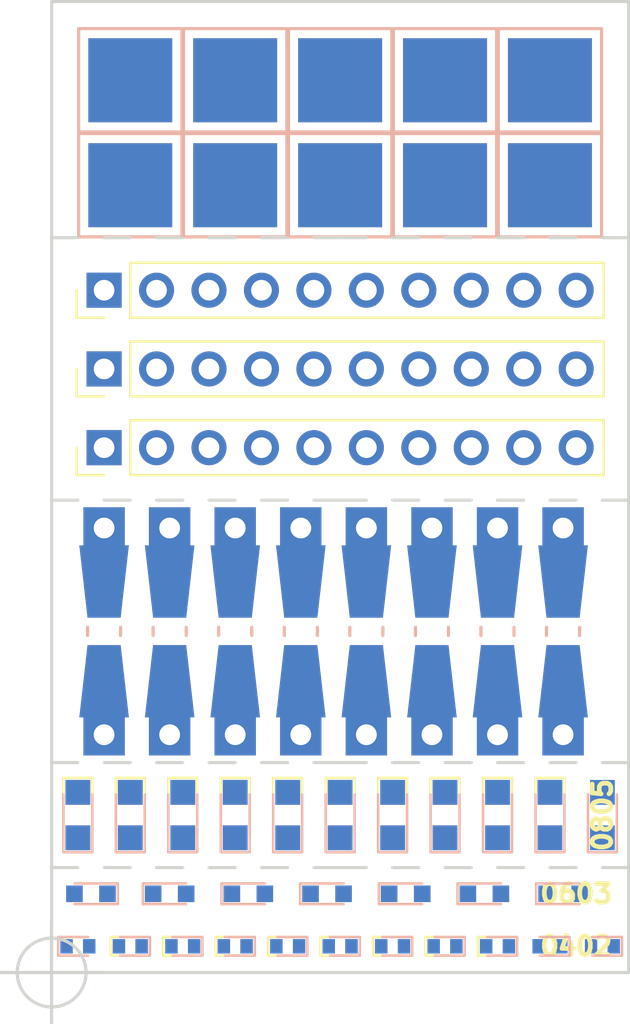
<source format=kicad_pcb>
(kicad_pcb (version 4) (host pcbnew 4.0.6)

  (general
    (links 0)
    (no_connects 0)
    (area 124.427143 37.687617 157.512858 93.805925)
    (thickness 1.6)
    (drawings 57)
    (tracks 0)
    (zones 0)
    (modules 93)
    (nets 1)
  )

  (page A4)
  (layers
    (0 F.Cu signal)
    (31 B.Cu signal)
    (32 B.Adhes user)
    (33 F.Adhes user)
    (34 B.Paste user)
    (35 F.Paste user)
    (36 B.SilkS user)
    (37 F.SilkS user)
    (38 B.Mask user)
    (39 F.Mask user)
    (40 Dwgs.User user)
    (41 Cmts.User user)
    (42 Eco1.User user)
    (43 Eco2.User user)
    (44 Edge.Cuts user)
    (45 Margin user)
    (46 B.CrtYd user)
    (47 F.CrtYd user)
    (48 B.Fab user)
    (49 F.Fab user)
  )

  (setup
    (last_trace_width 0.25)
    (trace_clearance 0.2)
    (zone_clearance 0.508)
    (zone_45_only no)
    (trace_min 0.2)
    (segment_width 0.2)
    (edge_width 0.15)
    (via_size 0.6)
    (via_drill 0.4)
    (via_min_size 0.4)
    (via_min_drill 0.3)
    (uvia_size 0.3)
    (uvia_drill 0.1)
    (uvias_allowed no)
    (uvia_min_size 0.2)
    (uvia_min_drill 0.1)
    (pcb_text_width 0.3)
    (pcb_text_size 1.5 1.5)
    (mod_edge_width 0.15)
    (mod_text_size 1 1)
    (mod_text_width 0.15)
    (pad_size 1.524 1.524)
    (pad_drill 0.762)
    (pad_to_mask_clearance 0.2)
    (aux_axis_origin 127 39.37)
    (grid_origin 127 86.36)
    (visible_elements 7FFFFF7F)
    (pcbplotparams
      (layerselection 0x01000_80000001)
      (usegerberextensions false)
      (excludeedgelayer true)
      (linewidth 0.100000)
      (plotframeref false)
      (viasonmask false)
      (mode 1)
      (useauxorigin true)
      (hpglpennumber 1)
      (hpglpenspeed 20)
      (hpglpendiameter 15)
      (hpglpenoverlay 2)
      (psnegative false)
      (psa4output false)
      (plotreference true)
      (plotvalue true)
      (plotinvisibletext false)
      (padsonsilk false)
      (subtractmaskfromsilk false)
      (outputformat 1)
      (mirror false)
      (drillshape 0)
      (scaleselection 1)
      (outputdirectory "C:/Users/stephen.mitchell/Desktop/Solder Practice v4"))
  )

  (net 0 "")

  (net_class Default "This is the default net class."
    (clearance 0.2)
    (trace_width 0.25)
    (via_dia 0.6)
    (via_drill 0.4)
    (uvia_dia 0.3)
    (uvia_drill 0.1)
  )

  (module LEDs:LED_0603 (layer B.Cu) (tedit 59F66BC3) (tstamp 59F67832)
    (at 151.765 82.55)
    (descr "LED 0603 smd package")
    (tags "LED led 0603 SMD smd SMT smt smdled SMDLED smtled SMTLED")
    (attr smd)
    (fp_text reference REF** (at 0 1.25) (layer B.SilkS) hide
      (effects (font (size 1 1) (thickness 0.15)) (justify mirror))
    )
    (fp_text value LED_0603 (at 0 -1.35) (layer B.Fab) hide
      (effects (font (size 1 1) (thickness 0.15)) (justify mirror))
    )
    (fp_line (start -1.3 0.5) (end -1.3 -0.5) (layer B.SilkS) (width 0.12))
    (fp_line (start -0.2 0.2) (end -0.2 -0.2) (layer B.Fab) (width 0.1))
    (fp_line (start -0.15 0) (end 0.15 0.2) (layer B.Fab) (width 0.1))
    (fp_line (start 0.15 -0.2) (end -0.15 0) (layer B.Fab) (width 0.1))
    (fp_line (start 0.15 0.2) (end 0.15 -0.2) (layer B.Fab) (width 0.1))
    (fp_line (start 0.8 -0.4) (end -0.8 -0.4) (layer B.Fab) (width 0.1))
    (fp_line (start 0.8 0.4) (end 0.8 -0.4) (layer B.Fab) (width 0.1))
    (fp_line (start -0.8 0.4) (end 0.8 0.4) (layer B.Fab) (width 0.1))
    (fp_line (start -0.8 -0.4) (end -0.8 0.4) (layer B.Fab) (width 0.1))
    (fp_line (start -1.3 -0.5) (end 0.8 -0.5) (layer B.SilkS) (width 0.12))
    (fp_line (start -1.3 0.5) (end 0.8 0.5) (layer B.SilkS) (width 0.12))
    (fp_line (start 1.45 0.65) (end 1.45 -0.65) (layer B.CrtYd) (width 0.05))
    (fp_line (start 1.45 -0.65) (end -1.45 -0.65) (layer B.CrtYd) (width 0.05))
    (fp_line (start -1.45 -0.65) (end -1.45 0.65) (layer B.CrtYd) (width 0.05))
    (fp_line (start -1.45 0.65) (end 1.45 0.65) (layer B.CrtYd) (width 0.05))
    (pad 2 smd rect (at 0.8 0 180) (size 0.8 0.8) (layers B.Cu B.Paste B.Mask))
    (pad 1 smd rect (at -0.8 0 180) (size 0.8 0.8) (layers B.Cu B.Paste B.Mask))
    (model ${KISYS3DMOD}/LEDs.3dshapes/LED_0603.wrl
      (at (xyz 0 0 0))
      (scale (xyz 1 1 1))
      (rotate (xyz 0 0 180))
    )
  )

  (module LEDs:LED_0603 (layer B.Cu) (tedit 59F66BC3) (tstamp 59F6781D)
    (at 147.955 82.55)
    (descr "LED 0603 smd package")
    (tags "LED led 0603 SMD smd SMT smt smdled SMDLED smtled SMTLED")
    (attr smd)
    (fp_text reference REF** (at 0 1.25) (layer B.SilkS) hide
      (effects (font (size 1 1) (thickness 0.15)) (justify mirror))
    )
    (fp_text value LED_0603 (at 0 -1.35) (layer B.Fab) hide
      (effects (font (size 1 1) (thickness 0.15)) (justify mirror))
    )
    (fp_line (start -1.3 0.5) (end -1.3 -0.5) (layer B.SilkS) (width 0.12))
    (fp_line (start -0.2 0.2) (end -0.2 -0.2) (layer B.Fab) (width 0.1))
    (fp_line (start -0.15 0) (end 0.15 0.2) (layer B.Fab) (width 0.1))
    (fp_line (start 0.15 -0.2) (end -0.15 0) (layer B.Fab) (width 0.1))
    (fp_line (start 0.15 0.2) (end 0.15 -0.2) (layer B.Fab) (width 0.1))
    (fp_line (start 0.8 -0.4) (end -0.8 -0.4) (layer B.Fab) (width 0.1))
    (fp_line (start 0.8 0.4) (end 0.8 -0.4) (layer B.Fab) (width 0.1))
    (fp_line (start -0.8 0.4) (end 0.8 0.4) (layer B.Fab) (width 0.1))
    (fp_line (start -0.8 -0.4) (end -0.8 0.4) (layer B.Fab) (width 0.1))
    (fp_line (start -1.3 -0.5) (end 0.8 -0.5) (layer B.SilkS) (width 0.12))
    (fp_line (start -1.3 0.5) (end 0.8 0.5) (layer B.SilkS) (width 0.12))
    (fp_line (start 1.45 0.65) (end 1.45 -0.65) (layer B.CrtYd) (width 0.05))
    (fp_line (start 1.45 -0.65) (end -1.45 -0.65) (layer B.CrtYd) (width 0.05))
    (fp_line (start -1.45 -0.65) (end -1.45 0.65) (layer B.CrtYd) (width 0.05))
    (fp_line (start -1.45 0.65) (end 1.45 0.65) (layer B.CrtYd) (width 0.05))
    (pad 2 smd rect (at 0.8 0 180) (size 0.8 0.8) (layers B.Cu B.Paste B.Mask))
    (pad 1 smd rect (at -0.8 0 180) (size 0.8 0.8) (layers B.Cu B.Paste B.Mask))
    (model ${KISYS3DMOD}/LEDs.3dshapes/LED_0603.wrl
      (at (xyz 0 0 0))
      (scale (xyz 1 1 1))
      (rotate (xyz 0 0 180))
    )
  )

  (module LEDs:LED_0603 (layer B.Cu) (tedit 59F66BC3) (tstamp 59F67808)
    (at 144.145 82.55)
    (descr "LED 0603 smd package")
    (tags "LED led 0603 SMD smd SMT smt smdled SMDLED smtled SMTLED")
    (attr smd)
    (fp_text reference REF** (at 0 1.25) (layer B.SilkS) hide
      (effects (font (size 1 1) (thickness 0.15)) (justify mirror))
    )
    (fp_text value LED_0603 (at 0 -1.35) (layer B.Fab) hide
      (effects (font (size 1 1) (thickness 0.15)) (justify mirror))
    )
    (fp_line (start -1.3 0.5) (end -1.3 -0.5) (layer B.SilkS) (width 0.12))
    (fp_line (start -0.2 0.2) (end -0.2 -0.2) (layer B.Fab) (width 0.1))
    (fp_line (start -0.15 0) (end 0.15 0.2) (layer B.Fab) (width 0.1))
    (fp_line (start 0.15 -0.2) (end -0.15 0) (layer B.Fab) (width 0.1))
    (fp_line (start 0.15 0.2) (end 0.15 -0.2) (layer B.Fab) (width 0.1))
    (fp_line (start 0.8 -0.4) (end -0.8 -0.4) (layer B.Fab) (width 0.1))
    (fp_line (start 0.8 0.4) (end 0.8 -0.4) (layer B.Fab) (width 0.1))
    (fp_line (start -0.8 0.4) (end 0.8 0.4) (layer B.Fab) (width 0.1))
    (fp_line (start -0.8 -0.4) (end -0.8 0.4) (layer B.Fab) (width 0.1))
    (fp_line (start -1.3 -0.5) (end 0.8 -0.5) (layer B.SilkS) (width 0.12))
    (fp_line (start -1.3 0.5) (end 0.8 0.5) (layer B.SilkS) (width 0.12))
    (fp_line (start 1.45 0.65) (end 1.45 -0.65) (layer B.CrtYd) (width 0.05))
    (fp_line (start 1.45 -0.65) (end -1.45 -0.65) (layer B.CrtYd) (width 0.05))
    (fp_line (start -1.45 -0.65) (end -1.45 0.65) (layer B.CrtYd) (width 0.05))
    (fp_line (start -1.45 0.65) (end 1.45 0.65) (layer B.CrtYd) (width 0.05))
    (pad 2 smd rect (at 0.8 0 180) (size 0.8 0.8) (layers B.Cu B.Paste B.Mask))
    (pad 1 smd rect (at -0.8 0 180) (size 0.8 0.8) (layers B.Cu B.Paste B.Mask))
    (model ${KISYS3DMOD}/LEDs.3dshapes/LED_0603.wrl
      (at (xyz 0 0 0))
      (scale (xyz 1 1 1))
      (rotate (xyz 0 0 180))
    )
  )

  (module LEDs:LED_0603 (layer B.Cu) (tedit 59F66BC3) (tstamp 59F677F3)
    (at 140.335 82.55)
    (descr "LED 0603 smd package")
    (tags "LED led 0603 SMD smd SMT smt smdled SMDLED smtled SMTLED")
    (attr smd)
    (fp_text reference REF** (at 0 1.25) (layer B.SilkS) hide
      (effects (font (size 1 1) (thickness 0.15)) (justify mirror))
    )
    (fp_text value LED_0603 (at 0 -1.35) (layer B.Fab) hide
      (effects (font (size 1 1) (thickness 0.15)) (justify mirror))
    )
    (fp_line (start -1.3 0.5) (end -1.3 -0.5) (layer B.SilkS) (width 0.12))
    (fp_line (start -0.2 0.2) (end -0.2 -0.2) (layer B.Fab) (width 0.1))
    (fp_line (start -0.15 0) (end 0.15 0.2) (layer B.Fab) (width 0.1))
    (fp_line (start 0.15 -0.2) (end -0.15 0) (layer B.Fab) (width 0.1))
    (fp_line (start 0.15 0.2) (end 0.15 -0.2) (layer B.Fab) (width 0.1))
    (fp_line (start 0.8 -0.4) (end -0.8 -0.4) (layer B.Fab) (width 0.1))
    (fp_line (start 0.8 0.4) (end 0.8 -0.4) (layer B.Fab) (width 0.1))
    (fp_line (start -0.8 0.4) (end 0.8 0.4) (layer B.Fab) (width 0.1))
    (fp_line (start -0.8 -0.4) (end -0.8 0.4) (layer B.Fab) (width 0.1))
    (fp_line (start -1.3 -0.5) (end 0.8 -0.5) (layer B.SilkS) (width 0.12))
    (fp_line (start -1.3 0.5) (end 0.8 0.5) (layer B.SilkS) (width 0.12))
    (fp_line (start 1.45 0.65) (end 1.45 -0.65) (layer B.CrtYd) (width 0.05))
    (fp_line (start 1.45 -0.65) (end -1.45 -0.65) (layer B.CrtYd) (width 0.05))
    (fp_line (start -1.45 -0.65) (end -1.45 0.65) (layer B.CrtYd) (width 0.05))
    (fp_line (start -1.45 0.65) (end 1.45 0.65) (layer B.CrtYd) (width 0.05))
    (pad 2 smd rect (at 0.8 0 180) (size 0.8 0.8) (layers B.Cu B.Paste B.Mask))
    (pad 1 smd rect (at -0.8 0 180) (size 0.8 0.8) (layers B.Cu B.Paste B.Mask))
    (model ${KISYS3DMOD}/LEDs.3dshapes/LED_0603.wrl
      (at (xyz 0 0 0))
      (scale (xyz 1 1 1))
      (rotate (xyz 0 0 180))
    )
  )

  (module LEDs:LED_0603 (layer B.Cu) (tedit 59F66BC3) (tstamp 59F677DE)
    (at 136.525 82.55)
    (descr "LED 0603 smd package")
    (tags "LED led 0603 SMD smd SMT smt smdled SMDLED smtled SMTLED")
    (attr smd)
    (fp_text reference REF** (at 0 1.25) (layer B.SilkS) hide
      (effects (font (size 1 1) (thickness 0.15)) (justify mirror))
    )
    (fp_text value LED_0603 (at 0 -1.35) (layer B.Fab) hide
      (effects (font (size 1 1) (thickness 0.15)) (justify mirror))
    )
    (fp_line (start -1.3 0.5) (end -1.3 -0.5) (layer B.SilkS) (width 0.12))
    (fp_line (start -0.2 0.2) (end -0.2 -0.2) (layer B.Fab) (width 0.1))
    (fp_line (start -0.15 0) (end 0.15 0.2) (layer B.Fab) (width 0.1))
    (fp_line (start 0.15 -0.2) (end -0.15 0) (layer B.Fab) (width 0.1))
    (fp_line (start 0.15 0.2) (end 0.15 -0.2) (layer B.Fab) (width 0.1))
    (fp_line (start 0.8 -0.4) (end -0.8 -0.4) (layer B.Fab) (width 0.1))
    (fp_line (start 0.8 0.4) (end 0.8 -0.4) (layer B.Fab) (width 0.1))
    (fp_line (start -0.8 0.4) (end 0.8 0.4) (layer B.Fab) (width 0.1))
    (fp_line (start -0.8 -0.4) (end -0.8 0.4) (layer B.Fab) (width 0.1))
    (fp_line (start -1.3 -0.5) (end 0.8 -0.5) (layer B.SilkS) (width 0.12))
    (fp_line (start -1.3 0.5) (end 0.8 0.5) (layer B.SilkS) (width 0.12))
    (fp_line (start 1.45 0.65) (end 1.45 -0.65) (layer B.CrtYd) (width 0.05))
    (fp_line (start 1.45 -0.65) (end -1.45 -0.65) (layer B.CrtYd) (width 0.05))
    (fp_line (start -1.45 -0.65) (end -1.45 0.65) (layer B.CrtYd) (width 0.05))
    (fp_line (start -1.45 0.65) (end 1.45 0.65) (layer B.CrtYd) (width 0.05))
    (pad 2 smd rect (at 0.8 0 180) (size 0.8 0.8) (layers B.Cu B.Paste B.Mask))
    (pad 1 smd rect (at -0.8 0 180) (size 0.8 0.8) (layers B.Cu B.Paste B.Mask))
    (model ${KISYS3DMOD}/LEDs.3dshapes/LED_0603.wrl
      (at (xyz 0 0 0))
      (scale (xyz 1 1 1))
      (rotate (xyz 0 0 180))
    )
  )

  (module LEDs:LED_0603 (layer F.Cu) (tedit 59F66A61) (tstamp 59F67775)
    (at 147.955 82.55)
    (descr "LED 0603 smd package")
    (tags "LED led 0603 SMD smd SMT smt smdled SMDLED smtled SMTLED")
    (attr smd)
    (fp_text reference REF** (at 0 -1.25) (layer F.SilkS) hide
      (effects (font (size 1 1) (thickness 0.15)))
    )
    (fp_text value LED_0603 (at 0 1.35) (layer F.Fab) hide
      (effects (font (size 1 1) (thickness 0.15)))
    )
    (fp_line (start -1.3 -0.5) (end -1.3 0.5) (layer F.SilkS) (width 0.12))
    (fp_line (start -0.2 -0.2) (end -0.2 0.2) (layer F.Fab) (width 0.1))
    (fp_line (start -0.15 0) (end 0.15 -0.2) (layer F.Fab) (width 0.1))
    (fp_line (start 0.15 0.2) (end -0.15 0) (layer F.Fab) (width 0.1))
    (fp_line (start 0.15 -0.2) (end 0.15 0.2) (layer F.Fab) (width 0.1))
    (fp_line (start 0.8 0.4) (end -0.8 0.4) (layer F.Fab) (width 0.1))
    (fp_line (start 0.8 -0.4) (end 0.8 0.4) (layer F.Fab) (width 0.1))
    (fp_line (start -0.8 -0.4) (end 0.8 -0.4) (layer F.Fab) (width 0.1))
    (fp_line (start -0.8 0.4) (end -0.8 -0.4) (layer F.Fab) (width 0.1))
    (fp_line (start -1.3 0.5) (end 0.8 0.5) (layer F.SilkS) (width 0.12))
    (fp_line (start -1.3 -0.5) (end 0.8 -0.5) (layer F.SilkS) (width 0.12))
    (fp_line (start 1.45 -0.65) (end 1.45 0.65) (layer F.CrtYd) (width 0.05))
    (fp_line (start 1.45 0.65) (end -1.45 0.65) (layer F.CrtYd) (width 0.05))
    (fp_line (start -1.45 0.65) (end -1.45 -0.65) (layer F.CrtYd) (width 0.05))
    (fp_line (start -1.45 -0.65) (end 1.45 -0.65) (layer F.CrtYd) (width 0.05))
    (pad 2 smd rect (at 0.8 0 180) (size 0.8 0.8) (layers F.Cu F.Paste F.Mask))
    (pad 1 smd rect (at -0.8 0 180) (size 0.8 0.8) (layers F.Cu F.Paste F.Mask))
    (model ${KISYS3DMOD}/LEDs.3dshapes/LED_0603.wrl
      (at (xyz 0 0 0))
      (scale (xyz 1 1 1))
      (rotate (xyz 0 0 180))
    )
  )

  (module LEDs:LED_0603 (layer F.Cu) (tedit 59F66A61) (tstamp 59F67760)
    (at 144.145 82.55)
    (descr "LED 0603 smd package")
    (tags "LED led 0603 SMD smd SMT smt smdled SMDLED smtled SMTLED")
    (attr smd)
    (fp_text reference REF** (at 0 -1.25) (layer F.SilkS) hide
      (effects (font (size 1 1) (thickness 0.15)))
    )
    (fp_text value LED_0603 (at 0 1.35) (layer F.Fab) hide
      (effects (font (size 1 1) (thickness 0.15)))
    )
    (fp_line (start -1.3 -0.5) (end -1.3 0.5) (layer F.SilkS) (width 0.12))
    (fp_line (start -0.2 -0.2) (end -0.2 0.2) (layer F.Fab) (width 0.1))
    (fp_line (start -0.15 0) (end 0.15 -0.2) (layer F.Fab) (width 0.1))
    (fp_line (start 0.15 0.2) (end -0.15 0) (layer F.Fab) (width 0.1))
    (fp_line (start 0.15 -0.2) (end 0.15 0.2) (layer F.Fab) (width 0.1))
    (fp_line (start 0.8 0.4) (end -0.8 0.4) (layer F.Fab) (width 0.1))
    (fp_line (start 0.8 -0.4) (end 0.8 0.4) (layer F.Fab) (width 0.1))
    (fp_line (start -0.8 -0.4) (end 0.8 -0.4) (layer F.Fab) (width 0.1))
    (fp_line (start -0.8 0.4) (end -0.8 -0.4) (layer F.Fab) (width 0.1))
    (fp_line (start -1.3 0.5) (end 0.8 0.5) (layer F.SilkS) (width 0.12))
    (fp_line (start -1.3 -0.5) (end 0.8 -0.5) (layer F.SilkS) (width 0.12))
    (fp_line (start 1.45 -0.65) (end 1.45 0.65) (layer F.CrtYd) (width 0.05))
    (fp_line (start 1.45 0.65) (end -1.45 0.65) (layer F.CrtYd) (width 0.05))
    (fp_line (start -1.45 0.65) (end -1.45 -0.65) (layer F.CrtYd) (width 0.05))
    (fp_line (start -1.45 -0.65) (end 1.45 -0.65) (layer F.CrtYd) (width 0.05))
    (pad 2 smd rect (at 0.8 0 180) (size 0.8 0.8) (layers F.Cu F.Paste F.Mask))
    (pad 1 smd rect (at -0.8 0 180) (size 0.8 0.8) (layers F.Cu F.Paste F.Mask))
    (model ${KISYS3DMOD}/LEDs.3dshapes/LED_0603.wrl
      (at (xyz 0 0 0))
      (scale (xyz 1 1 1))
      (rotate (xyz 0 0 180))
    )
  )

  (module LEDs:LED_0603 (layer F.Cu) (tedit 59F66A61) (tstamp 59F6774B)
    (at 140.335 82.55)
    (descr "LED 0603 smd package")
    (tags "LED led 0603 SMD smd SMT smt smdled SMDLED smtled SMTLED")
    (attr smd)
    (fp_text reference REF** (at 0 -1.25) (layer F.SilkS) hide
      (effects (font (size 1 1) (thickness 0.15)))
    )
    (fp_text value LED_0603 (at 0 1.35) (layer F.Fab) hide
      (effects (font (size 1 1) (thickness 0.15)))
    )
    (fp_line (start -1.3 -0.5) (end -1.3 0.5) (layer F.SilkS) (width 0.12))
    (fp_line (start -0.2 -0.2) (end -0.2 0.2) (layer F.Fab) (width 0.1))
    (fp_line (start -0.15 0) (end 0.15 -0.2) (layer F.Fab) (width 0.1))
    (fp_line (start 0.15 0.2) (end -0.15 0) (layer F.Fab) (width 0.1))
    (fp_line (start 0.15 -0.2) (end 0.15 0.2) (layer F.Fab) (width 0.1))
    (fp_line (start 0.8 0.4) (end -0.8 0.4) (layer F.Fab) (width 0.1))
    (fp_line (start 0.8 -0.4) (end 0.8 0.4) (layer F.Fab) (width 0.1))
    (fp_line (start -0.8 -0.4) (end 0.8 -0.4) (layer F.Fab) (width 0.1))
    (fp_line (start -0.8 0.4) (end -0.8 -0.4) (layer F.Fab) (width 0.1))
    (fp_line (start -1.3 0.5) (end 0.8 0.5) (layer F.SilkS) (width 0.12))
    (fp_line (start -1.3 -0.5) (end 0.8 -0.5) (layer F.SilkS) (width 0.12))
    (fp_line (start 1.45 -0.65) (end 1.45 0.65) (layer F.CrtYd) (width 0.05))
    (fp_line (start 1.45 0.65) (end -1.45 0.65) (layer F.CrtYd) (width 0.05))
    (fp_line (start -1.45 0.65) (end -1.45 -0.65) (layer F.CrtYd) (width 0.05))
    (fp_line (start -1.45 -0.65) (end 1.45 -0.65) (layer F.CrtYd) (width 0.05))
    (pad 2 smd rect (at 0.8 0 180) (size 0.8 0.8) (layers F.Cu F.Paste F.Mask))
    (pad 1 smd rect (at -0.8 0 180) (size 0.8 0.8) (layers F.Cu F.Paste F.Mask))
    (model ${KISYS3DMOD}/LEDs.3dshapes/LED_0603.wrl
      (at (xyz 0 0 0))
      (scale (xyz 1 1 1))
      (rotate (xyz 0 0 180))
    )
  )

  (module LEDs:LED_0603 (layer F.Cu) (tedit 59F66A61) (tstamp 59F67736)
    (at 136.525 82.55)
    (descr "LED 0603 smd package")
    (tags "LED led 0603 SMD smd SMT smt smdled SMDLED smtled SMTLED")
    (attr smd)
    (fp_text reference REF** (at 0 -1.25) (layer F.SilkS) hide
      (effects (font (size 1 1) (thickness 0.15)))
    )
    (fp_text value LED_0603 (at 0 1.35) (layer F.Fab) hide
      (effects (font (size 1 1) (thickness 0.15)))
    )
    (fp_line (start -1.3 -0.5) (end -1.3 0.5) (layer F.SilkS) (width 0.12))
    (fp_line (start -0.2 -0.2) (end -0.2 0.2) (layer F.Fab) (width 0.1))
    (fp_line (start -0.15 0) (end 0.15 -0.2) (layer F.Fab) (width 0.1))
    (fp_line (start 0.15 0.2) (end -0.15 0) (layer F.Fab) (width 0.1))
    (fp_line (start 0.15 -0.2) (end 0.15 0.2) (layer F.Fab) (width 0.1))
    (fp_line (start 0.8 0.4) (end -0.8 0.4) (layer F.Fab) (width 0.1))
    (fp_line (start 0.8 -0.4) (end 0.8 0.4) (layer F.Fab) (width 0.1))
    (fp_line (start -0.8 -0.4) (end 0.8 -0.4) (layer F.Fab) (width 0.1))
    (fp_line (start -0.8 0.4) (end -0.8 -0.4) (layer F.Fab) (width 0.1))
    (fp_line (start -1.3 0.5) (end 0.8 0.5) (layer F.SilkS) (width 0.12))
    (fp_line (start -1.3 -0.5) (end 0.8 -0.5) (layer F.SilkS) (width 0.12))
    (fp_line (start 1.45 -0.65) (end 1.45 0.65) (layer F.CrtYd) (width 0.05))
    (fp_line (start 1.45 0.65) (end -1.45 0.65) (layer F.CrtYd) (width 0.05))
    (fp_line (start -1.45 0.65) (end -1.45 -0.65) (layer F.CrtYd) (width 0.05))
    (fp_line (start -1.45 -0.65) (end 1.45 -0.65) (layer F.CrtYd) (width 0.05))
    (pad 2 smd rect (at 0.8 0 180) (size 0.8 0.8) (layers F.Cu F.Paste F.Mask))
    (pad 1 smd rect (at -0.8 0 180) (size 0.8 0.8) (layers F.Cu F.Paste F.Mask))
    (model ${KISYS3DMOD}/LEDs.3dshapes/LED_0603.wrl
      (at (xyz 0 0 0))
      (scale (xyz 1 1 1))
      (rotate (xyz 0 0 180))
    )
  )

  (module LEDs:LED_0603 (layer F.Cu) (tedit 59F66A61) (tstamp 59F67721)
    (at 132.715 82.55)
    (descr "LED 0603 smd package")
    (tags "LED led 0603 SMD smd SMT smt smdled SMDLED smtled SMTLED")
    (attr smd)
    (fp_text reference REF** (at 0 -1.25) (layer F.SilkS) hide
      (effects (font (size 1 1) (thickness 0.15)))
    )
    (fp_text value LED_0603 (at 0 1.35) (layer F.Fab) hide
      (effects (font (size 1 1) (thickness 0.15)))
    )
    (fp_line (start -1.3 -0.5) (end -1.3 0.5) (layer F.SilkS) (width 0.12))
    (fp_line (start -0.2 -0.2) (end -0.2 0.2) (layer F.Fab) (width 0.1))
    (fp_line (start -0.15 0) (end 0.15 -0.2) (layer F.Fab) (width 0.1))
    (fp_line (start 0.15 0.2) (end -0.15 0) (layer F.Fab) (width 0.1))
    (fp_line (start 0.15 -0.2) (end 0.15 0.2) (layer F.Fab) (width 0.1))
    (fp_line (start 0.8 0.4) (end -0.8 0.4) (layer F.Fab) (width 0.1))
    (fp_line (start 0.8 -0.4) (end 0.8 0.4) (layer F.Fab) (width 0.1))
    (fp_line (start -0.8 -0.4) (end 0.8 -0.4) (layer F.Fab) (width 0.1))
    (fp_line (start -0.8 0.4) (end -0.8 -0.4) (layer F.Fab) (width 0.1))
    (fp_line (start -1.3 0.5) (end 0.8 0.5) (layer F.SilkS) (width 0.12))
    (fp_line (start -1.3 -0.5) (end 0.8 -0.5) (layer F.SilkS) (width 0.12))
    (fp_line (start 1.45 -0.65) (end 1.45 0.65) (layer F.CrtYd) (width 0.05))
    (fp_line (start 1.45 0.65) (end -1.45 0.65) (layer F.CrtYd) (width 0.05))
    (fp_line (start -1.45 0.65) (end -1.45 -0.65) (layer F.CrtYd) (width 0.05))
    (fp_line (start -1.45 -0.65) (end 1.45 -0.65) (layer F.CrtYd) (width 0.05))
    (pad 2 smd rect (at 0.8 0 180) (size 0.8 0.8) (layers F.Cu F.Paste F.Mask))
    (pad 1 smd rect (at -0.8 0 180) (size 0.8 0.8) (layers F.Cu F.Paste F.Mask))
    (model ${KISYS3DMOD}/LEDs.3dshapes/LED_0603.wrl
      (at (xyz 0 0 0))
      (scale (xyz 1 1 1))
      (rotate (xyz 0 0 180))
    )
  )

  (module LEDs:LED_0805 (layer F.Cu) (tedit 59F66AEB) (tstamp 59F676C9)
    (at 151.13 78.74 270)
    (descr "LED 0805 smd package")
    (tags "LED led 0805 SMD smd SMT smt smdled SMDLED smtled SMTLED")
    (attr smd)
    (fp_text reference REF** (at 0 -1.45 270) (layer F.SilkS) hide
      (effects (font (size 1 1) (thickness 0.15)))
    )
    (fp_text value LED_0805 (at 0 1.55 270) (layer F.Fab) hide
      (effects (font (size 1 1) (thickness 0.15)))
    )
    (fp_line (start -1.8 -0.7) (end -1.8 0.7) (layer F.SilkS) (width 0.12))
    (fp_line (start -0.4 -0.4) (end -0.4 0.4) (layer F.Fab) (width 0.1))
    (fp_line (start -0.4 0) (end 0.2 -0.4) (layer F.Fab) (width 0.1))
    (fp_line (start 0.2 0.4) (end -0.4 0) (layer F.Fab) (width 0.1))
    (fp_line (start 0.2 -0.4) (end 0.2 0.4) (layer F.Fab) (width 0.1))
    (fp_line (start 1 0.6) (end -1 0.6) (layer F.Fab) (width 0.1))
    (fp_line (start 1 -0.6) (end 1 0.6) (layer F.Fab) (width 0.1))
    (fp_line (start -1 -0.6) (end 1 -0.6) (layer F.Fab) (width 0.1))
    (fp_line (start -1 0.6) (end -1 -0.6) (layer F.Fab) (width 0.1))
    (fp_line (start -1.8 0.7) (end 1 0.7) (layer F.SilkS) (width 0.12))
    (fp_line (start -1.8 -0.7) (end 1 -0.7) (layer F.SilkS) (width 0.12))
    (fp_line (start 1.95 -0.85) (end 1.95 0.85) (layer F.CrtYd) (width 0.05))
    (fp_line (start 1.95 0.85) (end -1.95 0.85) (layer F.CrtYd) (width 0.05))
    (fp_line (start -1.95 0.85) (end -1.95 -0.85) (layer F.CrtYd) (width 0.05))
    (fp_line (start -1.95 -0.85) (end 1.95 -0.85) (layer F.CrtYd) (width 0.05))
    (fp_text user %R (at 0 -1.25 270) (layer F.Fab) hide
      (effects (font (size 0.4 0.4) (thickness 0.1)))
    )
    (pad 2 smd rect (at 1.1 0 90) (size 1.2 1.2) (layers F.Cu F.Paste F.Mask))
    (pad 1 smd rect (at -1.1 0 90) (size 1.2 1.2) (layers F.Cu F.Paste F.Mask))
    (model ${KISYS3DMOD}/LEDs.3dshapes/LED_0805.wrl
      (at (xyz 0 0 0))
      (scale (xyz 1 1 1))
      (rotate (xyz 0 0 180))
    )
  )

  (module LEDs:LED_0805 (layer F.Cu) (tedit 59F66AEB) (tstamp 59F676B3)
    (at 148.59 78.74 270)
    (descr "LED 0805 smd package")
    (tags "LED led 0805 SMD smd SMT smt smdled SMDLED smtled SMTLED")
    (attr smd)
    (fp_text reference REF** (at 0 -1.45 270) (layer F.SilkS) hide
      (effects (font (size 1 1) (thickness 0.15)))
    )
    (fp_text value LED_0805 (at 0 1.55 270) (layer F.Fab) hide
      (effects (font (size 1 1) (thickness 0.15)))
    )
    (fp_line (start -1.8 -0.7) (end -1.8 0.7) (layer F.SilkS) (width 0.12))
    (fp_line (start -0.4 -0.4) (end -0.4 0.4) (layer F.Fab) (width 0.1))
    (fp_line (start -0.4 0) (end 0.2 -0.4) (layer F.Fab) (width 0.1))
    (fp_line (start 0.2 0.4) (end -0.4 0) (layer F.Fab) (width 0.1))
    (fp_line (start 0.2 -0.4) (end 0.2 0.4) (layer F.Fab) (width 0.1))
    (fp_line (start 1 0.6) (end -1 0.6) (layer F.Fab) (width 0.1))
    (fp_line (start 1 -0.6) (end 1 0.6) (layer F.Fab) (width 0.1))
    (fp_line (start -1 -0.6) (end 1 -0.6) (layer F.Fab) (width 0.1))
    (fp_line (start -1 0.6) (end -1 -0.6) (layer F.Fab) (width 0.1))
    (fp_line (start -1.8 0.7) (end 1 0.7) (layer F.SilkS) (width 0.12))
    (fp_line (start -1.8 -0.7) (end 1 -0.7) (layer F.SilkS) (width 0.12))
    (fp_line (start 1.95 -0.85) (end 1.95 0.85) (layer F.CrtYd) (width 0.05))
    (fp_line (start 1.95 0.85) (end -1.95 0.85) (layer F.CrtYd) (width 0.05))
    (fp_line (start -1.95 0.85) (end -1.95 -0.85) (layer F.CrtYd) (width 0.05))
    (fp_line (start -1.95 -0.85) (end 1.95 -0.85) (layer F.CrtYd) (width 0.05))
    (fp_text user %R (at 0 -1.25 270) (layer F.Fab) hide
      (effects (font (size 0.4 0.4) (thickness 0.1)))
    )
    (pad 2 smd rect (at 1.1 0 90) (size 1.2 1.2) (layers F.Cu F.Paste F.Mask))
    (pad 1 smd rect (at -1.1 0 90) (size 1.2 1.2) (layers F.Cu F.Paste F.Mask))
    (model ${KISYS3DMOD}/LEDs.3dshapes/LED_0805.wrl
      (at (xyz 0 0 0))
      (scale (xyz 1 1 1))
      (rotate (xyz 0 0 180))
    )
  )

  (module LEDs:LED_0805 (layer F.Cu) (tedit 59F66AEB) (tstamp 59F6769D)
    (at 146.05 78.74 270)
    (descr "LED 0805 smd package")
    (tags "LED led 0805 SMD smd SMT smt smdled SMDLED smtled SMTLED")
    (attr smd)
    (fp_text reference REF** (at 0 -1.45 270) (layer F.SilkS) hide
      (effects (font (size 1 1) (thickness 0.15)))
    )
    (fp_text value LED_0805 (at 0 1.55 270) (layer F.Fab) hide
      (effects (font (size 1 1) (thickness 0.15)))
    )
    (fp_line (start -1.8 -0.7) (end -1.8 0.7) (layer F.SilkS) (width 0.12))
    (fp_line (start -0.4 -0.4) (end -0.4 0.4) (layer F.Fab) (width 0.1))
    (fp_line (start -0.4 0) (end 0.2 -0.4) (layer F.Fab) (width 0.1))
    (fp_line (start 0.2 0.4) (end -0.4 0) (layer F.Fab) (width 0.1))
    (fp_line (start 0.2 -0.4) (end 0.2 0.4) (layer F.Fab) (width 0.1))
    (fp_line (start 1 0.6) (end -1 0.6) (layer F.Fab) (width 0.1))
    (fp_line (start 1 -0.6) (end 1 0.6) (layer F.Fab) (width 0.1))
    (fp_line (start -1 -0.6) (end 1 -0.6) (layer F.Fab) (width 0.1))
    (fp_line (start -1 0.6) (end -1 -0.6) (layer F.Fab) (width 0.1))
    (fp_line (start -1.8 0.7) (end 1 0.7) (layer F.SilkS) (width 0.12))
    (fp_line (start -1.8 -0.7) (end 1 -0.7) (layer F.SilkS) (width 0.12))
    (fp_line (start 1.95 -0.85) (end 1.95 0.85) (layer F.CrtYd) (width 0.05))
    (fp_line (start 1.95 0.85) (end -1.95 0.85) (layer F.CrtYd) (width 0.05))
    (fp_line (start -1.95 0.85) (end -1.95 -0.85) (layer F.CrtYd) (width 0.05))
    (fp_line (start -1.95 -0.85) (end 1.95 -0.85) (layer F.CrtYd) (width 0.05))
    (fp_text user %R (at 0 -1.25 270) (layer F.Fab) hide
      (effects (font (size 0.4 0.4) (thickness 0.1)))
    )
    (pad 2 smd rect (at 1.1 0 90) (size 1.2 1.2) (layers F.Cu F.Paste F.Mask))
    (pad 1 smd rect (at -1.1 0 90) (size 1.2 1.2) (layers F.Cu F.Paste F.Mask))
    (model ${KISYS3DMOD}/LEDs.3dshapes/LED_0805.wrl
      (at (xyz 0 0 0))
      (scale (xyz 1 1 1))
      (rotate (xyz 0 0 180))
    )
  )

  (module LEDs:LED_0805 (layer F.Cu) (tedit 59F66AEB) (tstamp 59F67687)
    (at 143.51 78.74 270)
    (descr "LED 0805 smd package")
    (tags "LED led 0805 SMD smd SMT smt smdled SMDLED smtled SMTLED")
    (attr smd)
    (fp_text reference REF** (at 0 -1.45 270) (layer F.SilkS) hide
      (effects (font (size 1 1) (thickness 0.15)))
    )
    (fp_text value LED_0805 (at 0 1.55 270) (layer F.Fab) hide
      (effects (font (size 1 1) (thickness 0.15)))
    )
    (fp_line (start -1.8 -0.7) (end -1.8 0.7) (layer F.SilkS) (width 0.12))
    (fp_line (start -0.4 -0.4) (end -0.4 0.4) (layer F.Fab) (width 0.1))
    (fp_line (start -0.4 0) (end 0.2 -0.4) (layer F.Fab) (width 0.1))
    (fp_line (start 0.2 0.4) (end -0.4 0) (layer F.Fab) (width 0.1))
    (fp_line (start 0.2 -0.4) (end 0.2 0.4) (layer F.Fab) (width 0.1))
    (fp_line (start 1 0.6) (end -1 0.6) (layer F.Fab) (width 0.1))
    (fp_line (start 1 -0.6) (end 1 0.6) (layer F.Fab) (width 0.1))
    (fp_line (start -1 -0.6) (end 1 -0.6) (layer F.Fab) (width 0.1))
    (fp_line (start -1 0.6) (end -1 -0.6) (layer F.Fab) (width 0.1))
    (fp_line (start -1.8 0.7) (end 1 0.7) (layer F.SilkS) (width 0.12))
    (fp_line (start -1.8 -0.7) (end 1 -0.7) (layer F.SilkS) (width 0.12))
    (fp_line (start 1.95 -0.85) (end 1.95 0.85) (layer F.CrtYd) (width 0.05))
    (fp_line (start 1.95 0.85) (end -1.95 0.85) (layer F.CrtYd) (width 0.05))
    (fp_line (start -1.95 0.85) (end -1.95 -0.85) (layer F.CrtYd) (width 0.05))
    (fp_line (start -1.95 -0.85) (end 1.95 -0.85) (layer F.CrtYd) (width 0.05))
    (fp_text user %R (at 0 -1.25 270) (layer F.Fab) hide
      (effects (font (size 0.4 0.4) (thickness 0.1)))
    )
    (pad 2 smd rect (at 1.1 0 90) (size 1.2 1.2) (layers F.Cu F.Paste F.Mask))
    (pad 1 smd rect (at -1.1 0 90) (size 1.2 1.2) (layers F.Cu F.Paste F.Mask))
    (model ${KISYS3DMOD}/LEDs.3dshapes/LED_0805.wrl
      (at (xyz 0 0 0))
      (scale (xyz 1 1 1))
      (rotate (xyz 0 0 180))
    )
  )

  (module LEDs:LED_0805 (layer F.Cu) (tedit 59F66AEB) (tstamp 59F67671)
    (at 140.97 78.74 270)
    (descr "LED 0805 smd package")
    (tags "LED led 0805 SMD smd SMT smt smdled SMDLED smtled SMTLED")
    (attr smd)
    (fp_text reference REF** (at 0 -1.45 270) (layer F.SilkS) hide
      (effects (font (size 1 1) (thickness 0.15)))
    )
    (fp_text value LED_0805 (at 0 1.55 270) (layer F.Fab) hide
      (effects (font (size 1 1) (thickness 0.15)))
    )
    (fp_line (start -1.8 -0.7) (end -1.8 0.7) (layer F.SilkS) (width 0.12))
    (fp_line (start -0.4 -0.4) (end -0.4 0.4) (layer F.Fab) (width 0.1))
    (fp_line (start -0.4 0) (end 0.2 -0.4) (layer F.Fab) (width 0.1))
    (fp_line (start 0.2 0.4) (end -0.4 0) (layer F.Fab) (width 0.1))
    (fp_line (start 0.2 -0.4) (end 0.2 0.4) (layer F.Fab) (width 0.1))
    (fp_line (start 1 0.6) (end -1 0.6) (layer F.Fab) (width 0.1))
    (fp_line (start 1 -0.6) (end 1 0.6) (layer F.Fab) (width 0.1))
    (fp_line (start -1 -0.6) (end 1 -0.6) (layer F.Fab) (width 0.1))
    (fp_line (start -1 0.6) (end -1 -0.6) (layer F.Fab) (width 0.1))
    (fp_line (start -1.8 0.7) (end 1 0.7) (layer F.SilkS) (width 0.12))
    (fp_line (start -1.8 -0.7) (end 1 -0.7) (layer F.SilkS) (width 0.12))
    (fp_line (start 1.95 -0.85) (end 1.95 0.85) (layer F.CrtYd) (width 0.05))
    (fp_line (start 1.95 0.85) (end -1.95 0.85) (layer F.CrtYd) (width 0.05))
    (fp_line (start -1.95 0.85) (end -1.95 -0.85) (layer F.CrtYd) (width 0.05))
    (fp_line (start -1.95 -0.85) (end 1.95 -0.85) (layer F.CrtYd) (width 0.05))
    (fp_text user %R (at 0 -1.25 270) (layer F.Fab) hide
      (effects (font (size 0.4 0.4) (thickness 0.1)))
    )
    (pad 2 smd rect (at 1.1 0 90) (size 1.2 1.2) (layers F.Cu F.Paste F.Mask))
    (pad 1 smd rect (at -1.1 0 90) (size 1.2 1.2) (layers F.Cu F.Paste F.Mask))
    (model ${KISYS3DMOD}/LEDs.3dshapes/LED_0805.wrl
      (at (xyz 0 0 0))
      (scale (xyz 1 1 1))
      (rotate (xyz 0 0 180))
    )
  )

  (module LEDs:LED_0805 (layer F.Cu) (tedit 59F66AEB) (tstamp 59F6765B)
    (at 138.43 78.74 270)
    (descr "LED 0805 smd package")
    (tags "LED led 0805 SMD smd SMT smt smdled SMDLED smtled SMTLED")
    (attr smd)
    (fp_text reference REF** (at 0 -1.45 270) (layer F.SilkS) hide
      (effects (font (size 1 1) (thickness 0.15)))
    )
    (fp_text value LED_0805 (at 0 1.55 270) (layer F.Fab) hide
      (effects (font (size 1 1) (thickness 0.15)))
    )
    (fp_line (start -1.8 -0.7) (end -1.8 0.7) (layer F.SilkS) (width 0.12))
    (fp_line (start -0.4 -0.4) (end -0.4 0.4) (layer F.Fab) (width 0.1))
    (fp_line (start -0.4 0) (end 0.2 -0.4) (layer F.Fab) (width 0.1))
    (fp_line (start 0.2 0.4) (end -0.4 0) (layer F.Fab) (width 0.1))
    (fp_line (start 0.2 -0.4) (end 0.2 0.4) (layer F.Fab) (width 0.1))
    (fp_line (start 1 0.6) (end -1 0.6) (layer F.Fab) (width 0.1))
    (fp_line (start 1 -0.6) (end 1 0.6) (layer F.Fab) (width 0.1))
    (fp_line (start -1 -0.6) (end 1 -0.6) (layer F.Fab) (width 0.1))
    (fp_line (start -1 0.6) (end -1 -0.6) (layer F.Fab) (width 0.1))
    (fp_line (start -1.8 0.7) (end 1 0.7) (layer F.SilkS) (width 0.12))
    (fp_line (start -1.8 -0.7) (end 1 -0.7) (layer F.SilkS) (width 0.12))
    (fp_line (start 1.95 -0.85) (end 1.95 0.85) (layer F.CrtYd) (width 0.05))
    (fp_line (start 1.95 0.85) (end -1.95 0.85) (layer F.CrtYd) (width 0.05))
    (fp_line (start -1.95 0.85) (end -1.95 -0.85) (layer F.CrtYd) (width 0.05))
    (fp_line (start -1.95 -0.85) (end 1.95 -0.85) (layer F.CrtYd) (width 0.05))
    (fp_text user %R (at 0 -1.25 270) (layer F.Fab) hide
      (effects (font (size 0.4 0.4) (thickness 0.1)))
    )
    (pad 2 smd rect (at 1.1 0 90) (size 1.2 1.2) (layers F.Cu F.Paste F.Mask))
    (pad 1 smd rect (at -1.1 0 90) (size 1.2 1.2) (layers F.Cu F.Paste F.Mask))
    (model ${KISYS3DMOD}/LEDs.3dshapes/LED_0805.wrl
      (at (xyz 0 0 0))
      (scale (xyz 1 1 1))
      (rotate (xyz 0 0 180))
    )
  )

  (module LEDs:LED_0805 (layer F.Cu) (tedit 59F66AEB) (tstamp 59F67645)
    (at 135.89 78.74 270)
    (descr "LED 0805 smd package")
    (tags "LED led 0805 SMD smd SMT smt smdled SMDLED smtled SMTLED")
    (attr smd)
    (fp_text reference REF** (at 0 -1.45 270) (layer F.SilkS) hide
      (effects (font (size 1 1) (thickness 0.15)))
    )
    (fp_text value LED_0805 (at 0 1.55 270) (layer F.Fab) hide
      (effects (font (size 1 1) (thickness 0.15)))
    )
    (fp_line (start -1.8 -0.7) (end -1.8 0.7) (layer F.SilkS) (width 0.12))
    (fp_line (start -0.4 -0.4) (end -0.4 0.4) (layer F.Fab) (width 0.1))
    (fp_line (start -0.4 0) (end 0.2 -0.4) (layer F.Fab) (width 0.1))
    (fp_line (start 0.2 0.4) (end -0.4 0) (layer F.Fab) (width 0.1))
    (fp_line (start 0.2 -0.4) (end 0.2 0.4) (layer F.Fab) (width 0.1))
    (fp_line (start 1 0.6) (end -1 0.6) (layer F.Fab) (width 0.1))
    (fp_line (start 1 -0.6) (end 1 0.6) (layer F.Fab) (width 0.1))
    (fp_line (start -1 -0.6) (end 1 -0.6) (layer F.Fab) (width 0.1))
    (fp_line (start -1 0.6) (end -1 -0.6) (layer F.Fab) (width 0.1))
    (fp_line (start -1.8 0.7) (end 1 0.7) (layer F.SilkS) (width 0.12))
    (fp_line (start -1.8 -0.7) (end 1 -0.7) (layer F.SilkS) (width 0.12))
    (fp_line (start 1.95 -0.85) (end 1.95 0.85) (layer F.CrtYd) (width 0.05))
    (fp_line (start 1.95 0.85) (end -1.95 0.85) (layer F.CrtYd) (width 0.05))
    (fp_line (start -1.95 0.85) (end -1.95 -0.85) (layer F.CrtYd) (width 0.05))
    (fp_line (start -1.95 -0.85) (end 1.95 -0.85) (layer F.CrtYd) (width 0.05))
    (fp_text user %R (at 0 -1.25 270) (layer F.Fab) hide
      (effects (font (size 0.4 0.4) (thickness 0.1)))
    )
    (pad 2 smd rect (at 1.1 0 90) (size 1.2 1.2) (layers F.Cu F.Paste F.Mask))
    (pad 1 smd rect (at -1.1 0 90) (size 1.2 1.2) (layers F.Cu F.Paste F.Mask))
    (model ${KISYS3DMOD}/LEDs.3dshapes/LED_0805.wrl
      (at (xyz 0 0 0))
      (scale (xyz 1 1 1))
      (rotate (xyz 0 0 180))
    )
  )

  (module LEDs:LED_0805 (layer F.Cu) (tedit 59F66AEB) (tstamp 59F6762F)
    (at 133.35 78.74 270)
    (descr "LED 0805 smd package")
    (tags "LED led 0805 SMD smd SMT smt smdled SMDLED smtled SMTLED")
    (attr smd)
    (fp_text reference REF** (at 0 -1.45 270) (layer F.SilkS) hide
      (effects (font (size 1 1) (thickness 0.15)))
    )
    (fp_text value LED_0805 (at 0 1.55 270) (layer F.Fab) hide
      (effects (font (size 1 1) (thickness 0.15)))
    )
    (fp_line (start -1.8 -0.7) (end -1.8 0.7) (layer F.SilkS) (width 0.12))
    (fp_line (start -0.4 -0.4) (end -0.4 0.4) (layer F.Fab) (width 0.1))
    (fp_line (start -0.4 0) (end 0.2 -0.4) (layer F.Fab) (width 0.1))
    (fp_line (start 0.2 0.4) (end -0.4 0) (layer F.Fab) (width 0.1))
    (fp_line (start 0.2 -0.4) (end 0.2 0.4) (layer F.Fab) (width 0.1))
    (fp_line (start 1 0.6) (end -1 0.6) (layer F.Fab) (width 0.1))
    (fp_line (start 1 -0.6) (end 1 0.6) (layer F.Fab) (width 0.1))
    (fp_line (start -1 -0.6) (end 1 -0.6) (layer F.Fab) (width 0.1))
    (fp_line (start -1 0.6) (end -1 -0.6) (layer F.Fab) (width 0.1))
    (fp_line (start -1.8 0.7) (end 1 0.7) (layer F.SilkS) (width 0.12))
    (fp_line (start -1.8 -0.7) (end 1 -0.7) (layer F.SilkS) (width 0.12))
    (fp_line (start 1.95 -0.85) (end 1.95 0.85) (layer F.CrtYd) (width 0.05))
    (fp_line (start 1.95 0.85) (end -1.95 0.85) (layer F.CrtYd) (width 0.05))
    (fp_line (start -1.95 0.85) (end -1.95 -0.85) (layer F.CrtYd) (width 0.05))
    (fp_line (start -1.95 -0.85) (end 1.95 -0.85) (layer F.CrtYd) (width 0.05))
    (fp_text user %R (at 0 -1.25 270) (layer F.Fab) hide
      (effects (font (size 0.4 0.4) (thickness 0.1)))
    )
    (pad 2 smd rect (at 1.1 0 90) (size 1.2 1.2) (layers F.Cu F.Paste F.Mask))
    (pad 1 smd rect (at -1.1 0 90) (size 1.2 1.2) (layers F.Cu F.Paste F.Mask))
    (model ${KISYS3DMOD}/LEDs.3dshapes/LED_0805.wrl
      (at (xyz 0 0 0))
      (scale (xyz 1 1 1))
      (rotate (xyz 0 0 180))
    )
  )

  (module LEDs:LED_0805 (layer F.Cu) (tedit 59F66AEB) (tstamp 59F67619)
    (at 130.81 78.74 270)
    (descr "LED 0805 smd package")
    (tags "LED led 0805 SMD smd SMT smt smdled SMDLED smtled SMTLED")
    (attr smd)
    (fp_text reference REF** (at 0 -1.45 270) (layer F.SilkS) hide
      (effects (font (size 1 1) (thickness 0.15)))
    )
    (fp_text value LED_0805 (at 0 1.55 270) (layer F.Fab) hide
      (effects (font (size 1 1) (thickness 0.15)))
    )
    (fp_line (start -1.8 -0.7) (end -1.8 0.7) (layer F.SilkS) (width 0.12))
    (fp_line (start -0.4 -0.4) (end -0.4 0.4) (layer F.Fab) (width 0.1))
    (fp_line (start -0.4 0) (end 0.2 -0.4) (layer F.Fab) (width 0.1))
    (fp_line (start 0.2 0.4) (end -0.4 0) (layer F.Fab) (width 0.1))
    (fp_line (start 0.2 -0.4) (end 0.2 0.4) (layer F.Fab) (width 0.1))
    (fp_line (start 1 0.6) (end -1 0.6) (layer F.Fab) (width 0.1))
    (fp_line (start 1 -0.6) (end 1 0.6) (layer F.Fab) (width 0.1))
    (fp_line (start -1 -0.6) (end 1 -0.6) (layer F.Fab) (width 0.1))
    (fp_line (start -1 0.6) (end -1 -0.6) (layer F.Fab) (width 0.1))
    (fp_line (start -1.8 0.7) (end 1 0.7) (layer F.SilkS) (width 0.12))
    (fp_line (start -1.8 -0.7) (end 1 -0.7) (layer F.SilkS) (width 0.12))
    (fp_line (start 1.95 -0.85) (end 1.95 0.85) (layer F.CrtYd) (width 0.05))
    (fp_line (start 1.95 0.85) (end -1.95 0.85) (layer F.CrtYd) (width 0.05))
    (fp_line (start -1.95 0.85) (end -1.95 -0.85) (layer F.CrtYd) (width 0.05))
    (fp_line (start -1.95 -0.85) (end 1.95 -0.85) (layer F.CrtYd) (width 0.05))
    (fp_text user %R (at 0 -1.25 270) (layer F.Fab) hide
      (effects (font (size 0.4 0.4) (thickness 0.1)))
    )
    (pad 2 smd rect (at 1.1 0 90) (size 1.2 1.2) (layers F.Cu F.Paste F.Mask))
    (pad 1 smd rect (at -1.1 0 90) (size 1.2 1.2) (layers F.Cu F.Paste F.Mask))
    (model ${KISYS3DMOD}/LEDs.3dshapes/LED_0805.wrl
      (at (xyz 0 0 0))
      (scale (xyz 1 1 1))
      (rotate (xyz 0 0 180))
    )
  )

  (module LEDs:LED_0805 (layer F.Cu) (tedit 59F66AEB) (tstamp 59F67603)
    (at 128.27 78.74 270)
    (descr "LED 0805 smd package")
    (tags "LED led 0805 SMD smd SMT smt smdled SMDLED smtled SMTLED")
    (attr smd)
    (fp_text reference REF** (at 0 -1.45 270) (layer F.SilkS) hide
      (effects (font (size 1 1) (thickness 0.15)))
    )
    (fp_text value LED_0805 (at 0 1.55 270) (layer F.Fab) hide
      (effects (font (size 1 1) (thickness 0.15)))
    )
    (fp_line (start -1.8 -0.7) (end -1.8 0.7) (layer F.SilkS) (width 0.12))
    (fp_line (start -0.4 -0.4) (end -0.4 0.4) (layer F.Fab) (width 0.1))
    (fp_line (start -0.4 0) (end 0.2 -0.4) (layer F.Fab) (width 0.1))
    (fp_line (start 0.2 0.4) (end -0.4 0) (layer F.Fab) (width 0.1))
    (fp_line (start 0.2 -0.4) (end 0.2 0.4) (layer F.Fab) (width 0.1))
    (fp_line (start 1 0.6) (end -1 0.6) (layer F.Fab) (width 0.1))
    (fp_line (start 1 -0.6) (end 1 0.6) (layer F.Fab) (width 0.1))
    (fp_line (start -1 -0.6) (end 1 -0.6) (layer F.Fab) (width 0.1))
    (fp_line (start -1 0.6) (end -1 -0.6) (layer F.Fab) (width 0.1))
    (fp_line (start -1.8 0.7) (end 1 0.7) (layer F.SilkS) (width 0.12))
    (fp_line (start -1.8 -0.7) (end 1 -0.7) (layer F.SilkS) (width 0.12))
    (fp_line (start 1.95 -0.85) (end 1.95 0.85) (layer F.CrtYd) (width 0.05))
    (fp_line (start 1.95 0.85) (end -1.95 0.85) (layer F.CrtYd) (width 0.05))
    (fp_line (start -1.95 0.85) (end -1.95 -0.85) (layer F.CrtYd) (width 0.05))
    (fp_line (start -1.95 -0.85) (end 1.95 -0.85) (layer F.CrtYd) (width 0.05))
    (fp_text user %R (at 0 -1.25 270) (layer F.Fab) hide
      (effects (font (size 0.4 0.4) (thickness 0.1)))
    )
    (pad 2 smd rect (at 1.1 0 90) (size 1.2 1.2) (layers F.Cu F.Paste F.Mask))
    (pad 1 smd rect (at -1.1 0 90) (size 1.2 1.2) (layers F.Cu F.Paste F.Mask))
    (model ${KISYS3DMOD}/LEDs.3dshapes/LED_0805.wrl
      (at (xyz 0 0 0))
      (scale (xyz 1 1 1))
      (rotate (xyz 0 0 180))
    )
  )

  (module LEDs:LED_0805 (layer B.Cu) (tedit 59F66AEB) (tstamp 59F675C1)
    (at 153.67 78.74 90)
    (descr "LED 0805 smd package")
    (tags "LED led 0805 SMD smd SMT smt smdled SMDLED smtled SMTLED")
    (attr smd)
    (fp_text reference REF** (at 0 1.45 90) (layer B.SilkS) hide
      (effects (font (size 1 1) (thickness 0.15)) (justify mirror))
    )
    (fp_text value LED_0805 (at 0 -1.55 90) (layer B.Fab) hide
      (effects (font (size 1 1) (thickness 0.15)) (justify mirror))
    )
    (fp_line (start -1.8 0.7) (end -1.8 -0.7) (layer B.SilkS) (width 0.12))
    (fp_line (start -0.4 0.4) (end -0.4 -0.4) (layer B.Fab) (width 0.1))
    (fp_line (start -0.4 0) (end 0.2 0.4) (layer B.Fab) (width 0.1))
    (fp_line (start 0.2 -0.4) (end -0.4 0) (layer B.Fab) (width 0.1))
    (fp_line (start 0.2 0.4) (end 0.2 -0.4) (layer B.Fab) (width 0.1))
    (fp_line (start 1 -0.6) (end -1 -0.6) (layer B.Fab) (width 0.1))
    (fp_line (start 1 0.6) (end 1 -0.6) (layer B.Fab) (width 0.1))
    (fp_line (start -1 0.6) (end 1 0.6) (layer B.Fab) (width 0.1))
    (fp_line (start -1 -0.6) (end -1 0.6) (layer B.Fab) (width 0.1))
    (fp_line (start -1.8 -0.7) (end 1 -0.7) (layer B.SilkS) (width 0.12))
    (fp_line (start -1.8 0.7) (end 1 0.7) (layer B.SilkS) (width 0.12))
    (fp_line (start 1.95 0.85) (end 1.95 -0.85) (layer B.CrtYd) (width 0.05))
    (fp_line (start 1.95 -0.85) (end -1.95 -0.85) (layer B.CrtYd) (width 0.05))
    (fp_line (start -1.95 -0.85) (end -1.95 0.85) (layer B.CrtYd) (width 0.05))
    (fp_line (start -1.95 0.85) (end 1.95 0.85) (layer B.CrtYd) (width 0.05))
    (fp_text user %R (at 0 1.25 90) (layer B.Fab) hide
      (effects (font (size 0.4 0.4) (thickness 0.1)) (justify mirror))
    )
    (pad 2 smd rect (at 1.1 0 270) (size 1.2 1.2) (layers B.Cu B.Paste B.Mask))
    (pad 1 smd rect (at -1.1 0 270) (size 1.2 1.2) (layers B.Cu B.Paste B.Mask))
    (model ${KISYS3DMOD}/LEDs.3dshapes/LED_0805.wrl
      (at (xyz 0 0 0))
      (scale (xyz 1 1 1))
      (rotate (xyz 0 0 180))
    )
  )

  (module LEDs:LED_0805 (layer B.Cu) (tedit 59F66AEB) (tstamp 59F675AB)
    (at 151.13 78.74 90)
    (descr "LED 0805 smd package")
    (tags "LED led 0805 SMD smd SMT smt smdled SMDLED smtled SMTLED")
    (attr smd)
    (fp_text reference REF** (at 0 1.45 90) (layer B.SilkS) hide
      (effects (font (size 1 1) (thickness 0.15)) (justify mirror))
    )
    (fp_text value LED_0805 (at 0 -1.55 90) (layer B.Fab) hide
      (effects (font (size 1 1) (thickness 0.15)) (justify mirror))
    )
    (fp_line (start -1.8 0.7) (end -1.8 -0.7) (layer B.SilkS) (width 0.12))
    (fp_line (start -0.4 0.4) (end -0.4 -0.4) (layer B.Fab) (width 0.1))
    (fp_line (start -0.4 0) (end 0.2 0.4) (layer B.Fab) (width 0.1))
    (fp_line (start 0.2 -0.4) (end -0.4 0) (layer B.Fab) (width 0.1))
    (fp_line (start 0.2 0.4) (end 0.2 -0.4) (layer B.Fab) (width 0.1))
    (fp_line (start 1 -0.6) (end -1 -0.6) (layer B.Fab) (width 0.1))
    (fp_line (start 1 0.6) (end 1 -0.6) (layer B.Fab) (width 0.1))
    (fp_line (start -1 0.6) (end 1 0.6) (layer B.Fab) (width 0.1))
    (fp_line (start -1 -0.6) (end -1 0.6) (layer B.Fab) (width 0.1))
    (fp_line (start -1.8 -0.7) (end 1 -0.7) (layer B.SilkS) (width 0.12))
    (fp_line (start -1.8 0.7) (end 1 0.7) (layer B.SilkS) (width 0.12))
    (fp_line (start 1.95 0.85) (end 1.95 -0.85) (layer B.CrtYd) (width 0.05))
    (fp_line (start 1.95 -0.85) (end -1.95 -0.85) (layer B.CrtYd) (width 0.05))
    (fp_line (start -1.95 -0.85) (end -1.95 0.85) (layer B.CrtYd) (width 0.05))
    (fp_line (start -1.95 0.85) (end 1.95 0.85) (layer B.CrtYd) (width 0.05))
    (fp_text user %R (at 0 1.25 90) (layer B.Fab) hide
      (effects (font (size 0.4 0.4) (thickness 0.1)) (justify mirror))
    )
    (pad 2 smd rect (at 1.1 0 270) (size 1.2 1.2) (layers B.Cu B.Paste B.Mask))
    (pad 1 smd rect (at -1.1 0 270) (size 1.2 1.2) (layers B.Cu B.Paste B.Mask))
    (model ${KISYS3DMOD}/LEDs.3dshapes/LED_0805.wrl
      (at (xyz 0 0 0))
      (scale (xyz 1 1 1))
      (rotate (xyz 0 0 180))
    )
  )

  (module LEDs:LED_0805 (layer B.Cu) (tedit 59F66AEB) (tstamp 59F67595)
    (at 148.59 78.74 90)
    (descr "LED 0805 smd package")
    (tags "LED led 0805 SMD smd SMT smt smdled SMDLED smtled SMTLED")
    (attr smd)
    (fp_text reference REF** (at 0 1.45 90) (layer B.SilkS) hide
      (effects (font (size 1 1) (thickness 0.15)) (justify mirror))
    )
    (fp_text value LED_0805 (at 0 -1.55 90) (layer B.Fab) hide
      (effects (font (size 1 1) (thickness 0.15)) (justify mirror))
    )
    (fp_line (start -1.8 0.7) (end -1.8 -0.7) (layer B.SilkS) (width 0.12))
    (fp_line (start -0.4 0.4) (end -0.4 -0.4) (layer B.Fab) (width 0.1))
    (fp_line (start -0.4 0) (end 0.2 0.4) (layer B.Fab) (width 0.1))
    (fp_line (start 0.2 -0.4) (end -0.4 0) (layer B.Fab) (width 0.1))
    (fp_line (start 0.2 0.4) (end 0.2 -0.4) (layer B.Fab) (width 0.1))
    (fp_line (start 1 -0.6) (end -1 -0.6) (layer B.Fab) (width 0.1))
    (fp_line (start 1 0.6) (end 1 -0.6) (layer B.Fab) (width 0.1))
    (fp_line (start -1 0.6) (end 1 0.6) (layer B.Fab) (width 0.1))
    (fp_line (start -1 -0.6) (end -1 0.6) (layer B.Fab) (width 0.1))
    (fp_line (start -1.8 -0.7) (end 1 -0.7) (layer B.SilkS) (width 0.12))
    (fp_line (start -1.8 0.7) (end 1 0.7) (layer B.SilkS) (width 0.12))
    (fp_line (start 1.95 0.85) (end 1.95 -0.85) (layer B.CrtYd) (width 0.05))
    (fp_line (start 1.95 -0.85) (end -1.95 -0.85) (layer B.CrtYd) (width 0.05))
    (fp_line (start -1.95 -0.85) (end -1.95 0.85) (layer B.CrtYd) (width 0.05))
    (fp_line (start -1.95 0.85) (end 1.95 0.85) (layer B.CrtYd) (width 0.05))
    (fp_text user %R (at 0 1.25 90) (layer B.Fab) hide
      (effects (font (size 0.4 0.4) (thickness 0.1)) (justify mirror))
    )
    (pad 2 smd rect (at 1.1 0 270) (size 1.2 1.2) (layers B.Cu B.Paste B.Mask))
    (pad 1 smd rect (at -1.1 0 270) (size 1.2 1.2) (layers B.Cu B.Paste B.Mask))
    (model ${KISYS3DMOD}/LEDs.3dshapes/LED_0805.wrl
      (at (xyz 0 0 0))
      (scale (xyz 1 1 1))
      (rotate (xyz 0 0 180))
    )
  )

  (module LEDs:LED_0805 (layer B.Cu) (tedit 59F66AEB) (tstamp 59F6757F)
    (at 146.05 78.74 90)
    (descr "LED 0805 smd package")
    (tags "LED led 0805 SMD smd SMT smt smdled SMDLED smtled SMTLED")
    (attr smd)
    (fp_text reference REF** (at 0 1.45 90) (layer B.SilkS) hide
      (effects (font (size 1 1) (thickness 0.15)) (justify mirror))
    )
    (fp_text value LED_0805 (at 0 -1.55 90) (layer B.Fab) hide
      (effects (font (size 1 1) (thickness 0.15)) (justify mirror))
    )
    (fp_line (start -1.8 0.7) (end -1.8 -0.7) (layer B.SilkS) (width 0.12))
    (fp_line (start -0.4 0.4) (end -0.4 -0.4) (layer B.Fab) (width 0.1))
    (fp_line (start -0.4 0) (end 0.2 0.4) (layer B.Fab) (width 0.1))
    (fp_line (start 0.2 -0.4) (end -0.4 0) (layer B.Fab) (width 0.1))
    (fp_line (start 0.2 0.4) (end 0.2 -0.4) (layer B.Fab) (width 0.1))
    (fp_line (start 1 -0.6) (end -1 -0.6) (layer B.Fab) (width 0.1))
    (fp_line (start 1 0.6) (end 1 -0.6) (layer B.Fab) (width 0.1))
    (fp_line (start -1 0.6) (end 1 0.6) (layer B.Fab) (width 0.1))
    (fp_line (start -1 -0.6) (end -1 0.6) (layer B.Fab) (width 0.1))
    (fp_line (start -1.8 -0.7) (end 1 -0.7) (layer B.SilkS) (width 0.12))
    (fp_line (start -1.8 0.7) (end 1 0.7) (layer B.SilkS) (width 0.12))
    (fp_line (start 1.95 0.85) (end 1.95 -0.85) (layer B.CrtYd) (width 0.05))
    (fp_line (start 1.95 -0.85) (end -1.95 -0.85) (layer B.CrtYd) (width 0.05))
    (fp_line (start -1.95 -0.85) (end -1.95 0.85) (layer B.CrtYd) (width 0.05))
    (fp_line (start -1.95 0.85) (end 1.95 0.85) (layer B.CrtYd) (width 0.05))
    (fp_text user %R (at 0 1.25 90) (layer B.Fab) hide
      (effects (font (size 0.4 0.4) (thickness 0.1)) (justify mirror))
    )
    (pad 2 smd rect (at 1.1 0 270) (size 1.2 1.2) (layers B.Cu B.Paste B.Mask))
    (pad 1 smd rect (at -1.1 0 270) (size 1.2 1.2) (layers B.Cu B.Paste B.Mask))
    (model ${KISYS3DMOD}/LEDs.3dshapes/LED_0805.wrl
      (at (xyz 0 0 0))
      (scale (xyz 1 1 1))
      (rotate (xyz 0 0 180))
    )
  )

  (module LEDs:LED_0805 (layer B.Cu) (tedit 59F66AEB) (tstamp 59F67569)
    (at 143.51 78.74 90)
    (descr "LED 0805 smd package")
    (tags "LED led 0805 SMD smd SMT smt smdled SMDLED smtled SMTLED")
    (attr smd)
    (fp_text reference REF** (at 0 1.45 90) (layer B.SilkS) hide
      (effects (font (size 1 1) (thickness 0.15)) (justify mirror))
    )
    (fp_text value LED_0805 (at 0 -1.55 90) (layer B.Fab) hide
      (effects (font (size 1 1) (thickness 0.15)) (justify mirror))
    )
    (fp_line (start -1.8 0.7) (end -1.8 -0.7) (layer B.SilkS) (width 0.12))
    (fp_line (start -0.4 0.4) (end -0.4 -0.4) (layer B.Fab) (width 0.1))
    (fp_line (start -0.4 0) (end 0.2 0.4) (layer B.Fab) (width 0.1))
    (fp_line (start 0.2 -0.4) (end -0.4 0) (layer B.Fab) (width 0.1))
    (fp_line (start 0.2 0.4) (end 0.2 -0.4) (layer B.Fab) (width 0.1))
    (fp_line (start 1 -0.6) (end -1 -0.6) (layer B.Fab) (width 0.1))
    (fp_line (start 1 0.6) (end 1 -0.6) (layer B.Fab) (width 0.1))
    (fp_line (start -1 0.6) (end 1 0.6) (layer B.Fab) (width 0.1))
    (fp_line (start -1 -0.6) (end -1 0.6) (layer B.Fab) (width 0.1))
    (fp_line (start -1.8 -0.7) (end 1 -0.7) (layer B.SilkS) (width 0.12))
    (fp_line (start -1.8 0.7) (end 1 0.7) (layer B.SilkS) (width 0.12))
    (fp_line (start 1.95 0.85) (end 1.95 -0.85) (layer B.CrtYd) (width 0.05))
    (fp_line (start 1.95 -0.85) (end -1.95 -0.85) (layer B.CrtYd) (width 0.05))
    (fp_line (start -1.95 -0.85) (end -1.95 0.85) (layer B.CrtYd) (width 0.05))
    (fp_line (start -1.95 0.85) (end 1.95 0.85) (layer B.CrtYd) (width 0.05))
    (fp_text user %R (at 0 1.25 90) (layer B.Fab) hide
      (effects (font (size 0.4 0.4) (thickness 0.1)) (justify mirror))
    )
    (pad 2 smd rect (at 1.1 0 270) (size 1.2 1.2) (layers B.Cu B.Paste B.Mask))
    (pad 1 smd rect (at -1.1 0 270) (size 1.2 1.2) (layers B.Cu B.Paste B.Mask))
    (model ${KISYS3DMOD}/LEDs.3dshapes/LED_0805.wrl
      (at (xyz 0 0 0))
      (scale (xyz 1 1 1))
      (rotate (xyz 0 0 180))
    )
  )

  (module LEDs:LED_0805 (layer B.Cu) (tedit 59F66AEB) (tstamp 59F67553)
    (at 140.97 78.74 90)
    (descr "LED 0805 smd package")
    (tags "LED led 0805 SMD smd SMT smt smdled SMDLED smtled SMTLED")
    (attr smd)
    (fp_text reference REF** (at 0 1.45 90) (layer B.SilkS) hide
      (effects (font (size 1 1) (thickness 0.15)) (justify mirror))
    )
    (fp_text value LED_0805 (at 0 -1.55 90) (layer B.Fab) hide
      (effects (font (size 1 1) (thickness 0.15)) (justify mirror))
    )
    (fp_line (start -1.8 0.7) (end -1.8 -0.7) (layer B.SilkS) (width 0.12))
    (fp_line (start -0.4 0.4) (end -0.4 -0.4) (layer B.Fab) (width 0.1))
    (fp_line (start -0.4 0) (end 0.2 0.4) (layer B.Fab) (width 0.1))
    (fp_line (start 0.2 -0.4) (end -0.4 0) (layer B.Fab) (width 0.1))
    (fp_line (start 0.2 0.4) (end 0.2 -0.4) (layer B.Fab) (width 0.1))
    (fp_line (start 1 -0.6) (end -1 -0.6) (layer B.Fab) (width 0.1))
    (fp_line (start 1 0.6) (end 1 -0.6) (layer B.Fab) (width 0.1))
    (fp_line (start -1 0.6) (end 1 0.6) (layer B.Fab) (width 0.1))
    (fp_line (start -1 -0.6) (end -1 0.6) (layer B.Fab) (width 0.1))
    (fp_line (start -1.8 -0.7) (end 1 -0.7) (layer B.SilkS) (width 0.12))
    (fp_line (start -1.8 0.7) (end 1 0.7) (layer B.SilkS) (width 0.12))
    (fp_line (start 1.95 0.85) (end 1.95 -0.85) (layer B.CrtYd) (width 0.05))
    (fp_line (start 1.95 -0.85) (end -1.95 -0.85) (layer B.CrtYd) (width 0.05))
    (fp_line (start -1.95 -0.85) (end -1.95 0.85) (layer B.CrtYd) (width 0.05))
    (fp_line (start -1.95 0.85) (end 1.95 0.85) (layer B.CrtYd) (width 0.05))
    (fp_text user %R (at 0 1.25 90) (layer B.Fab) hide
      (effects (font (size 0.4 0.4) (thickness 0.1)) (justify mirror))
    )
    (pad 2 smd rect (at 1.1 0 270) (size 1.2 1.2) (layers B.Cu B.Paste B.Mask))
    (pad 1 smd rect (at -1.1 0 270) (size 1.2 1.2) (layers B.Cu B.Paste B.Mask))
    (model ${KISYS3DMOD}/LEDs.3dshapes/LED_0805.wrl
      (at (xyz 0 0 0))
      (scale (xyz 1 1 1))
      (rotate (xyz 0 0 180))
    )
  )

  (module LEDs:LED_0805 (layer B.Cu) (tedit 59F66AEB) (tstamp 59F6753D)
    (at 138.43 78.74 90)
    (descr "LED 0805 smd package")
    (tags "LED led 0805 SMD smd SMT smt smdled SMDLED smtled SMTLED")
    (attr smd)
    (fp_text reference REF** (at 0 1.45 90) (layer B.SilkS) hide
      (effects (font (size 1 1) (thickness 0.15)) (justify mirror))
    )
    (fp_text value LED_0805 (at 0 -1.55 90) (layer B.Fab) hide
      (effects (font (size 1 1) (thickness 0.15)) (justify mirror))
    )
    (fp_line (start -1.8 0.7) (end -1.8 -0.7) (layer B.SilkS) (width 0.12))
    (fp_line (start -0.4 0.4) (end -0.4 -0.4) (layer B.Fab) (width 0.1))
    (fp_line (start -0.4 0) (end 0.2 0.4) (layer B.Fab) (width 0.1))
    (fp_line (start 0.2 -0.4) (end -0.4 0) (layer B.Fab) (width 0.1))
    (fp_line (start 0.2 0.4) (end 0.2 -0.4) (layer B.Fab) (width 0.1))
    (fp_line (start 1 -0.6) (end -1 -0.6) (layer B.Fab) (width 0.1))
    (fp_line (start 1 0.6) (end 1 -0.6) (layer B.Fab) (width 0.1))
    (fp_line (start -1 0.6) (end 1 0.6) (layer B.Fab) (width 0.1))
    (fp_line (start -1 -0.6) (end -1 0.6) (layer B.Fab) (width 0.1))
    (fp_line (start -1.8 -0.7) (end 1 -0.7) (layer B.SilkS) (width 0.12))
    (fp_line (start -1.8 0.7) (end 1 0.7) (layer B.SilkS) (width 0.12))
    (fp_line (start 1.95 0.85) (end 1.95 -0.85) (layer B.CrtYd) (width 0.05))
    (fp_line (start 1.95 -0.85) (end -1.95 -0.85) (layer B.CrtYd) (width 0.05))
    (fp_line (start -1.95 -0.85) (end -1.95 0.85) (layer B.CrtYd) (width 0.05))
    (fp_line (start -1.95 0.85) (end 1.95 0.85) (layer B.CrtYd) (width 0.05))
    (fp_text user %R (at 0 1.25 90) (layer B.Fab) hide
      (effects (font (size 0.4 0.4) (thickness 0.1)) (justify mirror))
    )
    (pad 2 smd rect (at 1.1 0 270) (size 1.2 1.2) (layers B.Cu B.Paste B.Mask))
    (pad 1 smd rect (at -1.1 0 270) (size 1.2 1.2) (layers B.Cu B.Paste B.Mask))
    (model ${KISYS3DMOD}/LEDs.3dshapes/LED_0805.wrl
      (at (xyz 0 0 0))
      (scale (xyz 1 1 1))
      (rotate (xyz 0 0 180))
    )
  )

  (module LEDs:LED_0805 (layer B.Cu) (tedit 59F66AEB) (tstamp 59F67527)
    (at 135.89 78.74 90)
    (descr "LED 0805 smd package")
    (tags "LED led 0805 SMD smd SMT smt smdled SMDLED smtled SMTLED")
    (attr smd)
    (fp_text reference REF** (at 0 1.45 90) (layer B.SilkS) hide
      (effects (font (size 1 1) (thickness 0.15)) (justify mirror))
    )
    (fp_text value LED_0805 (at 0 -1.55 90) (layer B.Fab) hide
      (effects (font (size 1 1) (thickness 0.15)) (justify mirror))
    )
    (fp_line (start -1.8 0.7) (end -1.8 -0.7) (layer B.SilkS) (width 0.12))
    (fp_line (start -0.4 0.4) (end -0.4 -0.4) (layer B.Fab) (width 0.1))
    (fp_line (start -0.4 0) (end 0.2 0.4) (layer B.Fab) (width 0.1))
    (fp_line (start 0.2 -0.4) (end -0.4 0) (layer B.Fab) (width 0.1))
    (fp_line (start 0.2 0.4) (end 0.2 -0.4) (layer B.Fab) (width 0.1))
    (fp_line (start 1 -0.6) (end -1 -0.6) (layer B.Fab) (width 0.1))
    (fp_line (start 1 0.6) (end 1 -0.6) (layer B.Fab) (width 0.1))
    (fp_line (start -1 0.6) (end 1 0.6) (layer B.Fab) (width 0.1))
    (fp_line (start -1 -0.6) (end -1 0.6) (layer B.Fab) (width 0.1))
    (fp_line (start -1.8 -0.7) (end 1 -0.7) (layer B.SilkS) (width 0.12))
    (fp_line (start -1.8 0.7) (end 1 0.7) (layer B.SilkS) (width 0.12))
    (fp_line (start 1.95 0.85) (end 1.95 -0.85) (layer B.CrtYd) (width 0.05))
    (fp_line (start 1.95 -0.85) (end -1.95 -0.85) (layer B.CrtYd) (width 0.05))
    (fp_line (start -1.95 -0.85) (end -1.95 0.85) (layer B.CrtYd) (width 0.05))
    (fp_line (start -1.95 0.85) (end 1.95 0.85) (layer B.CrtYd) (width 0.05))
    (fp_text user %R (at 0 1.25 90) (layer B.Fab) hide
      (effects (font (size 0.4 0.4) (thickness 0.1)) (justify mirror))
    )
    (pad 2 smd rect (at 1.1 0 270) (size 1.2 1.2) (layers B.Cu B.Paste B.Mask))
    (pad 1 smd rect (at -1.1 0 270) (size 1.2 1.2) (layers B.Cu B.Paste B.Mask))
    (model ${KISYS3DMOD}/LEDs.3dshapes/LED_0805.wrl
      (at (xyz 0 0 0))
      (scale (xyz 1 1 1))
      (rotate (xyz 0 0 180))
    )
  )

  (module LEDs:LED_0805 (layer B.Cu) (tedit 59F66AEB) (tstamp 59F67511)
    (at 133.35 78.74 90)
    (descr "LED 0805 smd package")
    (tags "LED led 0805 SMD smd SMT smt smdled SMDLED smtled SMTLED")
    (attr smd)
    (fp_text reference REF** (at 0 1.45 90) (layer B.SilkS) hide
      (effects (font (size 1 1) (thickness 0.15)) (justify mirror))
    )
    (fp_text value LED_0805 (at 0 -1.55 90) (layer B.Fab) hide
      (effects (font (size 1 1) (thickness 0.15)) (justify mirror))
    )
    (fp_line (start -1.8 0.7) (end -1.8 -0.7) (layer B.SilkS) (width 0.12))
    (fp_line (start -0.4 0.4) (end -0.4 -0.4) (layer B.Fab) (width 0.1))
    (fp_line (start -0.4 0) (end 0.2 0.4) (layer B.Fab) (width 0.1))
    (fp_line (start 0.2 -0.4) (end -0.4 0) (layer B.Fab) (width 0.1))
    (fp_line (start 0.2 0.4) (end 0.2 -0.4) (layer B.Fab) (width 0.1))
    (fp_line (start 1 -0.6) (end -1 -0.6) (layer B.Fab) (width 0.1))
    (fp_line (start 1 0.6) (end 1 -0.6) (layer B.Fab) (width 0.1))
    (fp_line (start -1 0.6) (end 1 0.6) (layer B.Fab) (width 0.1))
    (fp_line (start -1 -0.6) (end -1 0.6) (layer B.Fab) (width 0.1))
    (fp_line (start -1.8 -0.7) (end 1 -0.7) (layer B.SilkS) (width 0.12))
    (fp_line (start -1.8 0.7) (end 1 0.7) (layer B.SilkS) (width 0.12))
    (fp_line (start 1.95 0.85) (end 1.95 -0.85) (layer B.CrtYd) (width 0.05))
    (fp_line (start 1.95 -0.85) (end -1.95 -0.85) (layer B.CrtYd) (width 0.05))
    (fp_line (start -1.95 -0.85) (end -1.95 0.85) (layer B.CrtYd) (width 0.05))
    (fp_line (start -1.95 0.85) (end 1.95 0.85) (layer B.CrtYd) (width 0.05))
    (fp_text user %R (at 0 1.25 90) (layer B.Fab) hide
      (effects (font (size 0.4 0.4) (thickness 0.1)) (justify mirror))
    )
    (pad 2 smd rect (at 1.1 0 270) (size 1.2 1.2) (layers B.Cu B.Paste B.Mask))
    (pad 1 smd rect (at -1.1 0 270) (size 1.2 1.2) (layers B.Cu B.Paste B.Mask))
    (model ${KISYS3DMOD}/LEDs.3dshapes/LED_0805.wrl
      (at (xyz 0 0 0))
      (scale (xyz 1 1 1))
      (rotate (xyz 0 0 180))
    )
  )

  (module LEDs:LED_0805 (layer B.Cu) (tedit 59F66AEB) (tstamp 59F674FB)
    (at 130.81 78.74 90)
    (descr "LED 0805 smd package")
    (tags "LED led 0805 SMD smd SMT smt smdled SMDLED smtled SMTLED")
    (attr smd)
    (fp_text reference REF** (at 0 1.45 90) (layer B.SilkS) hide
      (effects (font (size 1 1) (thickness 0.15)) (justify mirror))
    )
    (fp_text value LED_0805 (at 0 -1.55 90) (layer B.Fab) hide
      (effects (font (size 1 1) (thickness 0.15)) (justify mirror))
    )
    (fp_line (start -1.8 0.7) (end -1.8 -0.7) (layer B.SilkS) (width 0.12))
    (fp_line (start -0.4 0.4) (end -0.4 -0.4) (layer B.Fab) (width 0.1))
    (fp_line (start -0.4 0) (end 0.2 0.4) (layer B.Fab) (width 0.1))
    (fp_line (start 0.2 -0.4) (end -0.4 0) (layer B.Fab) (width 0.1))
    (fp_line (start 0.2 0.4) (end 0.2 -0.4) (layer B.Fab) (width 0.1))
    (fp_line (start 1 -0.6) (end -1 -0.6) (layer B.Fab) (width 0.1))
    (fp_line (start 1 0.6) (end 1 -0.6) (layer B.Fab) (width 0.1))
    (fp_line (start -1 0.6) (end 1 0.6) (layer B.Fab) (width 0.1))
    (fp_line (start -1 -0.6) (end -1 0.6) (layer B.Fab) (width 0.1))
    (fp_line (start -1.8 -0.7) (end 1 -0.7) (layer B.SilkS) (width 0.12))
    (fp_line (start -1.8 0.7) (end 1 0.7) (layer B.SilkS) (width 0.12))
    (fp_line (start 1.95 0.85) (end 1.95 -0.85) (layer B.CrtYd) (width 0.05))
    (fp_line (start 1.95 -0.85) (end -1.95 -0.85) (layer B.CrtYd) (width 0.05))
    (fp_line (start -1.95 -0.85) (end -1.95 0.85) (layer B.CrtYd) (width 0.05))
    (fp_line (start -1.95 0.85) (end 1.95 0.85) (layer B.CrtYd) (width 0.05))
    (fp_text user %R (at 0 1.25 90) (layer B.Fab) hide
      (effects (font (size 0.4 0.4) (thickness 0.1)) (justify mirror))
    )
    (pad 2 smd rect (at 1.1 0 270) (size 1.2 1.2) (layers B.Cu B.Paste B.Mask))
    (pad 1 smd rect (at -1.1 0 270) (size 1.2 1.2) (layers B.Cu B.Paste B.Mask))
    (model ${KISYS3DMOD}/LEDs.3dshapes/LED_0805.wrl
      (at (xyz 0 0 0))
      (scale (xyz 1 1 1))
      (rotate (xyz 0 0 180))
    )
  )

  (module LEDs:LED_0805 (layer B.Cu) (tedit 59F66AEB) (tstamp 59F674E4)
    (at 128.27 78.74 90)
    (descr "LED 0805 smd package")
    (tags "LED led 0805 SMD smd SMT smt smdled SMDLED smtled SMTLED")
    (attr smd)
    (fp_text reference REF** (at 0 1.45 90) (layer B.SilkS) hide
      (effects (font (size 1 1) (thickness 0.15)) (justify mirror))
    )
    (fp_text value LED_0805 (at 0 -1.55 90) (layer B.Fab) hide
      (effects (font (size 1 1) (thickness 0.15)) (justify mirror))
    )
    (fp_line (start -1.8 0.7) (end -1.8 -0.7) (layer B.SilkS) (width 0.12))
    (fp_line (start -0.4 0.4) (end -0.4 -0.4) (layer B.Fab) (width 0.1))
    (fp_line (start -0.4 0) (end 0.2 0.4) (layer B.Fab) (width 0.1))
    (fp_line (start 0.2 -0.4) (end -0.4 0) (layer B.Fab) (width 0.1))
    (fp_line (start 0.2 0.4) (end 0.2 -0.4) (layer B.Fab) (width 0.1))
    (fp_line (start 1 -0.6) (end -1 -0.6) (layer B.Fab) (width 0.1))
    (fp_line (start 1 0.6) (end 1 -0.6) (layer B.Fab) (width 0.1))
    (fp_line (start -1 0.6) (end 1 0.6) (layer B.Fab) (width 0.1))
    (fp_line (start -1 -0.6) (end -1 0.6) (layer B.Fab) (width 0.1))
    (fp_line (start -1.8 -0.7) (end 1 -0.7) (layer B.SilkS) (width 0.12))
    (fp_line (start -1.8 0.7) (end 1 0.7) (layer B.SilkS) (width 0.12))
    (fp_line (start 1.95 0.85) (end 1.95 -0.85) (layer B.CrtYd) (width 0.05))
    (fp_line (start 1.95 -0.85) (end -1.95 -0.85) (layer B.CrtYd) (width 0.05))
    (fp_line (start -1.95 -0.85) (end -1.95 0.85) (layer B.CrtYd) (width 0.05))
    (fp_line (start -1.95 0.85) (end 1.95 0.85) (layer B.CrtYd) (width 0.05))
    (fp_text user %R (at 0 1.25 90) (layer B.Fab) hide
      (effects (font (size 0.4 0.4) (thickness 0.1)) (justify mirror))
    )
    (pad 2 smd rect (at 1.1 0 270) (size 1.2 1.2) (layers B.Cu B.Paste B.Mask))
    (pad 1 smd rect (at -1.1 0 270) (size 1.2 1.2) (layers B.Cu B.Paste B.Mask))
    (model ${KISYS3DMOD}/LEDs.3dshapes/LED_0805.wrl
      (at (xyz 0 0 0))
      (scale (xyz 1 1 1))
      (rotate (xyz 0 0 180))
    )
  )

  (module LEDs:LED_0402 (layer B.Cu) (tedit 59F66B7E) (tstamp 59F6745E)
    (at 128.27 85.09)
    (descr "LED 0402 smd package")
    (tags "LED led 0402 SMD smd SMT smt smdled SMDLED smtled SMTLED")
    (attr smd)
    (fp_text reference REF** (at 0 1.2) (layer B.SilkS) hide
      (effects (font (size 1 1) (thickness 0.15)) (justify mirror))
    )
    (fp_text value LED_0402 (at 0 -1.4) (layer B.Fab) hide
      (effects (font (size 1 1) (thickness 0.15)) (justify mirror))
    )
    (fp_line (start -0.95 0.45) (end -0.95 -0.45) (layer B.SilkS) (width 0.12))
    (fp_line (start -0.15 0.2) (end -0.15 -0.2) (layer B.Fab) (width 0.1))
    (fp_line (start -0.15 0) (end 0.15 0.2) (layer B.Fab) (width 0.1))
    (fp_line (start 0.15 -0.2) (end -0.15 0) (layer B.Fab) (width 0.1))
    (fp_line (start 0.15 0.2) (end 0.15 -0.2) (layer B.Fab) (width 0.1))
    (fp_line (start 0.5 -0.25) (end -0.5 -0.25) (layer B.Fab) (width 0.1))
    (fp_line (start 0.5 0.25) (end 0.5 -0.25) (layer B.Fab) (width 0.1))
    (fp_line (start -0.5 0.25) (end 0.5 0.25) (layer B.Fab) (width 0.1))
    (fp_line (start -0.5 -0.25) (end -0.5 0.25) (layer B.Fab) (width 0.1))
    (fp_line (start -0.95 -0.45) (end 0.5 -0.45) (layer B.SilkS) (width 0.12))
    (fp_line (start -0.95 0.45) (end 0.5 0.45) (layer B.SilkS) (width 0.12))
    (fp_line (start 1 0.5) (end 1 -0.5) (layer B.CrtYd) (width 0.05))
    (fp_line (start 1 -0.5) (end -1 -0.5) (layer B.CrtYd) (width 0.05))
    (fp_line (start -1 -0.5) (end -1 0.5) (layer B.CrtYd) (width 0.05))
    (fp_line (start -1 0.5) (end 1 0.5) (layer B.CrtYd) (width 0.05))
    (pad 2 smd rect (at 0.55 0 180) (size 0.6 0.7) (layers B.Cu B.Paste B.Mask))
    (pad 1 smd rect (at -0.55 0 180) (size 0.6 0.7) (layers B.Cu B.Paste B.Mask))
    (model ${KISYS3DMOD}/LEDs.3dshapes/LED_0402.wrl
      (at (xyz 0 0 0))
      (scale (xyz 1 1 1))
      (rotate (xyz 0 0 180))
    )
  )

  (module LEDs:LED_0402 (layer F.Cu) (tedit 59F66B7E) (tstamp 59F67408)
    (at 128.27 85.09)
    (descr "LED 0402 smd package")
    (tags "LED led 0402 SMD smd SMT smt smdled SMDLED smtled SMTLED")
    (attr smd)
    (fp_text reference REF** (at 0 -1.2) (layer F.SilkS) hide
      (effects (font (size 1 1) (thickness 0.15)))
    )
    (fp_text value LED_0402 (at 0 1.4) (layer F.Fab) hide
      (effects (font (size 1 1) (thickness 0.15)))
    )
    (fp_line (start -0.95 -0.45) (end -0.95 0.45) (layer F.SilkS) (width 0.12))
    (fp_line (start -0.15 -0.2) (end -0.15 0.2) (layer F.Fab) (width 0.1))
    (fp_line (start -0.15 0) (end 0.15 -0.2) (layer F.Fab) (width 0.1))
    (fp_line (start 0.15 0.2) (end -0.15 0) (layer F.Fab) (width 0.1))
    (fp_line (start 0.15 -0.2) (end 0.15 0.2) (layer F.Fab) (width 0.1))
    (fp_line (start 0.5 0.25) (end -0.5 0.25) (layer F.Fab) (width 0.1))
    (fp_line (start 0.5 -0.25) (end 0.5 0.25) (layer F.Fab) (width 0.1))
    (fp_line (start -0.5 -0.25) (end 0.5 -0.25) (layer F.Fab) (width 0.1))
    (fp_line (start -0.5 0.25) (end -0.5 -0.25) (layer F.Fab) (width 0.1))
    (fp_line (start -0.95 0.45) (end 0.5 0.45) (layer F.SilkS) (width 0.12))
    (fp_line (start -0.95 -0.45) (end 0.5 -0.45) (layer F.SilkS) (width 0.12))
    (fp_line (start 1 -0.5) (end 1 0.5) (layer F.CrtYd) (width 0.05))
    (fp_line (start 1 0.5) (end -1 0.5) (layer F.CrtYd) (width 0.05))
    (fp_line (start -1 0.5) (end -1 -0.5) (layer F.CrtYd) (width 0.05))
    (fp_line (start -1 -0.5) (end 1 -0.5) (layer F.CrtYd) (width 0.05))
    (pad 2 smd rect (at 0.55 0 180) (size 0.6 0.7) (layers F.Cu F.Paste F.Mask))
    (pad 1 smd rect (at -0.55 0 180) (size 0.6 0.7) (layers F.Cu F.Paste F.Mask))
    (model ${KISYS3DMOD}/LEDs.3dshapes/LED_0402.wrl
      (at (xyz 0 0 0))
      (scale (xyz 1 1 1))
      (rotate (xyz 0 0 180))
    )
  )

  (module LEDs:LED_0402 (layer B.Cu) (tedit 59F66BC1) (tstamp 59F66D1E)
    (at 153.67 85.09 180)
    (descr "LED 0402 smd package")
    (tags "LED led 0402 SMD smd SMT smt smdled SMDLED smtled SMTLED")
    (attr smd)
    (fp_text reference REF** (at 0 1.2 180) (layer B.SilkS) hide
      (effects (font (size 1 1) (thickness 0.15)) (justify mirror))
    )
    (fp_text value LED_0402 (at 0 -1.4 180) (layer B.Fab) hide
      (effects (font (size 1 1) (thickness 0.15)) (justify mirror))
    )
    (fp_line (start -0.95 0.45) (end -0.95 -0.45) (layer B.SilkS) (width 0.12))
    (fp_line (start -0.15 0.2) (end -0.15 -0.2) (layer B.Fab) (width 0.1))
    (fp_line (start -0.15 0) (end 0.15 0.2) (layer B.Fab) (width 0.1))
    (fp_line (start 0.15 -0.2) (end -0.15 0) (layer B.Fab) (width 0.1))
    (fp_line (start 0.15 0.2) (end 0.15 -0.2) (layer B.Fab) (width 0.1))
    (fp_line (start 0.5 -0.25) (end -0.5 -0.25) (layer B.Fab) (width 0.1))
    (fp_line (start 0.5 0.25) (end 0.5 -0.25) (layer B.Fab) (width 0.1))
    (fp_line (start -0.5 0.25) (end 0.5 0.25) (layer B.Fab) (width 0.1))
    (fp_line (start -0.5 -0.25) (end -0.5 0.25) (layer B.Fab) (width 0.1))
    (fp_line (start -0.95 -0.45) (end 0.5 -0.45) (layer B.SilkS) (width 0.12))
    (fp_line (start -0.95 0.45) (end 0.5 0.45) (layer B.SilkS) (width 0.12))
    (fp_line (start 1 0.5) (end 1 -0.5) (layer B.CrtYd) (width 0.05))
    (fp_line (start 1 -0.5) (end -1 -0.5) (layer B.CrtYd) (width 0.05))
    (fp_line (start -1 -0.5) (end -1 0.5) (layer B.CrtYd) (width 0.05))
    (fp_line (start -1 0.5) (end 1 0.5) (layer B.CrtYd) (width 0.05))
    (pad 2 smd rect (at 0.55 0) (size 0.6 0.7) (layers B.Cu B.Paste B.Mask))
    (pad 1 smd rect (at -0.55 0) (size 0.6 0.7) (layers B.Cu B.Paste B.Mask))
    (model ${KISYS3DMOD}/LEDs.3dshapes/LED_0402.wrl
      (at (xyz 0 0 0))
      (scale (xyz 1 1 1))
      (rotate (xyz 0 0 180))
    )
  )

  (module LEDs:LED_0603 (layer B.Cu) (tedit 59F66BA2) (tstamp 59F66C24)
    (at 132.715 82.55)
    (descr "LED 0603 smd package")
    (tags "LED led 0603 SMD smd SMT smt smdled SMDLED smtled SMTLED")
    (attr smd)
    (fp_text reference REF** (at 0 1.25) (layer B.SilkS) hide
      (effects (font (size 1 1) (thickness 0.15)) (justify mirror))
    )
    (fp_text value LED_0603 (at 0 -1.35) (layer B.Fab) hide
      (effects (font (size 1 1) (thickness 0.15)) (justify mirror))
    )
    (fp_line (start -1.3 0.5) (end -1.3 -0.5) (layer B.SilkS) (width 0.12))
    (fp_line (start -0.2 0.2) (end -0.2 -0.2) (layer B.Fab) (width 0.1))
    (fp_line (start -0.15 0) (end 0.15 0.2) (layer B.Fab) (width 0.1))
    (fp_line (start 0.15 -0.2) (end -0.15 0) (layer B.Fab) (width 0.1))
    (fp_line (start 0.15 0.2) (end 0.15 -0.2) (layer B.Fab) (width 0.1))
    (fp_line (start 0.8 -0.4) (end -0.8 -0.4) (layer B.Fab) (width 0.1))
    (fp_line (start 0.8 0.4) (end 0.8 -0.4) (layer B.Fab) (width 0.1))
    (fp_line (start -0.8 0.4) (end 0.8 0.4) (layer B.Fab) (width 0.1))
    (fp_line (start -0.8 -0.4) (end -0.8 0.4) (layer B.Fab) (width 0.1))
    (fp_line (start -1.3 -0.5) (end 0.8 -0.5) (layer B.SilkS) (width 0.12))
    (fp_line (start -1.3 0.5) (end 0.8 0.5) (layer B.SilkS) (width 0.12))
    (fp_line (start 1.45 0.65) (end 1.45 -0.65) (layer B.CrtYd) (width 0.05))
    (fp_line (start 1.45 -0.65) (end -1.45 -0.65) (layer B.CrtYd) (width 0.05))
    (fp_line (start -1.45 -0.65) (end -1.45 0.65) (layer B.CrtYd) (width 0.05))
    (fp_line (start -1.45 0.65) (end 1.45 0.65) (layer B.CrtYd) (width 0.05))
    (pad 2 smd rect (at 0.8 0 180) (size 0.8 0.8) (layers B.Cu B.Paste B.Mask))
    (pad 1 smd rect (at -0.8 0 180) (size 0.8 0.8) (layers B.Cu B.Paste B.Mask))
    (model ${KISYS3DMOD}/LEDs.3dshapes/LED_0603.wrl
      (at (xyz 0 0 0))
      (scale (xyz 1 1 1))
      (rotate (xyz 0 0 180))
    )
  )

  (module LEDs:LED_0603 (layer B.Cu) (tedit 59F66AC3) (tstamp 59F66BE8)
    (at 128.905 82.55 180)
    (descr "LED 0603 smd package")
    (tags "LED led 0603 SMD smd SMT smt smdled SMDLED smtled SMTLED")
    (attr smd)
    (fp_text reference REF** (at 0 1.25 180) (layer B.SilkS) hide
      (effects (font (size 1 1) (thickness 0.15)) (justify mirror))
    )
    (fp_text value LED_0603 (at 0 -1.35 180) (layer B.Fab) hide
      (effects (font (size 1 1) (thickness 0.15)) (justify mirror))
    )
    (fp_line (start -1.3 0.5) (end -1.3 -0.5) (layer B.SilkS) (width 0.12))
    (fp_line (start -0.2 0.2) (end -0.2 -0.2) (layer B.Fab) (width 0.1))
    (fp_line (start -0.15 0) (end 0.15 0.2) (layer B.Fab) (width 0.1))
    (fp_line (start 0.15 -0.2) (end -0.15 0) (layer B.Fab) (width 0.1))
    (fp_line (start 0.15 0.2) (end 0.15 -0.2) (layer B.Fab) (width 0.1))
    (fp_line (start 0.8 -0.4) (end -0.8 -0.4) (layer B.Fab) (width 0.1))
    (fp_line (start 0.8 0.4) (end 0.8 -0.4) (layer B.Fab) (width 0.1))
    (fp_line (start -0.8 0.4) (end 0.8 0.4) (layer B.Fab) (width 0.1))
    (fp_line (start -0.8 -0.4) (end -0.8 0.4) (layer B.Fab) (width 0.1))
    (fp_line (start -1.3 -0.5) (end 0.8 -0.5) (layer B.SilkS) (width 0.12))
    (fp_line (start -1.3 0.5) (end 0.8 0.5) (layer B.SilkS) (width 0.12))
    (fp_line (start 1.45 0.65) (end 1.45 -0.65) (layer B.CrtYd) (width 0.05))
    (fp_line (start 1.45 -0.65) (end -1.45 -0.65) (layer B.CrtYd) (width 0.05))
    (fp_line (start -1.45 -0.65) (end -1.45 0.65) (layer B.CrtYd) (width 0.05))
    (fp_line (start -1.45 0.65) (end 1.45 0.65) (layer B.CrtYd) (width 0.05))
    (pad 2 smd rect (at 0.8 0) (size 0.8 0.8) (layers B.Cu B.Paste B.Mask))
    (pad 1 smd rect (at -0.8 0) (size 0.8 0.8) (layers B.Cu B.Paste B.Mask))
    (model ${KISYS3DMOD}/LEDs.3dshapes/LED_0603.wrl
      (at (xyz 0 0 0))
      (scale (xyz 1 1 1))
      (rotate (xyz 0 0 180))
    )
  )

  (module LEDs:LED_0402 (layer B.Cu) (tedit 59F66BBA) (tstamp 59F66BAC)
    (at 151.13 85.09 180)
    (descr "LED 0402 smd package")
    (tags "LED led 0402 SMD smd SMT smt smdled SMDLED smtled SMTLED")
    (attr smd)
    (fp_text reference REF** (at 0 1.2 180) (layer B.SilkS) hide
      (effects (font (size 1 1) (thickness 0.15)) (justify mirror))
    )
    (fp_text value LED_0402 (at 0 -1.4 180) (layer B.Fab) hide
      (effects (font (size 1 1) (thickness 0.15)) (justify mirror))
    )
    (fp_line (start -0.95 0.45) (end -0.95 -0.45) (layer B.SilkS) (width 0.12))
    (fp_line (start -0.15 0.2) (end -0.15 -0.2) (layer B.Fab) (width 0.1))
    (fp_line (start -0.15 0) (end 0.15 0.2) (layer B.Fab) (width 0.1))
    (fp_line (start 0.15 -0.2) (end -0.15 0) (layer B.Fab) (width 0.1))
    (fp_line (start 0.15 0.2) (end 0.15 -0.2) (layer B.Fab) (width 0.1))
    (fp_line (start 0.5 -0.25) (end -0.5 -0.25) (layer B.Fab) (width 0.1))
    (fp_line (start 0.5 0.25) (end 0.5 -0.25) (layer B.Fab) (width 0.1))
    (fp_line (start -0.5 0.25) (end 0.5 0.25) (layer B.Fab) (width 0.1))
    (fp_line (start -0.5 -0.25) (end -0.5 0.25) (layer B.Fab) (width 0.1))
    (fp_line (start -0.95 -0.45) (end 0.5 -0.45) (layer B.SilkS) (width 0.12))
    (fp_line (start -0.95 0.45) (end 0.5 0.45) (layer B.SilkS) (width 0.12))
    (fp_line (start 1 0.5) (end 1 -0.5) (layer B.CrtYd) (width 0.05))
    (fp_line (start 1 -0.5) (end -1 -0.5) (layer B.CrtYd) (width 0.05))
    (fp_line (start -1 -0.5) (end -1 0.5) (layer B.CrtYd) (width 0.05))
    (fp_line (start -1 0.5) (end 1 0.5) (layer B.CrtYd) (width 0.05))
    (pad 2 smd rect (at 0.55 0) (size 0.6 0.7) (layers B.Cu B.Paste B.Mask))
    (pad 1 smd rect (at -0.55 0) (size 0.6 0.7) (layers B.Cu B.Paste B.Mask))
    (model ${KISYS3DMOD}/LEDs.3dshapes/LED_0402.wrl
      (at (xyz 0 0 0))
      (scale (xyz 1 1 1))
      (rotate (xyz 0 0 180))
    )
  )

  (module LEDs:LED_0402 (layer B.Cu) (tedit 59F66BA6) (tstamp 59F66B98)
    (at 146.05 85.09 180)
    (descr "LED 0402 smd package")
    (tags "LED led 0402 SMD smd SMT smt smdled SMDLED smtled SMTLED")
    (attr smd)
    (fp_text reference REF** (at 0 1.2 180) (layer B.SilkS) hide
      (effects (font (size 1 1) (thickness 0.15)) (justify mirror))
    )
    (fp_text value LED_0402 (at 0 -1.4 180) (layer B.Fab) hide
      (effects (font (size 1 1) (thickness 0.15)) (justify mirror))
    )
    (fp_line (start -0.95 0.45) (end -0.95 -0.45) (layer B.SilkS) (width 0.12))
    (fp_line (start -0.15 0.2) (end -0.15 -0.2) (layer B.Fab) (width 0.1))
    (fp_line (start -0.15 0) (end 0.15 0.2) (layer B.Fab) (width 0.1))
    (fp_line (start 0.15 -0.2) (end -0.15 0) (layer B.Fab) (width 0.1))
    (fp_line (start 0.15 0.2) (end 0.15 -0.2) (layer B.Fab) (width 0.1))
    (fp_line (start 0.5 -0.25) (end -0.5 -0.25) (layer B.Fab) (width 0.1))
    (fp_line (start 0.5 0.25) (end 0.5 -0.25) (layer B.Fab) (width 0.1))
    (fp_line (start -0.5 0.25) (end 0.5 0.25) (layer B.Fab) (width 0.1))
    (fp_line (start -0.5 -0.25) (end -0.5 0.25) (layer B.Fab) (width 0.1))
    (fp_line (start -0.95 -0.45) (end 0.5 -0.45) (layer B.SilkS) (width 0.12))
    (fp_line (start -0.95 0.45) (end 0.5 0.45) (layer B.SilkS) (width 0.12))
    (fp_line (start 1 0.5) (end 1 -0.5) (layer B.CrtYd) (width 0.05))
    (fp_line (start 1 -0.5) (end -1 -0.5) (layer B.CrtYd) (width 0.05))
    (fp_line (start -1 -0.5) (end -1 0.5) (layer B.CrtYd) (width 0.05))
    (fp_line (start -1 0.5) (end 1 0.5) (layer B.CrtYd) (width 0.05))
    (pad 2 smd rect (at 0.55 0) (size 0.6 0.7) (layers B.Cu B.Paste B.Mask))
    (pad 1 smd rect (at -0.55 0) (size 0.6 0.7) (layers B.Cu B.Paste B.Mask))
    (model ${KISYS3DMOD}/LEDs.3dshapes/LED_0402.wrl
      (at (xyz 0 0 0))
      (scale (xyz 1 1 1))
      (rotate (xyz 0 0 180))
    )
  )

  (module LEDs:LED_0402 (layer B.Cu) (tedit 59F66BB0) (tstamp 59F66B84)
    (at 148.59 85.09 180)
    (descr "LED 0402 smd package")
    (tags "LED led 0402 SMD smd SMT smt smdled SMDLED smtled SMTLED")
    (attr smd)
    (fp_text reference REF** (at 0 1.2 180) (layer B.SilkS) hide
      (effects (font (size 1 1) (thickness 0.15)) (justify mirror))
    )
    (fp_text value LED_0402 (at 0 -1.4 180) (layer B.Fab) hide
      (effects (font (size 1 1) (thickness 0.15)) (justify mirror))
    )
    (fp_line (start -0.95 0.45) (end -0.95 -0.45) (layer B.SilkS) (width 0.12))
    (fp_line (start -0.15 0.2) (end -0.15 -0.2) (layer B.Fab) (width 0.1))
    (fp_line (start -0.15 0) (end 0.15 0.2) (layer B.Fab) (width 0.1))
    (fp_line (start 0.15 -0.2) (end -0.15 0) (layer B.Fab) (width 0.1))
    (fp_line (start 0.15 0.2) (end 0.15 -0.2) (layer B.Fab) (width 0.1))
    (fp_line (start 0.5 -0.25) (end -0.5 -0.25) (layer B.Fab) (width 0.1))
    (fp_line (start 0.5 0.25) (end 0.5 -0.25) (layer B.Fab) (width 0.1))
    (fp_line (start -0.5 0.25) (end 0.5 0.25) (layer B.Fab) (width 0.1))
    (fp_line (start -0.5 -0.25) (end -0.5 0.25) (layer B.Fab) (width 0.1))
    (fp_line (start -0.95 -0.45) (end 0.5 -0.45) (layer B.SilkS) (width 0.12))
    (fp_line (start -0.95 0.45) (end 0.5 0.45) (layer B.SilkS) (width 0.12))
    (fp_line (start 1 0.5) (end 1 -0.5) (layer B.CrtYd) (width 0.05))
    (fp_line (start 1 -0.5) (end -1 -0.5) (layer B.CrtYd) (width 0.05))
    (fp_line (start -1 -0.5) (end -1 0.5) (layer B.CrtYd) (width 0.05))
    (fp_line (start -1 0.5) (end 1 0.5) (layer B.CrtYd) (width 0.05))
    (pad 2 smd rect (at 0.55 0) (size 0.6 0.7) (layers B.Cu B.Paste B.Mask))
    (pad 1 smd rect (at -0.55 0) (size 0.6 0.7) (layers B.Cu B.Paste B.Mask))
    (model ${KISYS3DMOD}/LEDs.3dshapes/LED_0402.wrl
      (at (xyz 0 0 0))
      (scale (xyz 1 1 1))
      (rotate (xyz 0 0 180))
    )
  )

  (module LEDs:LED_0402 (layer B.Cu) (tedit 59F66B93) (tstamp 59F66B70)
    (at 138.43 85.09 180)
    (descr "LED 0402 smd package")
    (tags "LED led 0402 SMD smd SMT smt smdled SMDLED smtled SMTLED")
    (attr smd)
    (fp_text reference REF** (at 0 1.2 180) (layer B.SilkS) hide
      (effects (font (size 1 1) (thickness 0.15)) (justify mirror))
    )
    (fp_text value LED_0402 (at 0 -1.4 180) (layer B.Fab) hide
      (effects (font (size 1 1) (thickness 0.15)) (justify mirror))
    )
    (fp_line (start -0.95 0.45) (end -0.95 -0.45) (layer B.SilkS) (width 0.12))
    (fp_line (start -0.15 0.2) (end -0.15 -0.2) (layer B.Fab) (width 0.1))
    (fp_line (start -0.15 0) (end 0.15 0.2) (layer B.Fab) (width 0.1))
    (fp_line (start 0.15 -0.2) (end -0.15 0) (layer B.Fab) (width 0.1))
    (fp_line (start 0.15 0.2) (end 0.15 -0.2) (layer B.Fab) (width 0.1))
    (fp_line (start 0.5 -0.25) (end -0.5 -0.25) (layer B.Fab) (width 0.1))
    (fp_line (start 0.5 0.25) (end 0.5 -0.25) (layer B.Fab) (width 0.1))
    (fp_line (start -0.5 0.25) (end 0.5 0.25) (layer B.Fab) (width 0.1))
    (fp_line (start -0.5 -0.25) (end -0.5 0.25) (layer B.Fab) (width 0.1))
    (fp_line (start -0.95 -0.45) (end 0.5 -0.45) (layer B.SilkS) (width 0.12))
    (fp_line (start -0.95 0.45) (end 0.5 0.45) (layer B.SilkS) (width 0.12))
    (fp_line (start 1 0.5) (end 1 -0.5) (layer B.CrtYd) (width 0.05))
    (fp_line (start 1 -0.5) (end -1 -0.5) (layer B.CrtYd) (width 0.05))
    (fp_line (start -1 -0.5) (end -1 0.5) (layer B.CrtYd) (width 0.05))
    (fp_line (start -1 0.5) (end 1 0.5) (layer B.CrtYd) (width 0.05))
    (pad 2 smd rect (at 0.55 0) (size 0.6 0.7) (layers B.Cu B.Paste B.Mask))
    (pad 1 smd rect (at -0.55 0) (size 0.6 0.7) (layers B.Cu B.Paste B.Mask))
    (model ${KISYS3DMOD}/LEDs.3dshapes/LED_0402.wrl
      (at (xyz 0 0 0))
      (scale (xyz 1 1 1))
      (rotate (xyz 0 0 180))
    )
  )

  (module LEDs:LED_0402 (layer B.Cu) (tedit 59F66B89) (tstamp 59F66B5C)
    (at 135.89 85.09 180)
    (descr "LED 0402 smd package")
    (tags "LED led 0402 SMD smd SMT smt smdled SMDLED smtled SMTLED")
    (attr smd)
    (fp_text reference REF** (at 0 1.2 180) (layer B.SilkS) hide
      (effects (font (size 1 1) (thickness 0.15)) (justify mirror))
    )
    (fp_text value LED_0402 (at 0 -1.4 180) (layer B.Fab) hide
      (effects (font (size 1 1) (thickness 0.15)) (justify mirror))
    )
    (fp_line (start -0.95 0.45) (end -0.95 -0.45) (layer B.SilkS) (width 0.12))
    (fp_line (start -0.15 0.2) (end -0.15 -0.2) (layer B.Fab) (width 0.1))
    (fp_line (start -0.15 0) (end 0.15 0.2) (layer B.Fab) (width 0.1))
    (fp_line (start 0.15 -0.2) (end -0.15 0) (layer B.Fab) (width 0.1))
    (fp_line (start 0.15 0.2) (end 0.15 -0.2) (layer B.Fab) (width 0.1))
    (fp_line (start 0.5 -0.25) (end -0.5 -0.25) (layer B.Fab) (width 0.1))
    (fp_line (start 0.5 0.25) (end 0.5 -0.25) (layer B.Fab) (width 0.1))
    (fp_line (start -0.5 0.25) (end 0.5 0.25) (layer B.Fab) (width 0.1))
    (fp_line (start -0.5 -0.25) (end -0.5 0.25) (layer B.Fab) (width 0.1))
    (fp_line (start -0.95 -0.45) (end 0.5 -0.45) (layer B.SilkS) (width 0.12))
    (fp_line (start -0.95 0.45) (end 0.5 0.45) (layer B.SilkS) (width 0.12))
    (fp_line (start 1 0.5) (end 1 -0.5) (layer B.CrtYd) (width 0.05))
    (fp_line (start 1 -0.5) (end -1 -0.5) (layer B.CrtYd) (width 0.05))
    (fp_line (start -1 -0.5) (end -1 0.5) (layer B.CrtYd) (width 0.05))
    (fp_line (start -1 0.5) (end 1 0.5) (layer B.CrtYd) (width 0.05))
    (pad 2 smd rect (at 0.55 0) (size 0.6 0.7) (layers B.Cu B.Paste B.Mask))
    (pad 1 smd rect (at -0.55 0) (size 0.6 0.7) (layers B.Cu B.Paste B.Mask))
    (model ${KISYS3DMOD}/LEDs.3dshapes/LED_0402.wrl
      (at (xyz 0 0 0))
      (scale (xyz 1 1 1))
      (rotate (xyz 0 0 180))
    )
  )

  (module LEDs:LED_0402 (layer B.Cu) (tedit 59F66B99) (tstamp 59F66B48)
    (at 140.97 85.09 180)
    (descr "LED 0402 smd package")
    (tags "LED led 0402 SMD smd SMT smt smdled SMDLED smtled SMTLED")
    (attr smd)
    (fp_text reference REF** (at 0 1.2 180) (layer B.SilkS) hide
      (effects (font (size 1 1) (thickness 0.15)) (justify mirror))
    )
    (fp_text value LED_0402 (at 0 -1.4 180) (layer B.Fab) hide
      (effects (font (size 1 1) (thickness 0.15)) (justify mirror))
    )
    (fp_line (start -0.95 0.45) (end -0.95 -0.45) (layer B.SilkS) (width 0.12))
    (fp_line (start -0.15 0.2) (end -0.15 -0.2) (layer B.Fab) (width 0.1))
    (fp_line (start -0.15 0) (end 0.15 0.2) (layer B.Fab) (width 0.1))
    (fp_line (start 0.15 -0.2) (end -0.15 0) (layer B.Fab) (width 0.1))
    (fp_line (start 0.15 0.2) (end 0.15 -0.2) (layer B.Fab) (width 0.1))
    (fp_line (start 0.5 -0.25) (end -0.5 -0.25) (layer B.Fab) (width 0.1))
    (fp_line (start 0.5 0.25) (end 0.5 -0.25) (layer B.Fab) (width 0.1))
    (fp_line (start -0.5 0.25) (end 0.5 0.25) (layer B.Fab) (width 0.1))
    (fp_line (start -0.5 -0.25) (end -0.5 0.25) (layer B.Fab) (width 0.1))
    (fp_line (start -0.95 -0.45) (end 0.5 -0.45) (layer B.SilkS) (width 0.12))
    (fp_line (start -0.95 0.45) (end 0.5 0.45) (layer B.SilkS) (width 0.12))
    (fp_line (start 1 0.5) (end 1 -0.5) (layer B.CrtYd) (width 0.05))
    (fp_line (start 1 -0.5) (end -1 -0.5) (layer B.CrtYd) (width 0.05))
    (fp_line (start -1 -0.5) (end -1 0.5) (layer B.CrtYd) (width 0.05))
    (fp_line (start -1 0.5) (end 1 0.5) (layer B.CrtYd) (width 0.05))
    (pad 2 smd rect (at 0.55 0) (size 0.6 0.7) (layers B.Cu B.Paste B.Mask))
    (pad 1 smd rect (at -0.55 0) (size 0.6 0.7) (layers B.Cu B.Paste B.Mask))
    (model ${KISYS3DMOD}/LEDs.3dshapes/LED_0402.wrl
      (at (xyz 0 0 0))
      (scale (xyz 1 1 1))
      (rotate (xyz 0 0 180))
    )
  )

  (module LEDs:LED_0402 (layer B.Cu) (tedit 59F66B9C) (tstamp 59F66B34)
    (at 143.51 85.09 180)
    (descr "LED 0402 smd package")
    (tags "LED led 0402 SMD smd SMT smt smdled SMDLED smtled SMTLED")
    (attr smd)
    (fp_text reference REF** (at 0 1.2 180) (layer B.SilkS) hide
      (effects (font (size 1 1) (thickness 0.15)) (justify mirror))
    )
    (fp_text value LED_0402 (at 0 -1.4 180) (layer B.Fab) hide
      (effects (font (size 1 1) (thickness 0.15)) (justify mirror))
    )
    (fp_line (start -0.95 0.45) (end -0.95 -0.45) (layer B.SilkS) (width 0.12))
    (fp_line (start -0.15 0.2) (end -0.15 -0.2) (layer B.Fab) (width 0.1))
    (fp_line (start -0.15 0) (end 0.15 0.2) (layer B.Fab) (width 0.1))
    (fp_line (start 0.15 -0.2) (end -0.15 0) (layer B.Fab) (width 0.1))
    (fp_line (start 0.15 0.2) (end 0.15 -0.2) (layer B.Fab) (width 0.1))
    (fp_line (start 0.5 -0.25) (end -0.5 -0.25) (layer B.Fab) (width 0.1))
    (fp_line (start 0.5 0.25) (end 0.5 -0.25) (layer B.Fab) (width 0.1))
    (fp_line (start -0.5 0.25) (end 0.5 0.25) (layer B.Fab) (width 0.1))
    (fp_line (start -0.5 -0.25) (end -0.5 0.25) (layer B.Fab) (width 0.1))
    (fp_line (start -0.95 -0.45) (end 0.5 -0.45) (layer B.SilkS) (width 0.12))
    (fp_line (start -0.95 0.45) (end 0.5 0.45) (layer B.SilkS) (width 0.12))
    (fp_line (start 1 0.5) (end 1 -0.5) (layer B.CrtYd) (width 0.05))
    (fp_line (start 1 -0.5) (end -1 -0.5) (layer B.CrtYd) (width 0.05))
    (fp_line (start -1 -0.5) (end -1 0.5) (layer B.CrtYd) (width 0.05))
    (fp_line (start -1 0.5) (end 1 0.5) (layer B.CrtYd) (width 0.05))
    (pad 2 smd rect (at 0.55 0) (size 0.6 0.7) (layers B.Cu B.Paste B.Mask))
    (pad 1 smd rect (at -0.55 0) (size 0.6 0.7) (layers B.Cu B.Paste B.Mask))
    (model ${KISYS3DMOD}/LEDs.3dshapes/LED_0402.wrl
      (at (xyz 0 0 0))
      (scale (xyz 1 1 1))
      (rotate (xyz 0 0 180))
    )
  )

  (module LEDs:LED_0402 (layer B.Cu) (tedit 59F66B75) (tstamp 59F66B20)
    (at 133.35 85.09 180)
    (descr "LED 0402 smd package")
    (tags "LED led 0402 SMD smd SMT smt smdled SMDLED smtled SMTLED")
    (attr smd)
    (fp_text reference REF** (at 0 1.2 180) (layer B.SilkS) hide
      (effects (font (size 1 1) (thickness 0.15)) (justify mirror))
    )
    (fp_text value LED_0402 (at 0 -1.4 180) (layer B.Fab) hide
      (effects (font (size 1 1) (thickness 0.15)) (justify mirror))
    )
    (fp_line (start -0.95 0.45) (end -0.95 -0.45) (layer B.SilkS) (width 0.12))
    (fp_line (start -0.15 0.2) (end -0.15 -0.2) (layer B.Fab) (width 0.1))
    (fp_line (start -0.15 0) (end 0.15 0.2) (layer B.Fab) (width 0.1))
    (fp_line (start 0.15 -0.2) (end -0.15 0) (layer B.Fab) (width 0.1))
    (fp_line (start 0.15 0.2) (end 0.15 -0.2) (layer B.Fab) (width 0.1))
    (fp_line (start 0.5 -0.25) (end -0.5 -0.25) (layer B.Fab) (width 0.1))
    (fp_line (start 0.5 0.25) (end 0.5 -0.25) (layer B.Fab) (width 0.1))
    (fp_line (start -0.5 0.25) (end 0.5 0.25) (layer B.Fab) (width 0.1))
    (fp_line (start -0.5 -0.25) (end -0.5 0.25) (layer B.Fab) (width 0.1))
    (fp_line (start -0.95 -0.45) (end 0.5 -0.45) (layer B.SilkS) (width 0.12))
    (fp_line (start -0.95 0.45) (end 0.5 0.45) (layer B.SilkS) (width 0.12))
    (fp_line (start 1 0.5) (end 1 -0.5) (layer B.CrtYd) (width 0.05))
    (fp_line (start 1 -0.5) (end -1 -0.5) (layer B.CrtYd) (width 0.05))
    (fp_line (start -1 -0.5) (end -1 0.5) (layer B.CrtYd) (width 0.05))
    (fp_line (start -1 0.5) (end 1 0.5) (layer B.CrtYd) (width 0.05))
    (pad 2 smd rect (at 0.55 0) (size 0.6 0.7) (layers B.Cu B.Paste B.Mask))
    (pad 1 smd rect (at -0.55 0) (size 0.6 0.7) (layers B.Cu B.Paste B.Mask))
    (model ${KISYS3DMOD}/LEDs.3dshapes/LED_0402.wrl
      (at (xyz 0 0 0))
      (scale (xyz 1 1 1))
      (rotate (xyz 0 0 180))
    )
  )

  (module LEDs:LED_0402 (layer B.Cu) (tedit 59F66B78) (tstamp 59F66ACE)
    (at 130.81 85.09 180)
    (descr "LED 0402 smd package")
    (tags "LED led 0402 SMD smd SMT smt smdled SMDLED smtled SMTLED")
    (attr smd)
    (fp_text reference REF** (at 0 1.2 180) (layer B.SilkS) hide
      (effects (font (size 1 1) (thickness 0.15)) (justify mirror))
    )
    (fp_text value LED_0402 (at 0 -1.4 180) (layer B.Fab) hide
      (effects (font (size 1 1) (thickness 0.15)) (justify mirror))
    )
    (fp_line (start -0.95 0.45) (end -0.95 -0.45) (layer B.SilkS) (width 0.12))
    (fp_line (start -0.15 0.2) (end -0.15 -0.2) (layer B.Fab) (width 0.1))
    (fp_line (start -0.15 0) (end 0.15 0.2) (layer B.Fab) (width 0.1))
    (fp_line (start 0.15 -0.2) (end -0.15 0) (layer B.Fab) (width 0.1))
    (fp_line (start 0.15 0.2) (end 0.15 -0.2) (layer B.Fab) (width 0.1))
    (fp_line (start 0.5 -0.25) (end -0.5 -0.25) (layer B.Fab) (width 0.1))
    (fp_line (start 0.5 0.25) (end 0.5 -0.25) (layer B.Fab) (width 0.1))
    (fp_line (start -0.5 0.25) (end 0.5 0.25) (layer B.Fab) (width 0.1))
    (fp_line (start -0.5 -0.25) (end -0.5 0.25) (layer B.Fab) (width 0.1))
    (fp_line (start -0.95 -0.45) (end 0.5 -0.45) (layer B.SilkS) (width 0.12))
    (fp_line (start -0.95 0.45) (end 0.5 0.45) (layer B.SilkS) (width 0.12))
    (fp_line (start 1 0.5) (end 1 -0.5) (layer B.CrtYd) (width 0.05))
    (fp_line (start 1 -0.5) (end -1 -0.5) (layer B.CrtYd) (width 0.05))
    (fp_line (start -1 -0.5) (end -1 0.5) (layer B.CrtYd) (width 0.05))
    (fp_line (start -1 0.5) (end 1 0.5) (layer B.CrtYd) (width 0.05))
    (pad 2 smd rect (at 0.55 0) (size 0.6 0.7) (layers B.Cu B.Paste B.Mask))
    (pad 1 smd rect (at -0.55 0) (size 0.6 0.7) (layers B.Cu B.Paste B.Mask))
    (model ${KISYS3DMOD}/LEDs.3dshapes/LED_0402.wrl
      (at (xyz 0 0 0))
      (scale (xyz 1 1 1))
      (rotate (xyz 0 0 180))
    )
  )

  (module Resistors_Universal:Resistor_SMD+THTuniversal_0805to1206_RM10_HandSoldering (layer B.Cu) (tedit 59F66999) (tstamp 59F66ABF)
    (at 129.54 69.85 270)
    (descr "Resistor, SMD and THT, universal, 0805 to 1206,RM10,  Hand soldering,")
    (tags "Resistor, SMD and THT, universal, 0805 to 1206, RM10, Hand soldering,")
    (fp_text reference REF** (at 0.09906 3.0988 270) (layer B.SilkS) hide
      (effects (font (size 1 1) (thickness 0.15)) (justify mirror))
    )
    (fp_text value Resistor_SMD+THTuniversal_0805to1206_RM10_HandSoldering (at -0.39878 -4.20116 270) (layer B.Fab) hide
      (effects (font (size 1 1) (thickness 0.15)) (justify mirror))
    )
    (fp_line (start 0 -0.8001) (end 0.20066 -0.8001) (layer B.SilkS) (width 0.15))
    (fp_line (start 0 -0.8001) (end -0.20066 -0.8001) (layer B.SilkS) (width 0.15))
    (fp_line (start -0.09906 0.8001) (end -0.20066 0.8001) (layer B.SilkS) (width 0.15))
    (fp_line (start -0.20066 0.8001) (end 0.20066 0.8001) (layer B.SilkS) (width 0.15))
    (pad 1 smd trapezoid (at -2.413 0 270) (size 3.50012 1.99898) (rect_delta 0.39878 0 ) (layers B.Cu B.Paste B.Mask))
    (pad 2 smd trapezoid (at 2.413 0 90) (size 3.50012 1.99898) (rect_delta 0.39878 0 ) (layers B.Cu B.Paste B.Mask))
    (pad 1 thru_hole rect (at -5.00126 0 90) (size 1.99898 1.99898) (drill 1.00076) (layers *.Cu *.Mask))
    (pad 2 thru_hole rect (at 5.00126 0 90) (size 1.99898 1.99898) (drill 1.00076) (layers *.Cu *.Mask))
  )

  (module Resistors_Universal:Resistor_SMD+THTuniversal_0805to1206_RM10_HandSoldering (layer B.Cu) (tedit 59F669A3) (tstamp 59F66AB4)
    (at 132.715 69.85 270)
    (descr "Resistor, SMD and THT, universal, 0805 to 1206,RM10,  Hand soldering,")
    (tags "Resistor, SMD and THT, universal, 0805 to 1206, RM10, Hand soldering,")
    (fp_text reference REF** (at 0.09906 3.0988 270) (layer B.SilkS) hide
      (effects (font (size 1 1) (thickness 0.15)) (justify mirror))
    )
    (fp_text value Resistor_SMD+THTuniversal_0805to1206_RM10_HandSoldering (at -0.39878 -4.20116 270) (layer B.Fab) hide
      (effects (font (size 1 1) (thickness 0.15)) (justify mirror))
    )
    (fp_line (start 0 -0.8001) (end 0.20066 -0.8001) (layer B.SilkS) (width 0.15))
    (fp_line (start 0 -0.8001) (end -0.20066 -0.8001) (layer B.SilkS) (width 0.15))
    (fp_line (start -0.09906 0.8001) (end -0.20066 0.8001) (layer B.SilkS) (width 0.15))
    (fp_line (start -0.20066 0.8001) (end 0.20066 0.8001) (layer B.SilkS) (width 0.15))
    (pad 1 smd trapezoid (at -2.413 0 270) (size 3.50012 1.99898) (rect_delta 0.39878 0 ) (layers B.Cu B.Paste B.Mask))
    (pad 2 smd trapezoid (at 2.413 0 90) (size 3.50012 1.99898) (rect_delta 0.39878 0 ) (layers B.Cu B.Paste B.Mask))
    (pad 1 thru_hole rect (at -5.00126 0 90) (size 1.99898 1.99898) (drill 1.00076) (layers *.Cu *.Mask))
    (pad 2 thru_hole rect (at 5.00126 0 90) (size 1.99898 1.99898) (drill 1.00076) (layers *.Cu *.Mask))
  )

  (module Resistors_Universal:Resistor_SMD+THTuniversal_0805to1206_RM10_HandSoldering (layer B.Cu) (tedit 59F669D3) (tstamp 59F66AA9)
    (at 139.065 69.85 270)
    (descr "Resistor, SMD and THT, universal, 0805 to 1206,RM10,  Hand soldering,")
    (tags "Resistor, SMD and THT, universal, 0805 to 1206, RM10, Hand soldering,")
    (fp_text reference REF** (at 0.09906 3.0988 270) (layer B.SilkS) hide
      (effects (font (size 1 1) (thickness 0.15)) (justify mirror))
    )
    (fp_text value Resistor_SMD+THTuniversal_0805to1206_RM10_HandSoldering (at -0.39878 -4.20116 270) (layer B.Fab) hide
      (effects (font (size 1 1) (thickness 0.15)) (justify mirror))
    )
    (fp_line (start 0 -0.8001) (end 0.20066 -0.8001) (layer B.SilkS) (width 0.15))
    (fp_line (start 0 -0.8001) (end -0.20066 -0.8001) (layer B.SilkS) (width 0.15))
    (fp_line (start -0.09906 0.8001) (end -0.20066 0.8001) (layer B.SilkS) (width 0.15))
    (fp_line (start -0.20066 0.8001) (end 0.20066 0.8001) (layer B.SilkS) (width 0.15))
    (pad 1 smd trapezoid (at -2.413 0 270) (size 3.50012 1.99898) (rect_delta 0.39878 0 ) (layers B.Cu B.Paste B.Mask))
    (pad 2 smd trapezoid (at 2.413 0 90) (size 3.50012 1.99898) (rect_delta 0.39878 0 ) (layers B.Cu B.Paste B.Mask))
    (pad 1 thru_hole rect (at -5.00126 0 90) (size 1.99898 1.99898) (drill 1.00076) (layers *.Cu *.Mask))
    (pad 2 thru_hole rect (at 5.00126 0 90) (size 1.99898 1.99898) (drill 1.00076) (layers *.Cu *.Mask))
  )

  (module Resistors_Universal:Resistor_SMD+THTuniversal_0805to1206_RM10_HandSoldering (layer B.Cu) (tedit 59F669DE) (tstamp 59F66A9E)
    (at 135.89 69.85 270)
    (descr "Resistor, SMD and THT, universal, 0805 to 1206,RM10,  Hand soldering,")
    (tags "Resistor, SMD and THT, universal, 0805 to 1206, RM10, Hand soldering,")
    (fp_text reference REF** (at 0.09906 3.0988 270) (layer B.SilkS) hide
      (effects (font (size 1 1) (thickness 0.15)) (justify mirror))
    )
    (fp_text value Resistor_SMD+THTuniversal_0805to1206_RM10_HandSoldering (at -0.39878 -4.20116 270) (layer B.Fab) hide
      (effects (font (size 1 1) (thickness 0.15)) (justify mirror))
    )
    (fp_line (start 0 -0.8001) (end 0.20066 -0.8001) (layer B.SilkS) (width 0.15))
    (fp_line (start 0 -0.8001) (end -0.20066 -0.8001) (layer B.SilkS) (width 0.15))
    (fp_line (start -0.09906 0.8001) (end -0.20066 0.8001) (layer B.SilkS) (width 0.15))
    (fp_line (start -0.20066 0.8001) (end 0.20066 0.8001) (layer B.SilkS) (width 0.15))
    (pad 1 smd trapezoid (at -2.413 0 270) (size 3.50012 1.99898) (rect_delta 0.39878 0 ) (layers B.Cu B.Paste B.Mask))
    (pad 2 smd trapezoid (at 2.413 0 90) (size 3.50012 1.99898) (rect_delta 0.39878 0 ) (layers B.Cu B.Paste B.Mask))
    (pad 1 thru_hole rect (at -5.00126 0 90) (size 1.99898 1.99898) (drill 1.00076) (layers *.Cu *.Mask))
    (pad 2 thru_hole rect (at 5.00126 0 90) (size 1.99898 1.99898) (drill 1.00076) (layers *.Cu *.Mask))
  )

  (module Resistors_Universal:Resistor_SMD+THTuniversal_0805to1206_RM10_HandSoldering (layer B.Cu) (tedit 59F669BB) (tstamp 59F66A93)
    (at 148.59 69.85 270)
    (descr "Resistor, SMD and THT, universal, 0805 to 1206,RM10,  Hand soldering,")
    (tags "Resistor, SMD and THT, universal, 0805 to 1206, RM10, Hand soldering,")
    (fp_text reference REF** (at 0.09906 3.0988 270) (layer B.SilkS) hide
      (effects (font (size 1 1) (thickness 0.15)) (justify mirror))
    )
    (fp_text value Resistor_SMD+THTuniversal_0805to1206_RM10_HandSoldering (at -0.39878 -4.20116 270) (layer B.Fab) hide
      (effects (font (size 1 1) (thickness 0.15)) (justify mirror))
    )
    (fp_line (start 0 -0.8001) (end 0.20066 -0.8001) (layer B.SilkS) (width 0.15))
    (fp_line (start 0 -0.8001) (end -0.20066 -0.8001) (layer B.SilkS) (width 0.15))
    (fp_line (start -0.09906 0.8001) (end -0.20066 0.8001) (layer B.SilkS) (width 0.15))
    (fp_line (start -0.20066 0.8001) (end 0.20066 0.8001) (layer B.SilkS) (width 0.15))
    (pad 1 smd trapezoid (at -2.413 0 270) (size 3.50012 1.99898) (rect_delta 0.39878 0 ) (layers B.Cu B.Paste B.Mask))
    (pad 2 smd trapezoid (at 2.413 0 90) (size 3.50012 1.99898) (rect_delta 0.39878 0 ) (layers B.Cu B.Paste B.Mask))
    (pad 1 thru_hole rect (at -5.00126 0 90) (size 1.99898 1.99898) (drill 1.00076) (layers *.Cu *.Mask))
    (pad 2 thru_hole rect (at 5.00126 0 90) (size 1.99898 1.99898) (drill 1.00076) (layers *.Cu *.Mask))
  )

  (module Resistors_Universal:Resistor_SMD+THTuniversal_0805to1206_RM10_HandSoldering (layer B.Cu) (tedit 59F669C3) (tstamp 59F66A88)
    (at 145.415 69.85 270)
    (descr "Resistor, SMD and THT, universal, 0805 to 1206,RM10,  Hand soldering,")
    (tags "Resistor, SMD and THT, universal, 0805 to 1206, RM10, Hand soldering,")
    (fp_text reference REF** (at 0.09906 3.0988 270) (layer B.SilkS) hide
      (effects (font (size 1 1) (thickness 0.15)) (justify mirror))
    )
    (fp_text value Resistor_SMD+THTuniversal_0805to1206_RM10_HandSoldering (at -0.39878 -4.20116 270) (layer B.Fab) hide
      (effects (font (size 1 1) (thickness 0.15)) (justify mirror))
    )
    (fp_line (start 0 -0.8001) (end 0.20066 -0.8001) (layer B.SilkS) (width 0.15))
    (fp_line (start 0 -0.8001) (end -0.20066 -0.8001) (layer B.SilkS) (width 0.15))
    (fp_line (start -0.09906 0.8001) (end -0.20066 0.8001) (layer B.SilkS) (width 0.15))
    (fp_line (start -0.20066 0.8001) (end 0.20066 0.8001) (layer B.SilkS) (width 0.15))
    (pad 1 smd trapezoid (at -2.413 0 270) (size 3.50012 1.99898) (rect_delta 0.39878 0 ) (layers B.Cu B.Paste B.Mask))
    (pad 2 smd trapezoid (at 2.413 0 90) (size 3.50012 1.99898) (rect_delta 0.39878 0 ) (layers B.Cu B.Paste B.Mask))
    (pad 1 thru_hole rect (at -5.00126 0 90) (size 1.99898 1.99898) (drill 1.00076) (layers *.Cu *.Mask))
    (pad 2 thru_hole rect (at 5.00126 0 90) (size 1.99898 1.99898) (drill 1.00076) (layers *.Cu *.Mask))
  )

  (module Resistors_Universal:Resistor_SMD+THTuniversal_0805to1206_RM10_HandSoldering (layer B.Cu) (tedit 59F669C8) (tstamp 59F66A7D)
    (at 142.24 69.85 270)
    (descr "Resistor, SMD and THT, universal, 0805 to 1206,RM10,  Hand soldering,")
    (tags "Resistor, SMD and THT, universal, 0805 to 1206, RM10, Hand soldering,")
    (fp_text reference REF** (at 0.09906 3.0988 270) (layer B.SilkS) hide
      (effects (font (size 1 1) (thickness 0.15)) (justify mirror))
    )
    (fp_text value Resistor_SMD+THTuniversal_0805to1206_RM10_HandSoldering (at -0.39878 -4.20116 270) (layer B.Fab) hide
      (effects (font (size 1 1) (thickness 0.15)) (justify mirror))
    )
    (fp_line (start 0 -0.8001) (end 0.20066 -0.8001) (layer B.SilkS) (width 0.15))
    (fp_line (start 0 -0.8001) (end -0.20066 -0.8001) (layer B.SilkS) (width 0.15))
    (fp_line (start -0.09906 0.8001) (end -0.20066 0.8001) (layer B.SilkS) (width 0.15))
    (fp_line (start -0.20066 0.8001) (end 0.20066 0.8001) (layer B.SilkS) (width 0.15))
    (pad 1 smd trapezoid (at -2.413 0 270) (size 3.50012 1.99898) (rect_delta 0.39878 0 ) (layers B.Cu B.Paste B.Mask))
    (pad 2 smd trapezoid (at 2.413 0 90) (size 3.50012 1.99898) (rect_delta 0.39878 0 ) (layers B.Cu B.Paste B.Mask))
    (pad 1 thru_hole rect (at -5.00126 0 90) (size 1.99898 1.99898) (drill 1.00076) (layers *.Cu *.Mask))
    (pad 2 thru_hole rect (at 5.00126 0 90) (size 1.99898 1.99898) (drill 1.00076) (layers *.Cu *.Mask))
  )

  (module Resistors_Universal:Resistor_SMD+THTuniversal_0805to1206_RM10_HandSoldering (layer B.Cu) (tedit 59F669AC) (tstamp 59F66A72)
    (at 151.765 69.85 270)
    (descr "Resistor, SMD and THT, universal, 0805 to 1206,RM10,  Hand soldering,")
    (tags "Resistor, SMD and THT, universal, 0805 to 1206, RM10, Hand soldering,")
    (fp_text reference REF** (at 0.09906 3.0988 270) (layer B.SilkS) hide
      (effects (font (size 1 1) (thickness 0.15)) (justify mirror))
    )
    (fp_text value Resistor_SMD+THTuniversal_0805to1206_RM10_HandSoldering (at -0.39878 -4.20116 270) (layer B.Fab) hide
      (effects (font (size 1 1) (thickness 0.15)) (justify mirror))
    )
    (fp_line (start 0 -0.8001) (end 0.20066 -0.8001) (layer B.SilkS) (width 0.15))
    (fp_line (start 0 -0.8001) (end -0.20066 -0.8001) (layer B.SilkS) (width 0.15))
    (fp_line (start -0.09906 0.8001) (end -0.20066 0.8001) (layer B.SilkS) (width 0.15))
    (fp_line (start -0.20066 0.8001) (end 0.20066 0.8001) (layer B.SilkS) (width 0.15))
    (pad 1 smd trapezoid (at -2.413 0 270) (size 3.50012 1.99898) (rect_delta 0.39878 0 ) (layers B.Cu B.Paste B.Mask))
    (pad 2 smd trapezoid (at 2.413 0 90) (size 3.50012 1.99898) (rect_delta 0.39878 0 ) (layers B.Cu B.Paste B.Mask))
    (pad 1 thru_hole rect (at -5.00126 0 90) (size 1.99898 1.99898) (drill 1.00076) (layers *.Cu *.Mask))
    (pad 2 thru_hole rect (at 5.00126 0 90) (size 1.99898 1.99898) (drill 1.00076) (layers *.Cu *.Mask))
  )

  (module LEDs:LED_0603 (layer F.Cu) (tedit 59F66B6F) (tstamp 59F669E0)
    (at 128.905 82.55 180)
    (descr "LED 0603 smd package")
    (tags "LED led 0603 SMD smd SMT smt smdled SMDLED smtled SMTLED")
    (attr smd)
    (fp_text reference REF** (at 0 -1.25 180) (layer F.SilkS) hide
      (effects (font (size 1 1) (thickness 0.15)))
    )
    (fp_text value LED_0603 (at 0 1.35 180) (layer F.Fab) hide
      (effects (font (size 1 1) (thickness 0.15)))
    )
    (fp_line (start -1.3 -0.5) (end -1.3 0.5) (layer F.SilkS) (width 0.12))
    (fp_line (start -0.2 -0.2) (end -0.2 0.2) (layer F.Fab) (width 0.1))
    (fp_line (start -0.15 0) (end 0.15 -0.2) (layer F.Fab) (width 0.1))
    (fp_line (start 0.15 0.2) (end -0.15 0) (layer F.Fab) (width 0.1))
    (fp_line (start 0.15 -0.2) (end 0.15 0.2) (layer F.Fab) (width 0.1))
    (fp_line (start 0.8 0.4) (end -0.8 0.4) (layer F.Fab) (width 0.1))
    (fp_line (start 0.8 -0.4) (end 0.8 0.4) (layer F.Fab) (width 0.1))
    (fp_line (start -0.8 -0.4) (end 0.8 -0.4) (layer F.Fab) (width 0.1))
    (fp_line (start -0.8 0.4) (end -0.8 -0.4) (layer F.Fab) (width 0.1))
    (fp_line (start -1.3 0.5) (end 0.8 0.5) (layer F.SilkS) (width 0.12))
    (fp_line (start -1.3 -0.5) (end 0.8 -0.5) (layer F.SilkS) (width 0.12))
    (fp_line (start 1.45 -0.65) (end 1.45 0.65) (layer F.CrtYd) (width 0.05))
    (fp_line (start 1.45 0.65) (end -1.45 0.65) (layer F.CrtYd) (width 0.05))
    (fp_line (start -1.45 0.65) (end -1.45 -0.65) (layer F.CrtYd) (width 0.05))
    (fp_line (start -1.45 -0.65) (end 1.45 -0.65) (layer F.CrtYd) (width 0.05))
    (pad 2 smd rect (at 0.8 0) (size 0.8 0.8) (layers F.Cu F.Paste F.Mask))
    (pad 1 smd rect (at -0.8 0) (size 0.8 0.8) (layers F.Cu F.Paste F.Mask))
    (model ${KISYS3DMOD}/LEDs.3dshapes/LED_0603.wrl
      (at (xyz 0 0 0))
      (scale (xyz 1 1 1))
      (rotate (xyz 0 0 180))
    )
  )

  (module Resistors_Universal:Resistor_SMD+THTuniversal_0805to1206_RM10_HandSoldering (layer F.Cu) (tedit 59F669B3) (tstamp 59F66830)
    (at 151.765 69.85 90)
    (descr "Resistor, SMD and THT, universal, 0805 to 1206,RM10,  Hand soldering,")
    (tags "Resistor, SMD and THT, universal, 0805 to 1206, RM10, Hand soldering,")
    (fp_text reference REF** (at 0.09906 -3.0988 90) (layer F.SilkS) hide
      (effects (font (size 1 1) (thickness 0.15)))
    )
    (fp_text value Resistor_SMD+THTuniversal_0805to1206_RM10_HandSoldering (at -0.39878 4.20116 90) (layer F.Fab) hide
      (effects (font (size 1 1) (thickness 0.15)))
    )
    (fp_line (start 0 0.8001) (end 0.20066 0.8001) (layer F.SilkS) (width 0.15))
    (fp_line (start 0 0.8001) (end -0.20066 0.8001) (layer F.SilkS) (width 0.15))
    (fp_line (start -0.09906 -0.8001) (end -0.20066 -0.8001) (layer F.SilkS) (width 0.15))
    (fp_line (start -0.20066 -0.8001) (end 0.20066 -0.8001) (layer F.SilkS) (width 0.15))
    (pad 1 smd trapezoid (at -2.413 0 90) (size 3.50012 1.99898) (rect_delta 0.39878 0 ) (layers F.Cu F.Paste F.Mask))
    (pad 2 smd trapezoid (at 2.413 0 270) (size 3.50012 1.99898) (rect_delta 0.39878 0 ) (layers F.Cu F.Paste F.Mask))
    (pad 1 thru_hole rect (at -5.00126 0 270) (size 1.99898 1.99898) (drill 1.00076) (layers *.Cu *.Mask))
    (pad 2 thru_hole rect (at 5.00126 0 270) (size 1.99898 1.99898) (drill 1.00076) (layers *.Cu *.Mask))
  )

  (module LEDs:LED_0402 (layer F.Cu) (tedit 59F66BB3) (tstamp 59F667A3)
    (at 148.59 85.09)
    (descr "LED 0402 smd package")
    (tags "LED led 0402 SMD smd SMT smt smdled SMDLED smtled SMTLED")
    (attr smd)
    (fp_text reference REF** (at 0 -1.2) (layer F.SilkS) hide
      (effects (font (size 1 1) (thickness 0.15)))
    )
    (fp_text value LED_0402 (at 0 1.4) (layer F.Fab) hide
      (effects (font (size 1 1) (thickness 0.15)))
    )
    (fp_line (start -0.95 -0.45) (end -0.95 0.45) (layer F.SilkS) (width 0.12))
    (fp_line (start -0.15 -0.2) (end -0.15 0.2) (layer F.Fab) (width 0.1))
    (fp_line (start -0.15 0) (end 0.15 -0.2) (layer F.Fab) (width 0.1))
    (fp_line (start 0.15 0.2) (end -0.15 0) (layer F.Fab) (width 0.1))
    (fp_line (start 0.15 -0.2) (end 0.15 0.2) (layer F.Fab) (width 0.1))
    (fp_line (start 0.5 0.25) (end -0.5 0.25) (layer F.Fab) (width 0.1))
    (fp_line (start 0.5 -0.25) (end 0.5 0.25) (layer F.Fab) (width 0.1))
    (fp_line (start -0.5 -0.25) (end 0.5 -0.25) (layer F.Fab) (width 0.1))
    (fp_line (start -0.5 0.25) (end -0.5 -0.25) (layer F.Fab) (width 0.1))
    (fp_line (start -0.95 0.45) (end 0.5 0.45) (layer F.SilkS) (width 0.12))
    (fp_line (start -0.95 -0.45) (end 0.5 -0.45) (layer F.SilkS) (width 0.12))
    (fp_line (start 1 -0.5) (end 1 0.5) (layer F.CrtYd) (width 0.05))
    (fp_line (start 1 0.5) (end -1 0.5) (layer F.CrtYd) (width 0.05))
    (fp_line (start -1 0.5) (end -1 -0.5) (layer F.CrtYd) (width 0.05))
    (fp_line (start -1 -0.5) (end 1 -0.5) (layer F.CrtYd) (width 0.05))
    (pad 2 smd rect (at 0.55 0 180) (size 0.6 0.7) (layers F.Cu F.Paste F.Mask))
    (pad 1 smd rect (at -0.55 0 180) (size 0.6 0.7) (layers F.Cu F.Paste F.Mask))
    (model ${KISYS3DMOD}/LEDs.3dshapes/LED_0402.wrl
      (at (xyz 0 0 0))
      (scale (xyz 1 1 1))
      (rotate (xyz 0 0 180))
    )
  )

  (module LEDs:LED_0402 (layer F.Cu) (tedit 59F66B90) (tstamp 59F66703)
    (at 138.43 85.09)
    (descr "LED 0402 smd package")
    (tags "LED led 0402 SMD smd SMT smt smdled SMDLED smtled SMTLED")
    (attr smd)
    (fp_text reference REF** (at 0 -1.2) (layer F.SilkS) hide
      (effects (font (size 1 1) (thickness 0.15)))
    )
    (fp_text value LED_0402 (at 0 1.4) (layer F.Fab) hide
      (effects (font (size 1 1) (thickness 0.15)))
    )
    (fp_line (start -0.95 -0.45) (end -0.95 0.45) (layer F.SilkS) (width 0.12))
    (fp_line (start -0.15 -0.2) (end -0.15 0.2) (layer F.Fab) (width 0.1))
    (fp_line (start -0.15 0) (end 0.15 -0.2) (layer F.Fab) (width 0.1))
    (fp_line (start 0.15 0.2) (end -0.15 0) (layer F.Fab) (width 0.1))
    (fp_line (start 0.15 -0.2) (end 0.15 0.2) (layer F.Fab) (width 0.1))
    (fp_line (start 0.5 0.25) (end -0.5 0.25) (layer F.Fab) (width 0.1))
    (fp_line (start 0.5 -0.25) (end 0.5 0.25) (layer F.Fab) (width 0.1))
    (fp_line (start -0.5 -0.25) (end 0.5 -0.25) (layer F.Fab) (width 0.1))
    (fp_line (start -0.5 0.25) (end -0.5 -0.25) (layer F.Fab) (width 0.1))
    (fp_line (start -0.95 0.45) (end 0.5 0.45) (layer F.SilkS) (width 0.12))
    (fp_line (start -0.95 -0.45) (end 0.5 -0.45) (layer F.SilkS) (width 0.12))
    (fp_line (start 1 -0.5) (end 1 0.5) (layer F.CrtYd) (width 0.05))
    (fp_line (start 1 0.5) (end -1 0.5) (layer F.CrtYd) (width 0.05))
    (fp_line (start -1 0.5) (end -1 -0.5) (layer F.CrtYd) (width 0.05))
    (fp_line (start -1 -0.5) (end 1 -0.5) (layer F.CrtYd) (width 0.05))
    (pad 2 smd rect (at 0.55 0 180) (size 0.6 0.7) (layers F.Cu F.Paste F.Mask))
    (pad 1 smd rect (at -0.55 0 180) (size 0.6 0.7) (layers F.Cu F.Paste F.Mask))
    (model ${KISYS3DMOD}/LEDs.3dshapes/LED_0402.wrl
      (at (xyz 0 0 0))
      (scale (xyz 1 1 1))
      (rotate (xyz 0 0 180))
    )
  )

  (module LEDs:LED_0402 (layer F.Cu) (tedit 59F66B96) (tstamp 59F666EF)
    (at 140.97 85.09)
    (descr "LED 0402 smd package")
    (tags "LED led 0402 SMD smd SMT smt smdled SMDLED smtled SMTLED")
    (attr smd)
    (fp_text reference REF** (at 0 -1.2) (layer F.SilkS) hide
      (effects (font (size 1 1) (thickness 0.15)))
    )
    (fp_text value LED_0402 (at 0 1.4) (layer F.Fab) hide
      (effects (font (size 1 1) (thickness 0.15)))
    )
    (fp_line (start -0.95 -0.45) (end -0.95 0.45) (layer F.SilkS) (width 0.12))
    (fp_line (start -0.15 -0.2) (end -0.15 0.2) (layer F.Fab) (width 0.1))
    (fp_line (start -0.15 0) (end 0.15 -0.2) (layer F.Fab) (width 0.1))
    (fp_line (start 0.15 0.2) (end -0.15 0) (layer F.Fab) (width 0.1))
    (fp_line (start 0.15 -0.2) (end 0.15 0.2) (layer F.Fab) (width 0.1))
    (fp_line (start 0.5 0.25) (end -0.5 0.25) (layer F.Fab) (width 0.1))
    (fp_line (start 0.5 -0.25) (end 0.5 0.25) (layer F.Fab) (width 0.1))
    (fp_line (start -0.5 -0.25) (end 0.5 -0.25) (layer F.Fab) (width 0.1))
    (fp_line (start -0.5 0.25) (end -0.5 -0.25) (layer F.Fab) (width 0.1))
    (fp_line (start -0.95 0.45) (end 0.5 0.45) (layer F.SilkS) (width 0.12))
    (fp_line (start -0.95 -0.45) (end 0.5 -0.45) (layer F.SilkS) (width 0.12))
    (fp_line (start 1 -0.5) (end 1 0.5) (layer F.CrtYd) (width 0.05))
    (fp_line (start 1 0.5) (end -1 0.5) (layer F.CrtYd) (width 0.05))
    (fp_line (start -1 0.5) (end -1 -0.5) (layer F.CrtYd) (width 0.05))
    (fp_line (start -1 -0.5) (end 1 -0.5) (layer F.CrtYd) (width 0.05))
    (pad 2 smd rect (at 0.55 0 180) (size 0.6 0.7) (layers F.Cu F.Paste F.Mask))
    (pad 1 smd rect (at -0.55 0 180) (size 0.6 0.7) (layers F.Cu F.Paste F.Mask))
    (model ${KISYS3DMOD}/LEDs.3dshapes/LED_0402.wrl
      (at (xyz 0 0 0))
      (scale (xyz 1 1 1))
      (rotate (xyz 0 0 180))
    )
  )

  (module LEDs:LED_0402 (layer F.Cu) (tedit 59F66BA8) (tstamp 59F666DB)
    (at 146.05 85.09)
    (descr "LED 0402 smd package")
    (tags "LED led 0402 SMD smd SMT smt smdled SMDLED smtled SMTLED")
    (attr smd)
    (fp_text reference REF** (at 0 -1.2) (layer F.SilkS) hide
      (effects (font (size 1 1) (thickness 0.15)))
    )
    (fp_text value LED_0402 (at 0 1.4) (layer F.Fab) hide
      (effects (font (size 1 1) (thickness 0.15)))
    )
    (fp_line (start -0.95 -0.45) (end -0.95 0.45) (layer F.SilkS) (width 0.12))
    (fp_line (start -0.15 -0.2) (end -0.15 0.2) (layer F.Fab) (width 0.1))
    (fp_line (start -0.15 0) (end 0.15 -0.2) (layer F.Fab) (width 0.1))
    (fp_line (start 0.15 0.2) (end -0.15 0) (layer F.Fab) (width 0.1))
    (fp_line (start 0.15 -0.2) (end 0.15 0.2) (layer F.Fab) (width 0.1))
    (fp_line (start 0.5 0.25) (end -0.5 0.25) (layer F.Fab) (width 0.1))
    (fp_line (start 0.5 -0.25) (end 0.5 0.25) (layer F.Fab) (width 0.1))
    (fp_line (start -0.5 -0.25) (end 0.5 -0.25) (layer F.Fab) (width 0.1))
    (fp_line (start -0.5 0.25) (end -0.5 -0.25) (layer F.Fab) (width 0.1))
    (fp_line (start -0.95 0.45) (end 0.5 0.45) (layer F.SilkS) (width 0.12))
    (fp_line (start -0.95 -0.45) (end 0.5 -0.45) (layer F.SilkS) (width 0.12))
    (fp_line (start 1 -0.5) (end 1 0.5) (layer F.CrtYd) (width 0.05))
    (fp_line (start 1 0.5) (end -1 0.5) (layer F.CrtYd) (width 0.05))
    (fp_line (start -1 0.5) (end -1 -0.5) (layer F.CrtYd) (width 0.05))
    (fp_line (start -1 -0.5) (end 1 -0.5) (layer F.CrtYd) (width 0.05))
    (pad 2 smd rect (at 0.55 0 180) (size 0.6 0.7) (layers F.Cu F.Paste F.Mask))
    (pad 1 smd rect (at -0.55 0 180) (size 0.6 0.7) (layers F.Cu F.Paste F.Mask))
    (model ${KISYS3DMOD}/LEDs.3dshapes/LED_0402.wrl
      (at (xyz 0 0 0))
      (scale (xyz 1 1 1))
      (rotate (xyz 0 0 180))
    )
  )

  (module LEDs:LED_0402 (layer F.Cu) (tedit 59F66B9E) (tstamp 59F666C7)
    (at 143.51 85.09)
    (descr "LED 0402 smd package")
    (tags "LED led 0402 SMD smd SMT smt smdled SMDLED smtled SMTLED")
    (attr smd)
    (fp_text reference REF** (at 0 -1.2) (layer F.SilkS) hide
      (effects (font (size 1 1) (thickness 0.15)))
    )
    (fp_text value LED_0402 (at 0 1.4) (layer F.Fab) hide
      (effects (font (size 1 1) (thickness 0.15)))
    )
    (fp_line (start -0.95 -0.45) (end -0.95 0.45) (layer F.SilkS) (width 0.12))
    (fp_line (start -0.15 -0.2) (end -0.15 0.2) (layer F.Fab) (width 0.1))
    (fp_line (start -0.15 0) (end 0.15 -0.2) (layer F.Fab) (width 0.1))
    (fp_line (start 0.15 0.2) (end -0.15 0) (layer F.Fab) (width 0.1))
    (fp_line (start 0.15 -0.2) (end 0.15 0.2) (layer F.Fab) (width 0.1))
    (fp_line (start 0.5 0.25) (end -0.5 0.25) (layer F.Fab) (width 0.1))
    (fp_line (start 0.5 -0.25) (end 0.5 0.25) (layer F.Fab) (width 0.1))
    (fp_line (start -0.5 -0.25) (end 0.5 -0.25) (layer F.Fab) (width 0.1))
    (fp_line (start -0.5 0.25) (end -0.5 -0.25) (layer F.Fab) (width 0.1))
    (fp_line (start -0.95 0.45) (end 0.5 0.45) (layer F.SilkS) (width 0.12))
    (fp_line (start -0.95 -0.45) (end 0.5 -0.45) (layer F.SilkS) (width 0.12))
    (fp_line (start 1 -0.5) (end 1 0.5) (layer F.CrtYd) (width 0.05))
    (fp_line (start 1 0.5) (end -1 0.5) (layer F.CrtYd) (width 0.05))
    (fp_line (start -1 0.5) (end -1 -0.5) (layer F.CrtYd) (width 0.05))
    (fp_line (start -1 -0.5) (end 1 -0.5) (layer F.CrtYd) (width 0.05))
    (pad 2 smd rect (at 0.55 0 180) (size 0.6 0.7) (layers F.Cu F.Paste F.Mask))
    (pad 1 smd rect (at -0.55 0 180) (size 0.6 0.7) (layers F.Cu F.Paste F.Mask))
    (model ${KISYS3DMOD}/LEDs.3dshapes/LED_0402.wrl
      (at (xyz 0 0 0))
      (scale (xyz 1 1 1))
      (rotate (xyz 0 0 180))
    )
  )

  (module LEDs:LED_0402 (layer F.Cu) (tedit 59F66B7B) (tstamp 59F66662)
    (at 133.35 85.09)
    (descr "LED 0402 smd package")
    (tags "LED led 0402 SMD smd SMT smt smdled SMDLED smtled SMTLED")
    (attr smd)
    (fp_text reference REF** (at 0 -1.2) (layer F.SilkS) hide
      (effects (font (size 1 1) (thickness 0.15)))
    )
    (fp_text value LED_0402 (at 0 1.4) (layer F.Fab) hide
      (effects (font (size 1 1) (thickness 0.15)))
    )
    (fp_line (start -0.95 -0.45) (end -0.95 0.45) (layer F.SilkS) (width 0.12))
    (fp_line (start -0.15 -0.2) (end -0.15 0.2) (layer F.Fab) (width 0.1))
    (fp_line (start -0.15 0) (end 0.15 -0.2) (layer F.Fab) (width 0.1))
    (fp_line (start 0.15 0.2) (end -0.15 0) (layer F.Fab) (width 0.1))
    (fp_line (start 0.15 -0.2) (end 0.15 0.2) (layer F.Fab) (width 0.1))
    (fp_line (start 0.5 0.25) (end -0.5 0.25) (layer F.Fab) (width 0.1))
    (fp_line (start 0.5 -0.25) (end 0.5 0.25) (layer F.Fab) (width 0.1))
    (fp_line (start -0.5 -0.25) (end 0.5 -0.25) (layer F.Fab) (width 0.1))
    (fp_line (start -0.5 0.25) (end -0.5 -0.25) (layer F.Fab) (width 0.1))
    (fp_line (start -0.95 0.45) (end 0.5 0.45) (layer F.SilkS) (width 0.12))
    (fp_line (start -0.95 -0.45) (end 0.5 -0.45) (layer F.SilkS) (width 0.12))
    (fp_line (start 1 -0.5) (end 1 0.5) (layer F.CrtYd) (width 0.05))
    (fp_line (start 1 0.5) (end -1 0.5) (layer F.CrtYd) (width 0.05))
    (fp_line (start -1 0.5) (end -1 -0.5) (layer F.CrtYd) (width 0.05))
    (fp_line (start -1 -0.5) (end 1 -0.5) (layer F.CrtYd) (width 0.05))
    (pad 2 smd rect (at 0.55 0 180) (size 0.6 0.7) (layers F.Cu F.Paste F.Mask))
    (pad 1 smd rect (at -0.55 0 180) (size 0.6 0.7) (layers F.Cu F.Paste F.Mask))
    (model ${KISYS3DMOD}/LEDs.3dshapes/LED_0402.wrl
      (at (xyz 0 0 0))
      (scale (xyz 1 1 1))
      (rotate (xyz 0 0 180))
    )
  )

  (module LEDs:LED_0402 (layer F.Cu) (tedit 59F66B8D) (tstamp 59F6664E)
    (at 135.89 85.09)
    (descr "LED 0402 smd package")
    (tags "LED led 0402 SMD smd SMT smt smdled SMDLED smtled SMTLED")
    (attr smd)
    (fp_text reference REF** (at 0 -1.2) (layer F.SilkS) hide
      (effects (font (size 1 1) (thickness 0.15)))
    )
    (fp_text value LED_0402 (at 0 1.4) (layer F.Fab) hide
      (effects (font (size 1 1) (thickness 0.15)))
    )
    (fp_line (start -0.95 -0.45) (end -0.95 0.45) (layer F.SilkS) (width 0.12))
    (fp_line (start -0.15 -0.2) (end -0.15 0.2) (layer F.Fab) (width 0.1))
    (fp_line (start -0.15 0) (end 0.15 -0.2) (layer F.Fab) (width 0.1))
    (fp_line (start 0.15 0.2) (end -0.15 0) (layer F.Fab) (width 0.1))
    (fp_line (start 0.15 -0.2) (end 0.15 0.2) (layer F.Fab) (width 0.1))
    (fp_line (start 0.5 0.25) (end -0.5 0.25) (layer F.Fab) (width 0.1))
    (fp_line (start 0.5 -0.25) (end 0.5 0.25) (layer F.Fab) (width 0.1))
    (fp_line (start -0.5 -0.25) (end 0.5 -0.25) (layer F.Fab) (width 0.1))
    (fp_line (start -0.5 0.25) (end -0.5 -0.25) (layer F.Fab) (width 0.1))
    (fp_line (start -0.95 0.45) (end 0.5 0.45) (layer F.SilkS) (width 0.12))
    (fp_line (start -0.95 -0.45) (end 0.5 -0.45) (layer F.SilkS) (width 0.12))
    (fp_line (start 1 -0.5) (end 1 0.5) (layer F.CrtYd) (width 0.05))
    (fp_line (start 1 0.5) (end -1 0.5) (layer F.CrtYd) (width 0.05))
    (fp_line (start -1 0.5) (end -1 -0.5) (layer F.CrtYd) (width 0.05))
    (fp_line (start -1 -0.5) (end 1 -0.5) (layer F.CrtYd) (width 0.05))
    (pad 2 smd rect (at 0.55 0 180) (size 0.6 0.7) (layers F.Cu F.Paste F.Mask))
    (pad 1 smd rect (at -0.55 0 180) (size 0.6 0.7) (layers F.Cu F.Paste F.Mask))
    (model ${KISYS3DMOD}/LEDs.3dshapes/LED_0402.wrl
      (at (xyz 0 0 0))
      (scale (xyz 1 1 1))
      (rotate (xyz 0 0 180))
    )
  )

  (module LEDs:LED_0402 (layer F.Cu) (tedit 59F66B83) (tstamp 59F6663A)
    (at 130.81 85.09)
    (descr "LED 0402 smd package")
    (tags "LED led 0402 SMD smd SMT smt smdled SMDLED smtled SMTLED")
    (attr smd)
    (fp_text reference REF** (at 0 -1.2) (layer F.SilkS) hide
      (effects (font (size 1 1) (thickness 0.15)))
    )
    (fp_text value LED_0402 (at 0 1.4) (layer F.Fab) hide
      (effects (font (size 1 1) (thickness 0.15)))
    )
    (fp_line (start -0.95 -0.45) (end -0.95 0.45) (layer F.SilkS) (width 0.12))
    (fp_line (start -0.15 -0.2) (end -0.15 0.2) (layer F.Fab) (width 0.1))
    (fp_line (start -0.15 0) (end 0.15 -0.2) (layer F.Fab) (width 0.1))
    (fp_line (start 0.15 0.2) (end -0.15 0) (layer F.Fab) (width 0.1))
    (fp_line (start 0.15 -0.2) (end 0.15 0.2) (layer F.Fab) (width 0.1))
    (fp_line (start 0.5 0.25) (end -0.5 0.25) (layer F.Fab) (width 0.1))
    (fp_line (start 0.5 -0.25) (end 0.5 0.25) (layer F.Fab) (width 0.1))
    (fp_line (start -0.5 -0.25) (end 0.5 -0.25) (layer F.Fab) (width 0.1))
    (fp_line (start -0.5 0.25) (end -0.5 -0.25) (layer F.Fab) (width 0.1))
    (fp_line (start -0.95 0.45) (end 0.5 0.45) (layer F.SilkS) (width 0.12))
    (fp_line (start -0.95 -0.45) (end 0.5 -0.45) (layer F.SilkS) (width 0.12))
    (fp_line (start 1 -0.5) (end 1 0.5) (layer F.CrtYd) (width 0.05))
    (fp_line (start 1 0.5) (end -1 0.5) (layer F.CrtYd) (width 0.05))
    (fp_line (start -1 0.5) (end -1 -0.5) (layer F.CrtYd) (width 0.05))
    (fp_line (start -1 -0.5) (end 1 -0.5) (layer F.CrtYd) (width 0.05))
    (pad 2 smd rect (at 0.55 0 180) (size 0.6 0.7) (layers F.Cu F.Paste F.Mask))
    (pad 1 smd rect (at -0.55 0 180) (size 0.6 0.7) (layers F.Cu F.Paste F.Mask))
    (model ${KISYS3DMOD}/LEDs.3dshapes/LED_0402.wrl
      (at (xyz 0 0 0))
      (scale (xyz 1 1 1))
      (rotate (xyz 0 0 180))
    )
  )

  (module Resistors_Universal:Resistor_SMD+THTuniversal_0805to1206_RM10_HandSoldering (layer F.Cu) (tedit 59F669CC) (tstamp 59F660A3)
    (at 142.24 69.85 90)
    (descr "Resistor, SMD and THT, universal, 0805 to 1206,RM10,  Hand soldering,")
    (tags "Resistor, SMD and THT, universal, 0805 to 1206, RM10, Hand soldering,")
    (fp_text reference REF** (at 0.09906 -3.0988 90) (layer F.SilkS) hide
      (effects (font (size 1 1) (thickness 0.15)))
    )
    (fp_text value Resistor_SMD+THTuniversal_0805to1206_RM10_HandSoldering (at -0.39878 4.20116 90) (layer F.Fab) hide
      (effects (font (size 1 1) (thickness 0.15)))
    )
    (fp_line (start 0 0.8001) (end 0.20066 0.8001) (layer F.SilkS) (width 0.15))
    (fp_line (start 0 0.8001) (end -0.20066 0.8001) (layer F.SilkS) (width 0.15))
    (fp_line (start -0.09906 -0.8001) (end -0.20066 -0.8001) (layer F.SilkS) (width 0.15))
    (fp_line (start -0.20066 -0.8001) (end 0.20066 -0.8001) (layer F.SilkS) (width 0.15))
    (pad 1 smd trapezoid (at -2.413 0 90) (size 3.50012 1.99898) (rect_delta 0.39878 0 ) (layers F.Cu F.Paste F.Mask))
    (pad 2 smd trapezoid (at 2.413 0 270) (size 3.50012 1.99898) (rect_delta 0.39878 0 ) (layers F.Cu F.Paste F.Mask))
    (pad 1 thru_hole rect (at -5.00126 0 270) (size 1.99898 1.99898) (drill 1.00076) (layers *.Cu *.Mask))
    (pad 2 thru_hole rect (at 5.00126 0 270) (size 1.99898 1.99898) (drill 1.00076) (layers *.Cu *.Mask))
  )

  (module Resistors_Universal:Resistor_SMD+THTuniversal_0805to1206_RM10_HandSoldering (layer F.Cu) (tedit 59F669BF) (tstamp 59F66098)
    (at 145.415 69.85 90)
    (descr "Resistor, SMD and THT, universal, 0805 to 1206,RM10,  Hand soldering,")
    (tags "Resistor, SMD and THT, universal, 0805 to 1206, RM10, Hand soldering,")
    (fp_text reference REF** (at 0.09906 -3.0988 90) (layer F.SilkS) hide
      (effects (font (size 1 1) (thickness 0.15)))
    )
    (fp_text value Resistor_SMD+THTuniversal_0805to1206_RM10_HandSoldering (at -0.39878 4.20116 90) (layer F.Fab) hide
      (effects (font (size 1 1) (thickness 0.15)))
    )
    (fp_line (start 0 0.8001) (end 0.20066 0.8001) (layer F.SilkS) (width 0.15))
    (fp_line (start 0 0.8001) (end -0.20066 0.8001) (layer F.SilkS) (width 0.15))
    (fp_line (start -0.09906 -0.8001) (end -0.20066 -0.8001) (layer F.SilkS) (width 0.15))
    (fp_line (start -0.20066 -0.8001) (end 0.20066 -0.8001) (layer F.SilkS) (width 0.15))
    (pad 1 smd trapezoid (at -2.413 0 90) (size 3.50012 1.99898) (rect_delta 0.39878 0 ) (layers F.Cu F.Paste F.Mask))
    (pad 2 smd trapezoid (at 2.413 0 270) (size 3.50012 1.99898) (rect_delta 0.39878 0 ) (layers F.Cu F.Paste F.Mask))
    (pad 1 thru_hole rect (at -5.00126 0 270) (size 1.99898 1.99898) (drill 1.00076) (layers *.Cu *.Mask))
    (pad 2 thru_hole rect (at 5.00126 0 270) (size 1.99898 1.99898) (drill 1.00076) (layers *.Cu *.Mask))
  )

  (module Resistors_Universal:Resistor_SMD+THTuniversal_0805to1206_RM10_HandSoldering (layer F.Cu) (tedit 59F669B6) (tstamp 59F66082)
    (at 148.59 69.85 90)
    (descr "Resistor, SMD and THT, universal, 0805 to 1206,RM10,  Hand soldering,")
    (tags "Resistor, SMD and THT, universal, 0805 to 1206, RM10, Hand soldering,")
    (fp_text reference REF** (at 0.09906 -3.0988 90) (layer F.SilkS) hide
      (effects (font (size 1 1) (thickness 0.15)))
    )
    (fp_text value Resistor_SMD+THTuniversal_0805to1206_RM10_HandSoldering (at -0.39878 4.20116 90) (layer F.Fab) hide
      (effects (font (size 1 1) (thickness 0.15)))
    )
    (fp_line (start 0 0.8001) (end 0.20066 0.8001) (layer F.SilkS) (width 0.15))
    (fp_line (start 0 0.8001) (end -0.20066 0.8001) (layer F.SilkS) (width 0.15))
    (fp_line (start -0.09906 -0.8001) (end -0.20066 -0.8001) (layer F.SilkS) (width 0.15))
    (fp_line (start -0.20066 -0.8001) (end 0.20066 -0.8001) (layer F.SilkS) (width 0.15))
    (pad 1 smd trapezoid (at -2.413 0 90) (size 3.50012 1.99898) (rect_delta 0.39878 0 ) (layers F.Cu F.Paste F.Mask))
    (pad 2 smd trapezoid (at 2.413 0 270) (size 3.50012 1.99898) (rect_delta 0.39878 0 ) (layers F.Cu F.Paste F.Mask))
    (pad 1 thru_hole rect (at -5.00126 0 270) (size 1.99898 1.99898) (drill 1.00076) (layers *.Cu *.Mask))
    (pad 2 thru_hole rect (at 5.00126 0 270) (size 1.99898 1.99898) (drill 1.00076) (layers *.Cu *.Mask))
  )

  (module Resistors_Universal:Resistor_SMD+THTuniversal_0805to1206_RM10_HandSoldering (layer F.Cu) (tedit 59F669D7) (tstamp 59F66077)
    (at 135.89 69.85 90)
    (descr "Resistor, SMD and THT, universal, 0805 to 1206,RM10,  Hand soldering,")
    (tags "Resistor, SMD and THT, universal, 0805 to 1206, RM10, Hand soldering,")
    (fp_text reference REF** (at 0.09906 -3.0988 90) (layer F.SilkS) hide
      (effects (font (size 1 1) (thickness 0.15)))
    )
    (fp_text value Resistor_SMD+THTuniversal_0805to1206_RM10_HandSoldering (at -0.39878 4.20116 90) (layer F.Fab) hide
      (effects (font (size 1 1) (thickness 0.15)))
    )
    (fp_line (start 0 0.8001) (end 0.20066 0.8001) (layer F.SilkS) (width 0.15))
    (fp_line (start 0 0.8001) (end -0.20066 0.8001) (layer F.SilkS) (width 0.15))
    (fp_line (start -0.09906 -0.8001) (end -0.20066 -0.8001) (layer F.SilkS) (width 0.15))
    (fp_line (start -0.20066 -0.8001) (end 0.20066 -0.8001) (layer F.SilkS) (width 0.15))
    (pad 1 smd trapezoid (at -2.413 0 90) (size 3.50012 1.99898) (rect_delta 0.39878 0 ) (layers F.Cu F.Paste F.Mask))
    (pad 2 smd trapezoid (at 2.413 0 270) (size 3.50012 1.99898) (rect_delta 0.39878 0 ) (layers F.Cu F.Paste F.Mask))
    (pad 1 thru_hole rect (at -5.00126 0 270) (size 1.99898 1.99898) (drill 1.00076) (layers *.Cu *.Mask))
    (pad 2 thru_hole rect (at 5.00126 0 270) (size 1.99898 1.99898) (drill 1.00076) (layers *.Cu *.Mask))
  )

  (module Resistors_Universal:Resistor_SMD+THTuniversal_0805to1206_RM10_HandSoldering (layer F.Cu) (tedit 59F669CF) (tstamp 59F6606C)
    (at 139.065 69.85 90)
    (descr "Resistor, SMD and THT, universal, 0805 to 1206,RM10,  Hand soldering,")
    (tags "Resistor, SMD and THT, universal, 0805 to 1206, RM10, Hand soldering,")
    (fp_text reference REF** (at 0.09906 -3.0988 90) (layer F.SilkS) hide
      (effects (font (size 1 1) (thickness 0.15)))
    )
    (fp_text value Resistor_SMD+THTuniversal_0805to1206_RM10_HandSoldering (at -0.39878 4.20116 90) (layer F.Fab) hide
      (effects (font (size 1 1) (thickness 0.15)))
    )
    (fp_line (start 0 0.8001) (end 0.20066 0.8001) (layer F.SilkS) (width 0.15))
    (fp_line (start 0 0.8001) (end -0.20066 0.8001) (layer F.SilkS) (width 0.15))
    (fp_line (start -0.09906 -0.8001) (end -0.20066 -0.8001) (layer F.SilkS) (width 0.15))
    (fp_line (start -0.20066 -0.8001) (end 0.20066 -0.8001) (layer F.SilkS) (width 0.15))
    (pad 1 smd trapezoid (at -2.413 0 90) (size 3.50012 1.99898) (rect_delta 0.39878 0 ) (layers F.Cu F.Paste F.Mask))
    (pad 2 smd trapezoid (at 2.413 0 270) (size 3.50012 1.99898) (rect_delta 0.39878 0 ) (layers F.Cu F.Paste F.Mask))
    (pad 1 thru_hole rect (at -5.00126 0 270) (size 1.99898 1.99898) (drill 1.00076) (layers *.Cu *.Mask))
    (pad 2 thru_hole rect (at 5.00126 0 270) (size 1.99898 1.99898) (drill 1.00076) (layers *.Cu *.Mask))
  )

  (module Resistors_Universal:Resistor_SMD+THTuniversal_0805to1206_RM10_HandSoldering (layer F.Cu) (tedit 59F669E2) (tstamp 59F6604B)
    (at 132.715 69.85 90)
    (descr "Resistor, SMD and THT, universal, 0805 to 1206,RM10,  Hand soldering,")
    (tags "Resistor, SMD and THT, universal, 0805 to 1206, RM10, Hand soldering,")
    (fp_text reference REF** (at 0.09906 -3.0988 90) (layer F.SilkS) hide
      (effects (font (size 1 1) (thickness 0.15)))
    )
    (fp_text value Resistor_SMD+THTuniversal_0805to1206_RM10_HandSoldering (at -0.39878 4.20116 90) (layer F.Fab) hide
      (effects (font (size 1 1) (thickness 0.15)))
    )
    (fp_line (start 0 0.8001) (end 0.20066 0.8001) (layer F.SilkS) (width 0.15))
    (fp_line (start 0 0.8001) (end -0.20066 0.8001) (layer F.SilkS) (width 0.15))
    (fp_line (start -0.09906 -0.8001) (end -0.20066 -0.8001) (layer F.SilkS) (width 0.15))
    (fp_line (start -0.20066 -0.8001) (end 0.20066 -0.8001) (layer F.SilkS) (width 0.15))
    (pad 1 smd trapezoid (at -2.413 0 90) (size 3.50012 1.99898) (rect_delta 0.39878 0 ) (layers F.Cu F.Paste F.Mask))
    (pad 2 smd trapezoid (at 2.413 0 270) (size 3.50012 1.99898) (rect_delta 0.39878 0 ) (layers F.Cu F.Paste F.Mask))
    (pad 1 thru_hole rect (at -5.00126 0 270) (size 1.99898 1.99898) (drill 1.00076) (layers *.Cu *.Mask))
    (pad 2 thru_hole rect (at 5.00126 0 270) (size 1.99898 1.99898) (drill 1.00076) (layers *.Cu *.Mask))
  )

  (module SMD_Packages:1Pin (layer B.Cu) (tedit 59F669E9) (tstamp 59F65FDD)
    (at 135.89 48.26)
    (descr "module 1 pin (ou trou mecanique de percage)")
    (tags DEV)
    (fp_text reference REF** (at 0 3.50012) (layer B.SilkS) hide
      (effects (font (size 1 1) (thickness 0.15)) (justify mirror))
    )
    (fp_text value 1Pin (at 0.24892 -3.74904) (layer B.Fab) hide
      (effects (font (size 1 1) (thickness 0.15)) (justify mirror))
    )
    (fp_line (start -2.49936 2.49936) (end 2.49936 2.49936) (layer B.SilkS) (width 0.15))
    (fp_line (start 2.49936 2.49936) (end 2.49936 -2.49936) (layer B.SilkS) (width 0.15))
    (fp_line (start 2.49936 -2.49936) (end -2.49936 -2.49936) (layer B.SilkS) (width 0.15))
    (fp_line (start -2.49936 -2.49936) (end -2.49936 2.49936) (layer B.SilkS) (width 0.15))
    (pad 1 smd rect (at 0 0) (size 4.064 4.064) (layers B.Cu B.Paste B.Mask))
  )

  (module SMD_Packages:1Pin (layer B.Cu) (tedit 59F66A08) (tstamp 59F65FD5)
    (at 130.81 43.18)
    (descr "module 1 pin (ou trou mecanique de percage)")
    (tags DEV)
    (fp_text reference REF** (at 0 3.50012) (layer B.SilkS) hide
      (effects (font (size 1 1) (thickness 0.15)) (justify mirror))
    )
    (fp_text value 1Pin (at 0.24892 -3.74904) (layer B.Fab) hide
      (effects (font (size 1 1) (thickness 0.15)) (justify mirror))
    )
    (fp_line (start -2.49936 2.49936) (end 2.49936 2.49936) (layer B.SilkS) (width 0.15))
    (fp_line (start 2.49936 2.49936) (end 2.49936 -2.49936) (layer B.SilkS) (width 0.15))
    (fp_line (start 2.49936 -2.49936) (end -2.49936 -2.49936) (layer B.SilkS) (width 0.15))
    (fp_line (start -2.49936 -2.49936) (end -2.49936 2.49936) (layer B.SilkS) (width 0.15))
    (pad 1 smd rect (at 0 0) (size 4.064 4.064) (layers B.Cu B.Paste B.Mask))
  )

  (module SMD_Packages:1Pin (layer B.Cu) (tedit 59F669E7) (tstamp 59F65FCD)
    (at 130.81 48.26)
    (descr "module 1 pin (ou trou mecanique de percage)")
    (tags DEV)
    (fp_text reference REF** (at 0 3.50012) (layer B.SilkS) hide
      (effects (font (size 1 1) (thickness 0.15)) (justify mirror))
    )
    (fp_text value 1Pin (at 0.24892 -3.74904) (layer B.Fab) hide
      (effects (font (size 1 1) (thickness 0.15)) (justify mirror))
    )
    (fp_line (start -2.49936 2.49936) (end 2.49936 2.49936) (layer B.SilkS) (width 0.15))
    (fp_line (start 2.49936 2.49936) (end 2.49936 -2.49936) (layer B.SilkS) (width 0.15))
    (fp_line (start 2.49936 -2.49936) (end -2.49936 -2.49936) (layer B.SilkS) (width 0.15))
    (fp_line (start -2.49936 -2.49936) (end -2.49936 2.49936) (layer B.SilkS) (width 0.15))
    (pad 1 smd rect (at 0 0) (size 4.064 4.064) (layers B.Cu B.Paste B.Mask))
  )

  (module SMD_Packages:1Pin (layer B.Cu) (tedit 59F66A05) (tstamp 59F65FC5)
    (at 135.89 43.18)
    (descr "module 1 pin (ou trou mecanique de percage)")
    (tags DEV)
    (fp_text reference REF** (at 0 3.50012) (layer B.SilkS) hide
      (effects (font (size 1 1) (thickness 0.15)) (justify mirror))
    )
    (fp_text value 1Pin (at 0.24892 -3.74904) (layer B.Fab) hide
      (effects (font (size 1 1) (thickness 0.15)) (justify mirror))
    )
    (fp_line (start -2.49936 2.49936) (end 2.49936 2.49936) (layer B.SilkS) (width 0.15))
    (fp_line (start 2.49936 2.49936) (end 2.49936 -2.49936) (layer B.SilkS) (width 0.15))
    (fp_line (start 2.49936 -2.49936) (end -2.49936 -2.49936) (layer B.SilkS) (width 0.15))
    (fp_line (start -2.49936 -2.49936) (end -2.49936 2.49936) (layer B.SilkS) (width 0.15))
    (pad 1 smd rect (at 0 0) (size 4.064 4.064) (layers B.Cu B.Paste B.Mask))
  )

  (module SMD_Packages:1Pin (layer B.Cu) (tedit 59F669FB) (tstamp 59F65FBD)
    (at 146.05 43.18)
    (descr "module 1 pin (ou trou mecanique de percage)")
    (tags DEV)
    (fp_text reference REF** (at 0 3.50012) (layer B.SilkS) hide
      (effects (font (size 1 1) (thickness 0.15)) (justify mirror))
    )
    (fp_text value 1Pin (at 0.24892 -3.74904) (layer B.Fab) hide
      (effects (font (size 1 1) (thickness 0.15)) (justify mirror))
    )
    (fp_line (start -2.49936 2.49936) (end 2.49936 2.49936) (layer B.SilkS) (width 0.15))
    (fp_line (start 2.49936 2.49936) (end 2.49936 -2.49936) (layer B.SilkS) (width 0.15))
    (fp_line (start 2.49936 -2.49936) (end -2.49936 -2.49936) (layer B.SilkS) (width 0.15))
    (fp_line (start -2.49936 -2.49936) (end -2.49936 2.49936) (layer B.SilkS) (width 0.15))
    (pad 1 smd rect (at 0 0) (size 4.064 4.064) (layers B.Cu B.Paste B.Mask))
  )

  (module SMD_Packages:1Pin (layer B.Cu) (tedit 59F669EC) (tstamp 59F65FB5)
    (at 140.97 48.26)
    (descr "module 1 pin (ou trou mecanique de percage)")
    (tags DEV)
    (fp_text reference REF** (at 0 3.50012) (layer B.SilkS) hide
      (effects (font (size 1 1) (thickness 0.15)) (justify mirror))
    )
    (fp_text value 1Pin (at 0.24892 -3.74904) (layer B.Fab) hide
      (effects (font (size 1 1) (thickness 0.15)) (justify mirror))
    )
    (fp_line (start -2.49936 2.49936) (end 2.49936 2.49936) (layer B.SilkS) (width 0.15))
    (fp_line (start 2.49936 2.49936) (end 2.49936 -2.49936) (layer B.SilkS) (width 0.15))
    (fp_line (start 2.49936 -2.49936) (end -2.49936 -2.49936) (layer B.SilkS) (width 0.15))
    (fp_line (start -2.49936 -2.49936) (end -2.49936 2.49936) (layer B.SilkS) (width 0.15))
    (pad 1 smd rect (at 0 0) (size 4.064 4.064) (layers B.Cu B.Paste B.Mask))
  )

  (module SMD_Packages:1Pin (layer B.Cu) (tedit 59F669FF) (tstamp 59F65FAD)
    (at 140.97 43.18)
    (descr "module 1 pin (ou trou mecanique de percage)")
    (tags DEV)
    (fp_text reference REF** (at 0 3.50012) (layer B.SilkS) hide
      (effects (font (size 1 1) (thickness 0.15)) (justify mirror))
    )
    (fp_text value 1Pin (at 0.24892 -3.74904) (layer B.Fab) hide
      (effects (font (size 1 1) (thickness 0.15)) (justify mirror))
    )
    (fp_line (start -2.49936 2.49936) (end 2.49936 2.49936) (layer B.SilkS) (width 0.15))
    (fp_line (start 2.49936 2.49936) (end 2.49936 -2.49936) (layer B.SilkS) (width 0.15))
    (fp_line (start 2.49936 -2.49936) (end -2.49936 -2.49936) (layer B.SilkS) (width 0.15))
    (fp_line (start -2.49936 -2.49936) (end -2.49936 2.49936) (layer B.SilkS) (width 0.15))
    (pad 1 smd rect (at 0 0) (size 4.064 4.064) (layers B.Cu B.Paste B.Mask))
  )

  (module SMD_Packages:1Pin (layer B.Cu) (tedit 59F669EF) (tstamp 59F65FA5)
    (at 146.05 48.26)
    (descr "module 1 pin (ou trou mecanique de percage)")
    (tags DEV)
    (fp_text reference REF** (at 0 3.50012) (layer B.SilkS) hide
      (effects (font (size 1 1) (thickness 0.15)) (justify mirror))
    )
    (fp_text value 1Pin (at 0.24892 -3.74904) (layer B.Fab) hide
      (effects (font (size 1 1) (thickness 0.15)) (justify mirror))
    )
    (fp_line (start -2.49936 2.49936) (end 2.49936 2.49936) (layer B.SilkS) (width 0.15))
    (fp_line (start 2.49936 2.49936) (end 2.49936 -2.49936) (layer B.SilkS) (width 0.15))
    (fp_line (start 2.49936 -2.49936) (end -2.49936 -2.49936) (layer B.SilkS) (width 0.15))
    (fp_line (start -2.49936 -2.49936) (end -2.49936 2.49936) (layer B.SilkS) (width 0.15))
    (pad 1 smd rect (at 0 0) (size 4.064 4.064) (layers B.Cu B.Paste B.Mask))
  )

  (module SMD_Packages:1Pin (layer B.Cu) (tedit 59F669F2) (tstamp 59F65F75)
    (at 151.13 48.26)
    (descr "module 1 pin (ou trou mecanique de percage)")
    (tags DEV)
    (fp_text reference REF** (at 0 3.50012) (layer B.SilkS) hide
      (effects (font (size 1 1) (thickness 0.15)) (justify mirror))
    )
    (fp_text value 1Pin (at 0.24892 -3.74904) (layer B.Fab) hide
      (effects (font (size 1 1) (thickness 0.15)) (justify mirror))
    )
    (fp_line (start -2.49936 2.49936) (end 2.49936 2.49936) (layer B.SilkS) (width 0.15))
    (fp_line (start 2.49936 2.49936) (end 2.49936 -2.49936) (layer B.SilkS) (width 0.15))
    (fp_line (start 2.49936 -2.49936) (end -2.49936 -2.49936) (layer B.SilkS) (width 0.15))
    (fp_line (start -2.49936 -2.49936) (end -2.49936 2.49936) (layer B.SilkS) (width 0.15))
    (pad 1 smd rect (at 0 0) (size 4.064 4.064) (layers B.Cu B.Paste B.Mask))
  )

  (module SMD_Packages:1Pin (layer B.Cu) (tedit 59F669F8) (tstamp 59F65F6D)
    (at 151.13 43.18)
    (descr "module 1 pin (ou trou mecanique de percage)")
    (tags DEV)
    (fp_text reference REF** (at 0 3.50012) (layer B.SilkS) hide
      (effects (font (size 1 1) (thickness 0.15)) (justify mirror))
    )
    (fp_text value 1Pin (at 0.24892 -3.74904) (layer B.Fab) hide
      (effects (font (size 1 1) (thickness 0.15)) (justify mirror))
    )
    (fp_line (start -2.49936 2.49936) (end 2.49936 2.49936) (layer B.SilkS) (width 0.15))
    (fp_line (start 2.49936 2.49936) (end 2.49936 -2.49936) (layer B.SilkS) (width 0.15))
    (fp_line (start 2.49936 -2.49936) (end -2.49936 -2.49936) (layer B.SilkS) (width 0.15))
    (fp_line (start -2.49936 -2.49936) (end -2.49936 2.49936) (layer B.SilkS) (width 0.15))
    (pad 1 smd rect (at 0 0) (size 4.064 4.064) (layers B.Cu B.Paste B.Mask))
  )

  (module SMD_Packages:1Pin (layer F.Cu) (tedit 59F66A30) (tstamp 59F65DDE)
    (at 151.13 48.26)
    (descr "module 1 pin (ou trou mecanique de percage)")
    (tags DEV)
    (fp_text reference REF** (at 0 -3.50012) (layer F.SilkS) hide
      (effects (font (size 1 1) (thickness 0.15)))
    )
    (fp_text value 1Pin (at 0.24892 3.74904) (layer F.Fab) hide
      (effects (font (size 1 1) (thickness 0.15)))
    )
    (fp_line (start -2.49936 -2.49936) (end 2.49936 -2.49936) (layer F.SilkS) (width 0.15))
    (fp_line (start 2.49936 -2.49936) (end 2.49936 2.49936) (layer F.SilkS) (width 0.15))
    (fp_line (start 2.49936 2.49936) (end -2.49936 2.49936) (layer F.SilkS) (width 0.15))
    (fp_line (start -2.49936 2.49936) (end -2.49936 -2.49936) (layer F.SilkS) (width 0.15))
    (pad 1 smd rect (at 0 0) (size 4.064 4.064) (layers F.Cu F.Paste F.Mask))
  )

  (module SMD_Packages:1Pin (layer F.Cu) (tedit 59F66A19) (tstamp 59F65DD6)
    (at 151.13 43.18)
    (descr "module 1 pin (ou trou mecanique de percage)")
    (tags DEV)
    (fp_text reference REF** (at 0 -3.50012) (layer F.SilkS) hide
      (effects (font (size 1 1) (thickness 0.15)))
    )
    (fp_text value 1Pin (at 0.24892 3.74904) (layer F.Fab) hide
      (effects (font (size 1 1) (thickness 0.15)))
    )
    (fp_line (start -2.49936 -2.49936) (end 2.49936 -2.49936) (layer F.SilkS) (width 0.15))
    (fp_line (start 2.49936 -2.49936) (end 2.49936 2.49936) (layer F.SilkS) (width 0.15))
    (fp_line (start 2.49936 2.49936) (end -2.49936 2.49936) (layer F.SilkS) (width 0.15))
    (fp_line (start -2.49936 2.49936) (end -2.49936 -2.49936) (layer F.SilkS) (width 0.15))
    (pad 1 smd rect (at 0 0) (size 4.064 4.064) (layers F.Cu F.Paste F.Mask))
  )

  (module SMD_Packages:1Pin (layer F.Cu) (tedit 59F66A16) (tstamp 59F65DA6)
    (at 146.05 43.18)
    (descr "module 1 pin (ou trou mecanique de percage)")
    (tags DEV)
    (fp_text reference REF** (at 0 -3.50012) (layer F.SilkS) hide
      (effects (font (size 1 1) (thickness 0.15)))
    )
    (fp_text value 1Pin (at 0.24892 3.74904) (layer F.Fab) hide
      (effects (font (size 1 1) (thickness 0.15)))
    )
    (fp_line (start -2.49936 -2.49936) (end 2.49936 -2.49936) (layer F.SilkS) (width 0.15))
    (fp_line (start 2.49936 -2.49936) (end 2.49936 2.49936) (layer F.SilkS) (width 0.15))
    (fp_line (start 2.49936 2.49936) (end -2.49936 2.49936) (layer F.SilkS) (width 0.15))
    (fp_line (start -2.49936 2.49936) (end -2.49936 -2.49936) (layer F.SilkS) (width 0.15))
    (pad 1 smd rect (at 0 0) (size 4.064 4.064) (layers F.Cu F.Paste F.Mask))
  )

  (module SMD_Packages:1Pin (layer F.Cu) (tedit 59F66A27) (tstamp 59F65D9E)
    (at 140.97 48.26)
    (descr "module 1 pin (ou trou mecanique de percage)")
    (tags DEV)
    (fp_text reference REF** (at 0 -3.50012) (layer F.SilkS) hide
      (effects (font (size 1 1) (thickness 0.15)))
    )
    (fp_text value 1Pin (at 0.24892 3.74904) (layer F.Fab) hide
      (effects (font (size 1 1) (thickness 0.15)))
    )
    (fp_line (start -2.49936 -2.49936) (end 2.49936 -2.49936) (layer F.SilkS) (width 0.15))
    (fp_line (start 2.49936 -2.49936) (end 2.49936 2.49936) (layer F.SilkS) (width 0.15))
    (fp_line (start 2.49936 2.49936) (end -2.49936 2.49936) (layer F.SilkS) (width 0.15))
    (fp_line (start -2.49936 2.49936) (end -2.49936 -2.49936) (layer F.SilkS) (width 0.15))
    (pad 1 smd rect (at 0 0) (size 4.064 4.064) (layers F.Cu F.Paste F.Mask))
  )

  (module SMD_Packages:1Pin (layer F.Cu) (tedit 59F66A12) (tstamp 59F65D96)
    (at 140.97 43.18)
    (descr "module 1 pin (ou trou mecanique de percage)")
    (tags DEV)
    (fp_text reference REF** (at 0 -3.50012) (layer F.SilkS) hide
      (effects (font (size 1 1) (thickness 0.15)))
    )
    (fp_text value 1Pin (at 0.24892 3.74904) (layer F.Fab) hide
      (effects (font (size 1 1) (thickness 0.15)))
    )
    (fp_line (start -2.49936 -2.49936) (end 2.49936 -2.49936) (layer F.SilkS) (width 0.15))
    (fp_line (start 2.49936 -2.49936) (end 2.49936 2.49936) (layer F.SilkS) (width 0.15))
    (fp_line (start 2.49936 2.49936) (end -2.49936 2.49936) (layer F.SilkS) (width 0.15))
    (fp_line (start -2.49936 2.49936) (end -2.49936 -2.49936) (layer F.SilkS) (width 0.15))
    (pad 1 smd rect (at 0 0) (size 4.064 4.064) (layers F.Cu F.Paste F.Mask))
  )

  (module SMD_Packages:1Pin (layer F.Cu) (tedit 59F66A34) (tstamp 59F65D8E)
    (at 146.05 48.26)
    (descr "module 1 pin (ou trou mecanique de percage)")
    (tags DEV)
    (fp_text reference REF** (at 0 -3.50012) (layer F.SilkS) hide
      (effects (font (size 1 1) (thickness 0.15)))
    )
    (fp_text value 1Pin (at 0.24892 3.74904) (layer F.Fab) hide
      (effects (font (size 1 1) (thickness 0.15)))
    )
    (fp_line (start -2.49936 -2.49936) (end 2.49936 -2.49936) (layer F.SilkS) (width 0.15))
    (fp_line (start 2.49936 -2.49936) (end 2.49936 2.49936) (layer F.SilkS) (width 0.15))
    (fp_line (start 2.49936 2.49936) (end -2.49936 2.49936) (layer F.SilkS) (width 0.15))
    (fp_line (start -2.49936 2.49936) (end -2.49936 -2.49936) (layer F.SilkS) (width 0.15))
    (pad 1 smd rect (at 0 0) (size 4.064 4.064) (layers F.Cu F.Paste F.Mask))
  )

  (module SMD_Packages:1Pin (layer F.Cu) (tedit 59F66A23) (tstamp 59F65D25)
    (at 135.89 48.26)
    (descr "module 1 pin (ou trou mecanique de percage)")
    (tags DEV)
    (fp_text reference REF** (at 0 -3.50012) (layer F.SilkS) hide
      (effects (font (size 1 1) (thickness 0.15)))
    )
    (fp_text value 1Pin (at 0.24892 3.74904) (layer F.Fab) hide
      (effects (font (size 1 1) (thickness 0.15)))
    )
    (fp_line (start -2.49936 -2.49936) (end 2.49936 -2.49936) (layer F.SilkS) (width 0.15))
    (fp_line (start 2.49936 -2.49936) (end 2.49936 2.49936) (layer F.SilkS) (width 0.15))
    (fp_line (start 2.49936 2.49936) (end -2.49936 2.49936) (layer F.SilkS) (width 0.15))
    (fp_line (start -2.49936 2.49936) (end -2.49936 -2.49936) (layer F.SilkS) (width 0.15))
    (pad 1 smd rect (at 0 0) (size 4.064 4.064) (layers F.Cu F.Paste F.Mask))
  )

  (module SMD_Packages:1Pin (layer F.Cu) (tedit 59F66A0B) (tstamp 59F65D1D)
    (at 130.81 43.18)
    (descr "module 1 pin (ou trou mecanique de percage)")
    (tags DEV)
    (fp_text reference REF** (at 0 -3.50012) (layer F.SilkS) hide
      (effects (font (size 1 1) (thickness 0.15)))
    )
    (fp_text value 1Pin (at 0.24892 3.74904) (layer F.Fab) hide
      (effects (font (size 1 1) (thickness 0.15)))
    )
    (fp_line (start -2.49936 -2.49936) (end 2.49936 -2.49936) (layer F.SilkS) (width 0.15))
    (fp_line (start 2.49936 -2.49936) (end 2.49936 2.49936) (layer F.SilkS) (width 0.15))
    (fp_line (start 2.49936 2.49936) (end -2.49936 2.49936) (layer F.SilkS) (width 0.15))
    (fp_line (start -2.49936 2.49936) (end -2.49936 -2.49936) (layer F.SilkS) (width 0.15))
    (pad 1 smd rect (at 0 0) (size 4.064 4.064) (layers F.Cu F.Paste F.Mask))
  )

  (module SMD_Packages:1Pin (layer F.Cu) (tedit 59F66A1E) (tstamp 59F65D0C)
    (at 130.81 48.26)
    (descr "module 1 pin (ou trou mecanique de percage)")
    (tags DEV)
    (fp_text reference REF** (at 0 -3.50012) (layer F.SilkS) hide
      (effects (font (size 1 1) (thickness 0.15)))
    )
    (fp_text value 1Pin (at 0.24892 3.74904) (layer F.Fab) hide
      (effects (font (size 1 1) (thickness 0.15)))
    )
    (fp_line (start -2.49936 -2.49936) (end 2.49936 -2.49936) (layer F.SilkS) (width 0.15))
    (fp_line (start 2.49936 -2.49936) (end 2.49936 2.49936) (layer F.SilkS) (width 0.15))
    (fp_line (start 2.49936 2.49936) (end -2.49936 2.49936) (layer F.SilkS) (width 0.15))
    (fp_line (start -2.49936 2.49936) (end -2.49936 -2.49936) (layer F.SilkS) (width 0.15))
    (pad 1 smd rect (at 0 0) (size 4.064 4.064) (layers F.Cu F.Paste F.Mask))
  )

  (module Socket_Strips:Socket_Strip_Straight_1x10_Pitch2.54mm (layer F.Cu) (tedit 59F66A4C) (tstamp 59F65829)
    (at 129.54 53.34 90)
    (descr "Through hole straight socket strip, 1x10, 2.54mm pitch, single row")
    (tags "Through hole socket strip THT 1x10 2.54mm single row")
    (fp_text reference REF** (at 0 -2.33 90) (layer F.SilkS) hide
      (effects (font (size 1 1) (thickness 0.15)))
    )
    (fp_text value Socket_Strip_Straight_1x10_Pitch2.54mm (at 0 25.19 90) (layer F.Fab) hide
      (effects (font (size 1 1) (thickness 0.15)))
    )
    (fp_line (start -1.27 -1.27) (end -1.27 24.13) (layer F.Fab) (width 0.1))
    (fp_line (start -1.27 24.13) (end 1.27 24.13) (layer F.Fab) (width 0.1))
    (fp_line (start 1.27 24.13) (end 1.27 -1.27) (layer F.Fab) (width 0.1))
    (fp_line (start 1.27 -1.27) (end -1.27 -1.27) (layer F.Fab) (width 0.1))
    (fp_line (start -1.33 1.27) (end -1.33 24.19) (layer F.SilkS) (width 0.12))
    (fp_line (start -1.33 24.19) (end 1.33 24.19) (layer F.SilkS) (width 0.12))
    (fp_line (start 1.33 24.19) (end 1.33 1.27) (layer F.SilkS) (width 0.12))
    (fp_line (start 1.33 1.27) (end -1.33 1.27) (layer F.SilkS) (width 0.12))
    (fp_line (start -1.33 0) (end -1.33 -1.33) (layer F.SilkS) (width 0.12))
    (fp_line (start -1.33 -1.33) (end 0 -1.33) (layer F.SilkS) (width 0.12))
    (fp_line (start -1.8 -1.8) (end -1.8 24.65) (layer F.CrtYd) (width 0.05))
    (fp_line (start -1.8 24.65) (end 1.8 24.65) (layer F.CrtYd) (width 0.05))
    (fp_line (start 1.8 24.65) (end 1.8 -1.8) (layer F.CrtYd) (width 0.05))
    (fp_line (start 1.8 -1.8) (end -1.8 -1.8) (layer F.CrtYd) (width 0.05))
    (fp_text user %R (at 0 -2.33 90) (layer F.Fab) hide
      (effects (font (size 1 1) (thickness 0.15)))
    )
    (pad 1 thru_hole rect (at 0 0 90) (size 1.7 1.7) (drill 1) (layers *.Cu *.Mask))
    (pad 2 thru_hole oval (at 0 2.54 90) (size 1.7 1.7) (drill 1) (layers *.Cu *.Mask))
    (pad 3 thru_hole oval (at 0 5.08 90) (size 1.7 1.7) (drill 1) (layers *.Cu *.Mask))
    (pad 4 thru_hole oval (at 0 7.62 90) (size 1.7 1.7) (drill 1) (layers *.Cu *.Mask))
    (pad 5 thru_hole oval (at 0 10.16 90) (size 1.7 1.7) (drill 1) (layers *.Cu *.Mask))
    (pad 6 thru_hole oval (at 0 12.7 90) (size 1.7 1.7) (drill 1) (layers *.Cu *.Mask))
    (pad 7 thru_hole oval (at 0 15.24 90) (size 1.7 1.7) (drill 1) (layers *.Cu *.Mask))
    (pad 8 thru_hole oval (at 0 17.78 90) (size 1.7 1.7) (drill 1) (layers *.Cu *.Mask))
    (pad 9 thru_hole oval (at 0 20.32 90) (size 1.7 1.7) (drill 1) (layers *.Cu *.Mask))
    (pad 10 thru_hole oval (at 0 22.86 90) (size 1.7 1.7) (drill 1) (layers *.Cu *.Mask))
    (model ${KISYS3DMOD}/Socket_Strips.3dshapes/Socket_Strip_Straight_1x10_Pitch2.54mm.wrl
      (at (xyz 0 -0.45 0))
      (scale (xyz 1 1 1))
      (rotate (xyz 0 0 270))
    )
  )

  (module Socket_Strips:Socket_Strip_Straight_1x10_Pitch2.54mm (layer F.Cu) (tedit 59F66A49) (tstamp 59F658A0)
    (at 129.54 57.15 90)
    (descr "Through hole straight socket strip, 1x10, 2.54mm pitch, single row")
    (tags "Through hole socket strip THT 1x10 2.54mm single row")
    (fp_text reference REF** (at 0 -2.33 90) (layer F.SilkS) hide
      (effects (font (size 1 1) (thickness 0.15)))
    )
    (fp_text value Socket_Strip_Straight_1x10_Pitch2.54mm (at 0 25.19 90) (layer F.Fab) hide
      (effects (font (size 1 1) (thickness 0.15)))
    )
    (fp_line (start -1.27 -1.27) (end -1.27 24.13) (layer F.Fab) (width 0.1))
    (fp_line (start -1.27 24.13) (end 1.27 24.13) (layer F.Fab) (width 0.1))
    (fp_line (start 1.27 24.13) (end 1.27 -1.27) (layer F.Fab) (width 0.1))
    (fp_line (start 1.27 -1.27) (end -1.27 -1.27) (layer F.Fab) (width 0.1))
    (fp_line (start -1.33 1.27) (end -1.33 24.19) (layer F.SilkS) (width 0.12))
    (fp_line (start -1.33 24.19) (end 1.33 24.19) (layer F.SilkS) (width 0.12))
    (fp_line (start 1.33 24.19) (end 1.33 1.27) (layer F.SilkS) (width 0.12))
    (fp_line (start 1.33 1.27) (end -1.33 1.27) (layer F.SilkS) (width 0.12))
    (fp_line (start -1.33 0) (end -1.33 -1.33) (layer F.SilkS) (width 0.12))
    (fp_line (start -1.33 -1.33) (end 0 -1.33) (layer F.SilkS) (width 0.12))
    (fp_line (start -1.8 -1.8) (end -1.8 24.65) (layer F.CrtYd) (width 0.05))
    (fp_line (start -1.8 24.65) (end 1.8 24.65) (layer F.CrtYd) (width 0.05))
    (fp_line (start 1.8 24.65) (end 1.8 -1.8) (layer F.CrtYd) (width 0.05))
    (fp_line (start 1.8 -1.8) (end -1.8 -1.8) (layer F.CrtYd) (width 0.05))
    (fp_text user %R (at 0 -2.33 90) (layer F.Fab) hide
      (effects (font (size 1 1) (thickness 0.15)))
    )
    (pad 1 thru_hole rect (at 0 0 90) (size 1.7 1.7) (drill 1) (layers *.Cu *.Mask))
    (pad 2 thru_hole oval (at 0 2.54 90) (size 1.7 1.7) (drill 1) (layers *.Cu *.Mask))
    (pad 3 thru_hole oval (at 0 5.08 90) (size 1.7 1.7) (drill 1) (layers *.Cu *.Mask))
    (pad 4 thru_hole oval (at 0 7.62 90) (size 1.7 1.7) (drill 1) (layers *.Cu *.Mask))
    (pad 5 thru_hole oval (at 0 10.16 90) (size 1.7 1.7) (drill 1) (layers *.Cu *.Mask))
    (pad 6 thru_hole oval (at 0 12.7 90) (size 1.7 1.7) (drill 1) (layers *.Cu *.Mask))
    (pad 7 thru_hole oval (at 0 15.24 90) (size 1.7 1.7) (drill 1) (layers *.Cu *.Mask))
    (pad 8 thru_hole oval (at 0 17.78 90) (size 1.7 1.7) (drill 1) (layers *.Cu *.Mask))
    (pad 9 thru_hole oval (at 0 20.32 90) (size 1.7 1.7) (drill 1) (layers *.Cu *.Mask))
    (pad 10 thru_hole oval (at 0 22.86 90) (size 1.7 1.7) (drill 1) (layers *.Cu *.Mask))
    (model ${KISYS3DMOD}/Socket_Strips.3dshapes/Socket_Strip_Straight_1x10_Pitch2.54mm.wrl
      (at (xyz 0 -0.45 0))
      (scale (xyz 1 1 1))
      (rotate (xyz 0 0 270))
    )
  )

  (module Socket_Strips:Socket_Strip_Straight_1x10_Pitch2.54mm (layer F.Cu) (tedit 59F66A47) (tstamp 59F65931)
    (at 129.54 60.96 90)
    (descr "Through hole straight socket strip, 1x10, 2.54mm pitch, single row")
    (tags "Through hole socket strip THT 1x10 2.54mm single row")
    (fp_text reference REF** (at 0 -2.33 90) (layer F.SilkS) hide
      (effects (font (size 1 1) (thickness 0.15)))
    )
    (fp_text value Socket_Strip_Straight_1x10_Pitch2.54mm (at 0 25.19 90) (layer F.Fab) hide
      (effects (font (size 1 1) (thickness 0.15)))
    )
    (fp_line (start -1.27 -1.27) (end -1.27 24.13) (layer F.Fab) (width 0.1))
    (fp_line (start -1.27 24.13) (end 1.27 24.13) (layer F.Fab) (width 0.1))
    (fp_line (start 1.27 24.13) (end 1.27 -1.27) (layer F.Fab) (width 0.1))
    (fp_line (start 1.27 -1.27) (end -1.27 -1.27) (layer F.Fab) (width 0.1))
    (fp_line (start -1.33 1.27) (end -1.33 24.19) (layer F.SilkS) (width 0.12))
    (fp_line (start -1.33 24.19) (end 1.33 24.19) (layer F.SilkS) (width 0.12))
    (fp_line (start 1.33 24.19) (end 1.33 1.27) (layer F.SilkS) (width 0.12))
    (fp_line (start 1.33 1.27) (end -1.33 1.27) (layer F.SilkS) (width 0.12))
    (fp_line (start -1.33 0) (end -1.33 -1.33) (layer F.SilkS) (width 0.12))
    (fp_line (start -1.33 -1.33) (end 0 -1.33) (layer F.SilkS) (width 0.12))
    (fp_line (start -1.8 -1.8) (end -1.8 24.65) (layer F.CrtYd) (width 0.05))
    (fp_line (start -1.8 24.65) (end 1.8 24.65) (layer F.CrtYd) (width 0.05))
    (fp_line (start 1.8 24.65) (end 1.8 -1.8) (layer F.CrtYd) (width 0.05))
    (fp_line (start 1.8 -1.8) (end -1.8 -1.8) (layer F.CrtYd) (width 0.05))
    (fp_text user %R (at 0 -2.33 90) (layer F.Fab) hide
      (effects (font (size 1 1) (thickness 0.15)))
    )
    (pad 1 thru_hole rect (at 0 0 90) (size 1.7 1.7) (drill 1) (layers *.Cu *.Mask))
    (pad 2 thru_hole oval (at 0 2.54 90) (size 1.7 1.7) (drill 1) (layers *.Cu *.Mask))
    (pad 3 thru_hole oval (at 0 5.08 90) (size 1.7 1.7) (drill 1) (layers *.Cu *.Mask))
    (pad 4 thru_hole oval (at 0 7.62 90) (size 1.7 1.7) (drill 1) (layers *.Cu *.Mask))
    (pad 5 thru_hole oval (at 0 10.16 90) (size 1.7 1.7) (drill 1) (layers *.Cu *.Mask))
    (pad 6 thru_hole oval (at 0 12.7 90) (size 1.7 1.7) (drill 1) (layers *.Cu *.Mask))
    (pad 7 thru_hole oval (at 0 15.24 90) (size 1.7 1.7) (drill 1) (layers *.Cu *.Mask))
    (pad 8 thru_hole oval (at 0 17.78 90) (size 1.7 1.7) (drill 1) (layers *.Cu *.Mask))
    (pad 9 thru_hole oval (at 0 20.32 90) (size 1.7 1.7) (drill 1) (layers *.Cu *.Mask))
    (pad 10 thru_hole oval (at 0 22.86 90) (size 1.7 1.7) (drill 1) (layers *.Cu *.Mask))
    (model ${KISYS3DMOD}/Socket_Strips.3dshapes/Socket_Strip_Straight_1x10_Pitch2.54mm.wrl
      (at (xyz 0 -0.45 0))
      (scale (xyz 1 1 1))
      (rotate (xyz 0 0 270))
    )
  )

  (module SMD_Packages:1Pin (layer F.Cu) (tedit 59F66A10) (tstamp 59F65CC0)
    (at 135.89 43.18)
    (descr "module 1 pin (ou trou mecanique de percage)")
    (tags DEV)
    (fp_text reference REF** (at 0 -3.50012) (layer F.SilkS) hide
      (effects (font (size 1 1) (thickness 0.15)))
    )
    (fp_text value 1Pin (at 0.24892 3.74904) (layer F.Fab) hide
      (effects (font (size 1 1) (thickness 0.15)))
    )
    (fp_line (start -2.49936 -2.49936) (end 2.49936 -2.49936) (layer F.SilkS) (width 0.15))
    (fp_line (start 2.49936 -2.49936) (end 2.49936 2.49936) (layer F.SilkS) (width 0.15))
    (fp_line (start 2.49936 2.49936) (end -2.49936 2.49936) (layer F.SilkS) (width 0.15))
    (fp_line (start -2.49936 2.49936) (end -2.49936 -2.49936) (layer F.SilkS) (width 0.15))
    (pad 1 smd rect (at 0 0) (size 4.064 4.064) (layers F.Cu F.Paste F.Mask))
  )

  (module Resistors_Universal:Resistor_SMD+THTuniversal_0805to1206_RM10_HandSoldering (layer F.Cu) (tedit 59F6699C) (tstamp 59F66025)
    (at 129.54 69.85 90)
    (descr "Resistor, SMD and THT, universal, 0805 to 1206,RM10,  Hand soldering,")
    (tags "Resistor, SMD and THT, universal, 0805 to 1206, RM10, Hand soldering,")
    (fp_text reference REF** (at 0.09906 -3.0988 90) (layer F.SilkS) hide
      (effects (font (size 1 1) (thickness 0.15)))
    )
    (fp_text value Resistor_SMD+THTuniversal_0805to1206_RM10_HandSoldering (at -0.39878 4.20116 90) (layer F.Fab) hide
      (effects (font (size 1 1) (thickness 0.15)))
    )
    (fp_line (start 0 0.8001) (end 0.20066 0.8001) (layer F.SilkS) (width 0.15))
    (fp_line (start 0 0.8001) (end -0.20066 0.8001) (layer F.SilkS) (width 0.15))
    (fp_line (start -0.09906 -0.8001) (end -0.20066 -0.8001) (layer F.SilkS) (width 0.15))
    (fp_line (start -0.20066 -0.8001) (end 0.20066 -0.8001) (layer F.SilkS) (width 0.15))
    (pad 1 smd trapezoid (at -2.413 0 90) (size 3.50012 1.99898) (rect_delta 0.39878 0 ) (layers F.Cu F.Paste F.Mask))
    (pad 2 smd trapezoid (at 2.413 0 270) (size 3.50012 1.99898) (rect_delta 0.39878 0 ) (layers F.Cu F.Paste F.Mask))
    (pad 1 thru_hole rect (at -5.00126 0 270) (size 1.99898 1.99898) (drill 1.00076) (layers *.Cu *.Mask))
    (pad 2 thru_hole rect (at 5.00126 0 270) (size 1.99898 1.99898) (drill 1.00076) (layers *.Cu *.Mask))
  )

  (target plus (at 127 86.36) (size 5) (width 0.15) (layer Edge.Cuts))
  (target plus (at 127 86.36) (size 5) (width 0.15) (layer Edge.Cuts))
  (gr_text 0402 (at 152.4 85.09) (layer F.SilkS)
    (effects (font (size 0.9 0.9) (thickness 0.225)))
  )
  (gr_text 0603 (at 152.4 82.55) (layer F.SilkS)
    (effects (font (size 0.9 0.9) (thickness 0.225)))
  )
  (gr_text 0805 (at 153.67 78.74 90) (layer F.SilkS)
    (effects (font (size 0.9 0.9) (thickness 0.225)))
  )
  (gr_line (start 154.94 50.8) (end 153.67 50.8) (angle 90) (layer Edge.Cuts) (width 0.15) (tstamp 59F673F0))
  (gr_line (start 152.4 50.8) (end 151.13 50.8) (angle 90) (layer Edge.Cuts) (width 0.15) (tstamp 59F673EF))
  (gr_line (start 149.86 50.8) (end 148.59 50.8) (angle 90) (layer Edge.Cuts) (width 0.15) (tstamp 59F673EE))
  (gr_line (start 147.32 50.8) (end 146.05 50.8) (angle 90) (layer Edge.Cuts) (width 0.15) (tstamp 59F673ED))
  (gr_line (start 144.78 50.8) (end 143.51 50.8) (angle 90) (layer Edge.Cuts) (width 0.15) (tstamp 59F673EC))
  (gr_line (start 128.27 50.8) (end 127 50.8) (angle 90) (layer Edge.Cuts) (width 0.15) (tstamp 59F673EB))
  (gr_line (start 129.54 50.8) (end 130.81 50.8) (angle 90) (layer Edge.Cuts) (width 0.15) (tstamp 59F673EA))
  (gr_line (start 132.08 50.8) (end 133.35 50.8) (angle 90) (layer Edge.Cuts) (width 0.15) (tstamp 59F673E9))
  (gr_line (start 134.62 50.8) (end 135.89 50.8) (angle 90) (layer Edge.Cuts) (width 0.15) (tstamp 59F673E8))
  (gr_line (start 137.16 50.8) (end 138.43 50.8) (angle 90) (layer Edge.Cuts) (width 0.15) (tstamp 59F673E7))
  (gr_line (start 139.7 50.8) (end 140.97 50.8) (angle 90) (layer Edge.Cuts) (width 0.15) (tstamp 59F673E6))
  (gr_line (start 142.24 50.8) (end 140.97 50.8) (angle 90) (layer Edge.Cuts) (width 0.15) (tstamp 59F673E5))
  (gr_line (start 142.24 63.5) (end 140.97 63.5) (angle 90) (layer Edge.Cuts) (width 0.15) (tstamp 59F673E4))
  (gr_line (start 139.7 63.5) (end 140.97 63.5) (angle 90) (layer Edge.Cuts) (width 0.15) (tstamp 59F673E3))
  (gr_line (start 137.16 63.5) (end 138.43 63.5) (angle 90) (layer Edge.Cuts) (width 0.15) (tstamp 59F673E2))
  (gr_line (start 134.62 63.5) (end 135.89 63.5) (angle 90) (layer Edge.Cuts) (width 0.15) (tstamp 59F673E1))
  (gr_line (start 132.08 63.5) (end 133.35 63.5) (angle 90) (layer Edge.Cuts) (width 0.15) (tstamp 59F673E0))
  (gr_line (start 129.54 63.5) (end 130.81 63.5) (angle 90) (layer Edge.Cuts) (width 0.15) (tstamp 59F673DF))
  (gr_line (start 128.27 63.5) (end 127 63.5) (angle 90) (layer Edge.Cuts) (width 0.15) (tstamp 59F673DE))
  (gr_line (start 144.78 63.5) (end 143.51 63.5) (angle 90) (layer Edge.Cuts) (width 0.15) (tstamp 59F673DD))
  (gr_line (start 147.32 63.5) (end 146.05 63.5) (angle 90) (layer Edge.Cuts) (width 0.15) (tstamp 59F673DC))
  (gr_line (start 149.86 63.5) (end 148.59 63.5) (angle 90) (layer Edge.Cuts) (width 0.15) (tstamp 59F673DB))
  (gr_line (start 152.4 63.5) (end 151.13 63.5) (angle 90) (layer Edge.Cuts) (width 0.15) (tstamp 59F673DA))
  (gr_line (start 154.94 63.5) (end 153.67 63.5) (angle 90) (layer Edge.Cuts) (width 0.15) (tstamp 59F673D9))
  (gr_line (start 154.94 76.2) (end 153.67 76.2) (angle 90) (layer Edge.Cuts) (width 0.15) (tstamp 59F673D8))
  (gr_line (start 152.4 76.2) (end 151.13 76.2) (angle 90) (layer Edge.Cuts) (width 0.15) (tstamp 59F673D7))
  (gr_line (start 149.86 76.2) (end 148.59 76.2) (angle 90) (layer Edge.Cuts) (width 0.15) (tstamp 59F673D6))
  (gr_line (start 147.32 76.2) (end 146.05 76.2) (angle 90) (layer Edge.Cuts) (width 0.15) (tstamp 59F673D5))
  (gr_line (start 144.78 76.2) (end 143.51 76.2) (angle 90) (layer Edge.Cuts) (width 0.15) (tstamp 59F673D4))
  (gr_line (start 128.27 76.2) (end 127 76.2) (angle 90) (layer Edge.Cuts) (width 0.15) (tstamp 59F673D3))
  (gr_line (start 129.54 76.2) (end 130.81 76.2) (angle 90) (layer Edge.Cuts) (width 0.15) (tstamp 59F673D2))
  (gr_line (start 132.08 76.2) (end 133.35 76.2) (angle 90) (layer Edge.Cuts) (width 0.15) (tstamp 59F673D1))
  (gr_line (start 134.62 76.2) (end 135.89 76.2) (angle 90) (layer Edge.Cuts) (width 0.15) (tstamp 59F673D0))
  (gr_line (start 137.16 76.2) (end 138.43 76.2) (angle 90) (layer Edge.Cuts) (width 0.15) (tstamp 59F673CF))
  (gr_line (start 139.7 76.2) (end 140.97 76.2) (angle 90) (layer Edge.Cuts) (width 0.15) (tstamp 59F673CE))
  (gr_line (start 142.24 76.2) (end 140.97 76.2) (angle 90) (layer Edge.Cuts) (width 0.15) (tstamp 59F673CD))
  (gr_line (start 142.24 81.28) (end 140.97 81.28) (angle 90) (layer Edge.Cuts) (width 0.15))
  (gr_line (start 139.7 81.28) (end 140.97 81.28) (angle 90) (layer Edge.Cuts) (width 0.15))
  (gr_line (start 137.16 81.28) (end 138.43 81.28) (angle 90) (layer Edge.Cuts) (width 0.15))
  (gr_line (start 134.62 81.28) (end 135.89 81.28) (angle 90) (layer Edge.Cuts) (width 0.15))
  (gr_line (start 132.08 81.28) (end 133.35 81.28) (angle 90) (layer Edge.Cuts) (width 0.15))
  (gr_line (start 129.54 81.28) (end 130.81 81.28) (angle 90) (layer Edge.Cuts) (width 0.15))
  (gr_line (start 128.27 81.28) (end 127 81.28) (angle 90) (layer Edge.Cuts) (width 0.15))
  (gr_line (start 144.78 81.28) (end 143.51 81.28) (angle 90) (layer Edge.Cuts) (width 0.15))
  (gr_line (start 147.32 81.28) (end 146.05 81.28) (angle 90) (layer Edge.Cuts) (width 0.15))
  (gr_line (start 149.86 81.28) (end 148.59 81.28) (angle 90) (layer Edge.Cuts) (width 0.15))
  (gr_line (start 152.4 81.28) (end 151.13 81.28) (angle 90) (layer Edge.Cuts) (width 0.15))
  (gr_line (start 154.94 81.28) (end 153.67 81.28) (angle 90) (layer Edge.Cuts) (width 0.15))
  (gr_line (start 127 39.37) (end 127 86.36) (angle 90) (layer Edge.Cuts) (width 0.15))
  (gr_line (start 154.94 39.37) (end 127 39.37) (angle 90) (layer Edge.Cuts) (width 0.15))
  (gr_line (start 154.94 86.36) (end 154.94 39.37) (angle 90) (layer Edge.Cuts) (width 0.15))
  (gr_line (start 127 86.36) (end 154.94 86.36) (angle 90) (layer Edge.Cuts) (width 0.15))

)

</source>
